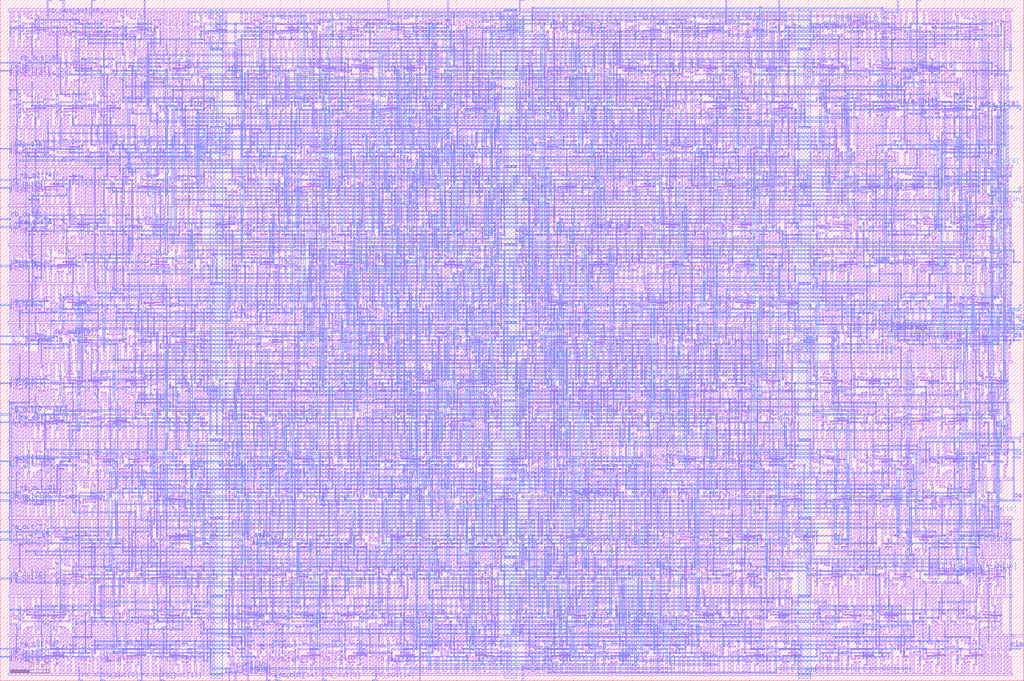
<source format=lef>
VERSION 5.3 ;
   NAMESCASESENSITIVE ON ;
   NOWIREEXTENSIONATPIN ON ;
   DIVIDERCHAR "/" ;
   BUSBITCHARS "[]" ;
UNITS
   DATABASE MICRONS 1000 ;
END UNITS

MACRO internal_register
   CLASS BLOCK ;
   FOREIGN internal_register ;
   ORIGIN 3.5000 2.3000 ;
   SIZE 523.8000 BY 348.6000 ;
   PIN gnd
      PORT
         LAYER metal1 ;
	    RECT 0.4000 340.4000 514.8000 341.6000 ;
	    RECT 2.8000 336.0000 3.6000 340.4000 ;
	    RECT 8.4000 337.8000 9.2000 340.4000 ;
	    RECT 11.6000 337.8000 12.6000 340.4000 ;
	    RECT 17.2000 335.8000 18.0000 340.4000 ;
	    RECT 22.0000 335.8000 22.8000 340.4000 ;
	    RECT 26.8000 335.8000 27.6000 340.4000 ;
	    RECT 33.2000 336.6000 34.0000 340.4000 ;
	    RECT 39.6000 336.6000 40.4000 340.4000 ;
	    RECT 44.4000 335.8000 45.2000 340.4000 ;
	    RECT 49.2000 336.6000 50.0000 340.4000 ;
	    RECT 55.6000 336.0000 56.4000 340.4000 ;
	    RECT 61.2000 337.8000 62.0000 340.4000 ;
	    RECT 64.4000 337.8000 65.4000 340.4000 ;
	    RECT 70.0000 335.8000 70.8000 340.4000 ;
	    RECT 76.4000 336.6000 77.2000 340.4000 ;
	    RECT 79.6000 335.8000 80.4000 340.4000 ;
	    RECT 82.8000 335.8000 83.6000 340.4000 ;
	    RECT 86.0000 335.8000 86.8000 340.4000 ;
	    RECT 89.2000 335.8000 90.0000 340.4000 ;
	    RECT 92.4000 335.8000 93.2000 340.4000 ;
	    RECT 95.6000 336.0000 96.4000 340.4000 ;
	    RECT 101.2000 337.8000 102.0000 340.4000 ;
	    RECT 104.4000 337.8000 105.4000 340.4000 ;
	    RECT 110.0000 335.8000 110.8000 340.4000 ;
	    RECT 119.6000 335.8000 120.4000 340.4000 ;
	    RECT 127.6000 336.6000 128.4000 340.4000 ;
	    RECT 132.4000 336.0000 133.2000 340.4000 ;
	    RECT 138.0000 337.8000 138.8000 340.4000 ;
	    RECT 141.2000 337.8000 142.2000 340.4000 ;
	    RECT 146.8000 335.8000 147.6000 340.4000 ;
	    RECT 150.0000 335.8000 150.8000 340.4000 ;
	    RECT 158.0000 336.6000 158.8000 340.4000 ;
	    RECT 162.8000 336.0000 163.6000 340.4000 ;
	    RECT 168.4000 337.8000 169.2000 340.4000 ;
	    RECT 171.6000 337.8000 172.6000 340.4000 ;
	    RECT 177.2000 335.8000 178.0000 340.4000 ;
	    RECT 183.6000 336.6000 184.4000 340.4000 ;
	    RECT 190.0000 336.6000 190.8000 340.4000 ;
	    RECT 194.8000 335.8000 195.6000 340.4000 ;
	    RECT 198.0000 335.8000 198.8000 340.4000 ;
	    RECT 203.4000 337.8000 204.4000 340.4000 ;
	    RECT 206.8000 337.8000 207.6000 340.4000 ;
	    RECT 212.4000 336.0000 213.2000 340.4000 ;
	    RECT 217.2000 336.6000 218.0000 340.4000 ;
	    RECT 225.2000 336.6000 226.0000 340.4000 ;
	    RECT 228.4000 335.8000 229.2000 340.4000 ;
	    RECT 231.6000 335.8000 232.4000 340.4000 ;
	    RECT 234.8000 335.8000 235.6000 340.4000 ;
	    RECT 238.0000 335.8000 238.8000 340.4000 ;
	    RECT 241.2000 335.8000 242.0000 340.4000 ;
	    RECT 244.4000 336.0000 245.2000 340.4000 ;
	    RECT 250.0000 337.8000 250.8000 340.4000 ;
	    RECT 253.2000 337.8000 254.2000 340.4000 ;
	    RECT 258.8000 335.8000 259.6000 340.4000 ;
	    RECT 268.4000 337.8000 269.2000 340.4000 ;
	    RECT 273.2000 336.6000 274.0000 340.4000 ;
	    RECT 279.2000 335.0000 280.0000 340.4000 ;
	    RECT 284.4000 335.4000 285.2000 340.4000 ;
	    RECT 288.8000 335.0000 289.6000 340.4000 ;
	    RECT 294.0000 335.4000 294.8000 340.4000 ;
	    RECT 298.8000 335.4000 299.6000 340.4000 ;
	    RECT 304.0000 335.0000 304.8000 340.4000 ;
	    RECT 308.4000 335.4000 309.2000 340.4000 ;
	    RECT 313.6000 335.0000 314.4000 340.4000 ;
	    RECT 318.0000 336.0000 318.8000 340.4000 ;
	    RECT 323.6000 337.8000 324.4000 340.4000 ;
	    RECT 326.8000 337.8000 327.8000 340.4000 ;
	    RECT 332.4000 335.8000 333.2000 340.4000 ;
	    RECT 335.6000 335.8000 336.4000 340.4000 ;
	    RECT 343.6000 336.6000 344.4000 340.4000 ;
	    RECT 348.4000 336.0000 349.2000 340.4000 ;
	    RECT 354.0000 337.8000 354.8000 340.4000 ;
	    RECT 357.2000 337.8000 358.2000 340.4000 ;
	    RECT 362.8000 335.8000 363.6000 340.4000 ;
	    RECT 367.6000 335.8000 368.4000 340.4000 ;
	    RECT 370.8000 336.0000 371.6000 340.4000 ;
	    RECT 376.4000 337.8000 377.2000 340.4000 ;
	    RECT 379.6000 337.8000 380.6000 340.4000 ;
	    RECT 385.2000 335.8000 386.0000 340.4000 ;
	    RECT 388.4000 337.8000 389.2000 340.4000 ;
	    RECT 393.2000 336.6000 394.0000 340.4000 ;
	    RECT 398.0000 333.8000 398.8000 340.4000 ;
	    RECT 410.8000 333.8000 411.6000 340.4000 ;
	    RECT 417.2000 333.8000 418.0000 340.4000 ;
	    RECT 423.6000 333.8000 424.4000 340.4000 ;
	    RECT 430.0000 337.8000 430.8000 340.4000 ;
	    RECT 434.8000 336.6000 435.6000 340.4000 ;
	    RECT 441.2000 336.0000 442.0000 340.4000 ;
	    RECT 446.8000 337.8000 447.6000 340.4000 ;
	    RECT 450.0000 337.8000 451.0000 340.4000 ;
	    RECT 455.6000 335.8000 456.4000 340.4000 ;
	    RECT 463.6000 333.8000 464.4000 340.4000 ;
	    RECT 465.2000 333.8000 466.0000 340.4000 ;
	    RECT 474.8000 336.6000 475.6000 340.4000 ;
	    RECT 479.6000 337.8000 480.4000 340.4000 ;
	    RECT 482.8000 336.0000 483.6000 340.4000 ;
	    RECT 488.4000 337.8000 489.2000 340.4000 ;
	    RECT 491.6000 337.8000 492.6000 340.4000 ;
	    RECT 497.2000 335.8000 498.0000 340.4000 ;
	    RECT 500.4000 337.8000 501.2000 340.4000 ;
	    RECT 505.2000 335.8000 506.0000 340.4000 ;
	    RECT 511.0000 336.0000 511.8000 340.4000 ;
	    RECT 2.8000 301.6000 3.6000 306.2000 ;
	    RECT 7.6000 301.6000 8.4000 306.2000 ;
	    RECT 10.8000 301.6000 11.6000 306.2000 ;
	    RECT 14.0000 301.6000 14.8000 306.2000 ;
	    RECT 17.2000 301.6000 18.0000 306.2000 ;
	    RECT 20.4000 301.6000 21.2000 306.2000 ;
	    RECT 23.6000 301.6000 24.4000 306.2000 ;
	    RECT 26.8000 301.6000 27.6000 306.0000 ;
	    RECT 32.4000 301.6000 33.2000 304.2000 ;
	    RECT 35.6000 301.6000 36.6000 304.2000 ;
	    RECT 41.2000 301.6000 42.0000 306.2000 ;
	    RECT 47.6000 301.6000 48.4000 305.4000 ;
	    RECT 54.0000 301.6000 54.8000 305.4000 ;
	    RECT 57.2000 301.6000 58.0000 304.2000 ;
	    RECT 60.4000 301.6000 61.2000 304.2000 ;
	    RECT 65.2000 301.6000 66.0000 305.4000 ;
	    RECT 70.0000 301.6000 70.8000 306.2000 ;
	    RECT 74.8000 301.6000 75.6000 305.4000 ;
	    RECT 79.6000 301.6000 80.4000 304.2000 ;
	    RECT 82.8000 301.6000 83.6000 304.2000 ;
	    RECT 86.0000 301.6000 86.8000 306.2000 ;
	    RECT 91.4000 301.6000 92.4000 304.2000 ;
	    RECT 94.8000 301.6000 95.6000 304.2000 ;
	    RECT 100.4000 301.6000 101.2000 306.0000 ;
	    RECT 110.0000 301.6000 110.8000 306.2000 ;
	    RECT 118.0000 301.6000 118.8000 305.4000 ;
	    RECT 126.0000 301.6000 126.8000 305.4000 ;
	    RECT 132.4000 301.6000 133.2000 305.4000 ;
	    RECT 137.2000 301.6000 138.0000 306.6000 ;
	    RECT 142.4000 301.6000 143.2000 307.0000 ;
	    RECT 145.2000 301.6000 146.0000 304.2000 ;
	    RECT 148.4000 301.6000 149.2000 304.2000 ;
	    RECT 151.6000 301.6000 152.4000 306.0000 ;
	    RECT 157.2000 301.6000 158.0000 304.2000 ;
	    RECT 160.4000 301.6000 161.4000 304.2000 ;
	    RECT 166.0000 301.6000 166.8000 306.2000 ;
	    RECT 170.8000 301.6000 171.6000 306.0000 ;
	    RECT 176.4000 301.6000 177.2000 304.2000 ;
	    RECT 179.6000 301.6000 180.6000 304.2000 ;
	    RECT 185.2000 301.6000 186.0000 306.2000 ;
	    RECT 188.4000 301.6000 189.2000 304.2000 ;
	    RECT 191.6000 301.6000 192.4000 306.2000 ;
	    RECT 199.6000 301.6000 200.4000 305.4000 ;
	    RECT 204.4000 301.6000 205.2000 306.2000 ;
	    RECT 209.8000 301.6000 210.8000 304.2000 ;
	    RECT 213.2000 301.6000 214.0000 304.2000 ;
	    RECT 218.8000 301.6000 219.6000 306.0000 ;
	    RECT 223.6000 301.6000 224.4000 305.4000 ;
	    RECT 230.0000 301.6000 230.8000 306.2000 ;
	    RECT 233.2000 301.6000 234.0000 304.2000 ;
	    RECT 236.4000 301.6000 237.2000 304.2000 ;
	    RECT 239.6000 301.6000 240.4000 305.4000 ;
	    RECT 250.8000 301.6000 251.6000 305.4000 ;
	    RECT 260.4000 301.6000 261.2000 304.2000 ;
	    RECT 263.6000 301.6000 264.4000 304.2000 ;
	    RECT 268.4000 301.6000 269.2000 305.4000 ;
	    RECT 272.8000 301.6000 273.6000 307.0000 ;
	    RECT 278.0000 301.6000 278.8000 306.6000 ;
	    RECT 282.8000 301.6000 283.6000 306.6000 ;
	    RECT 288.0000 301.6000 288.8000 307.0000 ;
	    RECT 292.4000 301.6000 293.2000 305.4000 ;
	    RECT 298.8000 301.6000 299.6000 304.2000 ;
	    RECT 302.0000 301.6000 302.8000 304.2000 ;
	    RECT 305.2000 301.6000 306.0000 306.0000 ;
	    RECT 310.8000 301.6000 311.6000 304.2000 ;
	    RECT 314.0000 301.6000 315.0000 304.2000 ;
	    RECT 319.6000 301.6000 320.4000 306.2000 ;
	    RECT 322.8000 301.6000 323.6000 306.2000 ;
	    RECT 330.8000 301.6000 331.6000 305.4000 ;
	    RECT 334.0000 301.6000 334.8000 306.2000 ;
	    RECT 342.0000 301.6000 342.8000 305.4000 ;
	    RECT 346.8000 301.6000 347.6000 306.0000 ;
	    RECT 352.4000 301.6000 353.2000 304.2000 ;
	    RECT 355.6000 301.6000 356.6000 304.2000 ;
	    RECT 361.2000 301.6000 362.0000 306.2000 ;
	    RECT 364.4000 301.6000 365.2000 306.2000 ;
	    RECT 372.4000 301.6000 373.2000 305.4000 ;
	    RECT 377.2000 301.6000 378.0000 306.0000 ;
	    RECT 382.8000 301.6000 383.6000 304.2000 ;
	    RECT 386.0000 301.6000 387.0000 304.2000 ;
	    RECT 391.6000 301.6000 392.4000 306.2000 ;
	    RECT 394.8000 301.6000 395.6000 308.2000 ;
	    RECT 409.2000 301.6000 410.0000 306.0000 ;
	    RECT 414.8000 301.6000 415.6000 304.2000 ;
	    RECT 418.0000 301.6000 419.0000 304.2000 ;
	    RECT 423.6000 301.6000 424.4000 306.2000 ;
	    RECT 430.0000 301.6000 430.8000 305.4000 ;
	    RECT 434.8000 301.6000 435.6000 304.2000 ;
	    RECT 438.0000 301.6000 438.8000 306.0000 ;
	    RECT 443.6000 301.6000 444.4000 304.2000 ;
	    RECT 446.8000 301.6000 447.8000 304.2000 ;
	    RECT 452.4000 301.6000 453.2000 306.2000 ;
	    RECT 457.2000 301.6000 458.0000 306.2000 ;
	    RECT 460.4000 301.6000 461.2000 306.0000 ;
	    RECT 466.0000 301.6000 466.8000 304.2000 ;
	    RECT 469.2000 301.6000 470.2000 304.2000 ;
	    RECT 474.8000 301.6000 475.6000 306.2000 ;
	    RECT 481.2000 301.6000 482.0000 305.4000 ;
	    RECT 486.0000 301.6000 486.8000 304.2000 ;
	    RECT 487.6000 301.6000 488.4000 304.2000 ;
	    RECT 490.8000 301.6000 491.6000 306.2000 ;
	    RECT 494.0000 301.6000 494.8000 306.2000 ;
	    RECT 497.2000 301.6000 498.0000 306.2000 ;
	    RECT 500.4000 301.6000 501.2000 306.2000 ;
	    RECT 503.6000 301.6000 504.4000 306.2000 ;
	    RECT 506.8000 301.6000 507.6000 306.2000 ;
	    RECT 0.4000 300.4000 514.8000 301.6000 ;
	    RECT 2.8000 296.0000 3.6000 300.4000 ;
	    RECT 8.4000 297.8000 9.2000 300.4000 ;
	    RECT 11.6000 297.8000 12.6000 300.4000 ;
	    RECT 17.2000 295.8000 18.0000 300.4000 ;
	    RECT 22.0000 296.0000 22.8000 300.4000 ;
	    RECT 27.6000 297.8000 28.4000 300.4000 ;
	    RECT 30.8000 297.8000 31.8000 300.4000 ;
	    RECT 36.4000 295.8000 37.2000 300.4000 ;
	    RECT 41.2000 296.0000 42.0000 300.4000 ;
	    RECT 46.8000 297.8000 47.6000 300.4000 ;
	    RECT 50.0000 297.8000 51.0000 300.4000 ;
	    RECT 55.6000 295.8000 56.4000 300.4000 ;
	    RECT 58.8000 295.8000 59.6000 300.4000 ;
	    RECT 62.0000 295.8000 62.8000 300.4000 ;
	    RECT 66.8000 296.6000 67.6000 300.4000 ;
	    RECT 70.0000 297.8000 70.8000 300.4000 ;
	    RECT 73.2000 297.8000 74.0000 300.4000 ;
	    RECT 74.8000 295.8000 75.6000 300.4000 ;
	    RECT 82.8000 296.6000 83.6000 300.4000 ;
	    RECT 87.6000 296.6000 88.4000 300.4000 ;
	    RECT 94.0000 296.6000 94.8000 300.4000 ;
	    RECT 102.0000 295.4000 102.8000 300.4000 ;
	    RECT 107.2000 295.0000 108.0000 300.4000 ;
	    RECT 117.6000 295.0000 118.4000 300.4000 ;
	    RECT 122.8000 295.4000 123.6000 300.4000 ;
	    RECT 126.0000 297.8000 126.8000 300.4000 ;
	    RECT 129.2000 297.8000 130.0000 300.4000 ;
	    RECT 130.8000 297.8000 131.6000 300.4000 ;
	    RECT 134.0000 297.8000 134.8000 300.4000 ;
	    RECT 137.2000 295.4000 138.0000 300.4000 ;
	    RECT 142.4000 295.0000 143.2000 300.4000 ;
	    RECT 150.0000 296.6000 150.8000 300.4000 ;
	    RECT 154.8000 296.6000 155.6000 300.4000 ;
	    RECT 159.6000 297.8000 160.4000 300.4000 ;
	    RECT 162.8000 297.8000 163.6000 300.4000 ;
	    RECT 166.0000 296.6000 166.8000 300.4000 ;
	    RECT 174.0000 296.6000 174.8000 300.4000 ;
	    RECT 178.8000 295.8000 179.6000 300.4000 ;
	    RECT 183.6000 296.0000 184.4000 300.4000 ;
	    RECT 189.2000 297.8000 190.0000 300.4000 ;
	    RECT 192.4000 297.8000 193.4000 300.4000 ;
	    RECT 198.0000 295.8000 198.8000 300.4000 ;
	    RECT 202.8000 296.6000 203.6000 300.4000 ;
	    RECT 210.8000 295.8000 211.6000 300.4000 ;
	    RECT 214.0000 296.6000 214.8000 300.4000 ;
	    RECT 222.0000 296.6000 222.8000 300.4000 ;
	    RECT 226.8000 296.0000 227.6000 300.4000 ;
	    RECT 232.4000 297.8000 233.2000 300.4000 ;
	    RECT 235.6000 297.8000 236.6000 300.4000 ;
	    RECT 241.2000 295.8000 242.0000 300.4000 ;
	    RECT 246.0000 295.4000 246.8000 300.4000 ;
	    RECT 251.2000 295.0000 252.0000 300.4000 ;
	    RECT 263.6000 296.6000 264.4000 300.4000 ;
	    RECT 266.8000 297.8000 267.6000 300.4000 ;
	    RECT 270.0000 297.8000 270.8000 300.4000 ;
	    RECT 273.2000 296.6000 274.0000 300.4000 ;
	    RECT 281.2000 296.6000 282.0000 300.4000 ;
	    RECT 290.8000 296.6000 291.6000 300.4000 ;
	    RECT 294.0000 297.8000 294.8000 300.4000 ;
	    RECT 297.2000 297.8000 298.0000 300.4000 ;
	    RECT 302.0000 296.6000 302.8000 300.4000 ;
	    RECT 305.2000 297.8000 306.0000 300.4000 ;
	    RECT 308.4000 297.8000 309.2000 300.4000 ;
	    RECT 314.8000 296.6000 315.6000 300.4000 ;
	    RECT 321.2000 296.6000 322.0000 300.4000 ;
	    RECT 327.6000 296.6000 328.4000 300.4000 ;
	    RECT 332.4000 295.4000 333.2000 300.4000 ;
	    RECT 337.6000 295.0000 338.4000 300.4000 ;
	    RECT 342.0000 295.4000 342.8000 300.4000 ;
	    RECT 347.2000 295.0000 348.0000 300.4000 ;
	    RECT 351.6000 296.0000 352.4000 300.4000 ;
	    RECT 357.2000 297.8000 358.0000 300.4000 ;
	    RECT 360.4000 297.8000 361.4000 300.4000 ;
	    RECT 366.0000 295.8000 366.8000 300.4000 ;
	    RECT 369.2000 295.8000 370.0000 300.4000 ;
	    RECT 377.2000 296.6000 378.0000 300.4000 ;
	    RECT 382.0000 295.8000 382.8000 300.4000 ;
	    RECT 385.2000 296.0000 386.0000 300.4000 ;
	    RECT 390.8000 297.8000 391.6000 300.4000 ;
	    RECT 394.0000 297.8000 395.0000 300.4000 ;
	    RECT 399.6000 295.8000 400.4000 300.4000 ;
	    RECT 406.0000 296.6000 406.8000 300.4000 ;
	    RECT 417.2000 296.6000 418.0000 300.4000 ;
	    RECT 423.6000 295.8000 424.4000 300.4000 ;
	    RECT 426.8000 296.6000 427.6000 300.4000 ;
	    RECT 434.8000 295.8000 435.6000 300.4000 ;
	    RECT 438.0000 296.0000 438.8000 300.4000 ;
	    RECT 443.6000 297.8000 444.4000 300.4000 ;
	    RECT 446.8000 297.8000 447.8000 300.4000 ;
	    RECT 452.4000 295.8000 453.2000 300.4000 ;
	    RECT 455.6000 293.8000 456.4000 300.4000 ;
	    RECT 462.0000 297.8000 462.8000 300.4000 ;
	    RECT 466.8000 296.6000 467.6000 300.4000 ;
	    RECT 473.2000 296.0000 474.0000 300.4000 ;
	    RECT 478.8000 297.8000 479.6000 300.4000 ;
	    RECT 482.0000 297.8000 483.0000 300.4000 ;
	    RECT 487.6000 295.8000 488.4000 300.4000 ;
	    RECT 490.8000 293.8000 491.6000 300.4000 ;
	    RECT 497.2000 293.8000 498.0000 300.4000 ;
	    RECT 503.6000 293.8000 504.4000 300.4000 ;
	    RECT 2.8000 261.6000 3.6000 266.2000 ;
	    RECT 9.2000 261.6000 10.0000 265.4000 ;
	    RECT 14.0000 261.6000 14.8000 265.4000 ;
	    RECT 20.4000 261.6000 21.2000 266.0000 ;
	    RECT 26.0000 261.6000 26.8000 264.2000 ;
	    RECT 29.2000 261.6000 30.2000 264.2000 ;
	    RECT 34.8000 261.6000 35.6000 266.2000 ;
	    RECT 41.2000 261.6000 42.0000 265.4000 ;
	    RECT 47.6000 261.6000 48.4000 265.4000 ;
	    RECT 52.4000 261.6000 53.2000 265.4000 ;
	    RECT 60.4000 261.6000 61.2000 265.4000 ;
	    RECT 66.8000 261.6000 67.6000 265.4000 ;
	    RECT 73.2000 261.6000 74.0000 265.4000 ;
	    RECT 79.6000 261.6000 80.4000 265.4000 ;
	    RECT 86.0000 261.6000 86.8000 265.4000 ;
	    RECT 92.4000 261.6000 93.2000 265.4000 ;
	    RECT 97.2000 261.6000 98.0000 266.2000 ;
	    RECT 102.6000 261.6000 103.6000 264.2000 ;
	    RECT 106.0000 261.6000 106.8000 264.2000 ;
	    RECT 111.6000 261.6000 112.4000 266.0000 ;
	    RECT 122.8000 261.6000 123.6000 265.4000 ;
	    RECT 132.4000 261.6000 133.2000 265.4000 ;
	    RECT 135.6000 261.6000 136.4000 264.2000 ;
	    RECT 138.8000 261.6000 139.6000 264.2000 ;
	    RECT 140.4000 261.6000 141.2000 264.2000 ;
	    RECT 143.6000 261.6000 144.4000 264.2000 ;
	    RECT 145.2000 261.6000 146.0000 264.2000 ;
	    RECT 148.4000 261.6000 149.2000 264.2000 ;
	    RECT 151.6000 261.6000 152.4000 266.2000 ;
	    RECT 156.4000 261.6000 157.2000 266.2000 ;
	    RECT 161.8000 261.6000 162.8000 264.2000 ;
	    RECT 165.2000 261.6000 166.0000 264.2000 ;
	    RECT 170.8000 261.6000 171.6000 266.0000 ;
	    RECT 174.0000 261.6000 174.8000 264.2000 ;
	    RECT 177.2000 261.6000 178.0000 264.2000 ;
	    RECT 180.4000 261.6000 181.2000 265.4000 ;
	    RECT 190.0000 261.6000 190.8000 265.4000 ;
	    RECT 196.4000 261.6000 197.2000 265.4000 ;
	    RECT 199.6000 261.6000 200.4000 264.2000 ;
	    RECT 202.8000 261.6000 203.6000 264.2000 ;
	    RECT 204.4000 261.6000 205.2000 264.2000 ;
	    RECT 207.6000 261.6000 208.4000 264.2000 ;
	    RECT 212.4000 261.6000 213.2000 265.4000 ;
	    RECT 217.2000 261.6000 218.0000 265.4000 ;
	    RECT 225.2000 261.6000 226.0000 266.6000 ;
	    RECT 230.4000 261.6000 231.2000 267.0000 ;
	    RECT 234.8000 261.6000 235.6000 266.6000 ;
	    RECT 240.0000 261.6000 240.8000 267.0000 ;
	    RECT 244.4000 261.6000 245.2000 266.6000 ;
	    RECT 249.6000 261.6000 250.4000 267.0000 ;
	    RECT 254.0000 261.6000 254.8000 266.2000 ;
	    RECT 265.2000 261.6000 266.0000 266.0000 ;
	    RECT 270.8000 261.6000 271.6000 264.2000 ;
	    RECT 274.0000 261.6000 275.0000 264.2000 ;
	    RECT 279.6000 261.6000 280.4000 266.2000 ;
	    RECT 282.8000 261.6000 283.6000 266.2000 ;
	    RECT 290.8000 261.6000 291.6000 265.4000 ;
	    RECT 298.8000 261.6000 299.6000 265.4000 ;
	    RECT 303.6000 261.6000 304.4000 265.4000 ;
	    RECT 308.4000 261.6000 309.2000 264.2000 ;
	    RECT 311.6000 261.6000 312.4000 264.2000 ;
	    RECT 313.2000 261.6000 314.0000 264.2000 ;
	    RECT 316.4000 261.6000 317.2000 264.2000 ;
	    RECT 319.6000 261.6000 320.4000 265.4000 ;
	    RECT 329.2000 261.6000 330.0000 265.4000 ;
	    RECT 334.0000 261.6000 334.8000 266.0000 ;
	    RECT 339.6000 261.6000 340.4000 264.2000 ;
	    RECT 342.8000 261.6000 343.8000 264.2000 ;
	    RECT 348.4000 261.6000 349.2000 266.2000 ;
	    RECT 354.8000 261.6000 355.6000 265.4000 ;
	    RECT 361.2000 261.6000 362.0000 265.4000 ;
	    RECT 364.4000 261.6000 365.2000 266.2000 ;
	    RECT 372.4000 261.6000 373.2000 265.4000 ;
	    RECT 377.2000 261.6000 378.0000 266.2000 ;
	    RECT 382.0000 261.6000 382.8000 265.8000 ;
	    RECT 385.2000 261.6000 386.0000 264.2000 ;
	    RECT 388.4000 261.6000 389.2000 265.4000 ;
	    RECT 396.4000 261.6000 397.2000 265.4000 ;
	    RECT 399.6000 261.6000 400.4000 266.2000 ;
	    RECT 414.0000 261.6000 414.8000 265.4000 ;
	    RECT 417.2000 261.6000 418.0000 266.2000 ;
	    RECT 425.2000 261.6000 426.0000 265.4000 ;
	    RECT 431.6000 261.6000 432.4000 265.4000 ;
	    RECT 434.8000 261.6000 435.6000 266.2000 ;
	    RECT 438.0000 261.6000 438.8000 266.2000 ;
	    RECT 441.2000 261.6000 442.0000 266.2000 ;
	    RECT 444.4000 261.6000 445.2000 266.2000 ;
	    RECT 447.6000 261.6000 448.4000 266.2000 ;
	    RECT 450.8000 261.6000 451.6000 265.4000 ;
	    RECT 455.6000 261.6000 456.4000 268.2000 ;
	    RECT 463.6000 261.6000 464.4000 266.2000 ;
	    RECT 468.4000 261.6000 469.2000 266.2000 ;
	    RECT 473.2000 261.6000 474.0000 266.0000 ;
	    RECT 478.8000 261.6000 479.6000 264.2000 ;
	    RECT 482.0000 261.6000 483.0000 264.2000 ;
	    RECT 487.6000 261.6000 488.4000 266.2000 ;
	    RECT 490.8000 261.6000 491.6000 264.2000 ;
	    RECT 495.6000 261.6000 496.4000 265.4000 ;
	    RECT 502.0000 261.6000 502.8000 266.2000 ;
	    RECT 506.8000 261.6000 507.6000 266.2000 ;
	    RECT 0.4000 260.4000 514.8000 261.6000 ;
	    RECT 2.8000 255.8000 3.6000 260.4000 ;
	    RECT 7.6000 255.8000 8.4000 260.4000 ;
	    RECT 12.4000 256.0000 13.2000 260.4000 ;
	    RECT 18.0000 257.8000 18.8000 260.4000 ;
	    RECT 21.2000 257.8000 22.2000 260.4000 ;
	    RECT 26.8000 255.8000 27.6000 260.4000 ;
	    RECT 33.2000 256.6000 34.0000 260.4000 ;
	    RECT 36.4000 255.8000 37.2000 260.4000 ;
	    RECT 39.6000 255.8000 40.4000 260.4000 ;
	    RECT 42.8000 255.8000 43.6000 260.4000 ;
	    RECT 46.0000 255.8000 46.8000 260.4000 ;
	    RECT 49.2000 255.8000 50.0000 260.4000 ;
	    RECT 54.0000 256.6000 54.8000 260.4000 ;
	    RECT 60.4000 256.6000 61.2000 260.4000 ;
	    RECT 63.6000 257.8000 64.4000 260.4000 ;
	    RECT 66.8000 257.8000 67.6000 260.4000 ;
	    RECT 70.0000 255.8000 70.8000 260.4000 ;
	    RECT 75.4000 257.8000 76.4000 260.4000 ;
	    RECT 78.8000 257.8000 79.6000 260.4000 ;
	    RECT 84.4000 256.0000 85.2000 260.4000 ;
	    RECT 87.6000 255.8000 88.4000 260.4000 ;
	    RECT 95.6000 256.6000 96.4000 260.4000 ;
	    RECT 100.4000 255.4000 101.2000 260.4000 ;
	    RECT 105.6000 255.0000 106.4000 260.4000 ;
	    RECT 119.6000 256.6000 120.4000 260.4000 ;
	    RECT 124.4000 255.4000 125.2000 260.4000 ;
	    RECT 129.6000 255.0000 130.4000 260.4000 ;
	    RECT 132.4000 257.8000 133.2000 260.4000 ;
	    RECT 135.6000 257.8000 136.4000 260.4000 ;
	    RECT 137.2000 257.8000 138.0000 260.4000 ;
	    RECT 140.4000 257.8000 141.2000 260.4000 ;
	    RECT 143.6000 256.0000 144.4000 260.4000 ;
	    RECT 149.2000 257.8000 150.0000 260.4000 ;
	    RECT 152.4000 257.8000 153.4000 260.4000 ;
	    RECT 158.0000 255.8000 158.8000 260.4000 ;
	    RECT 162.8000 256.6000 163.6000 260.4000 ;
	    RECT 170.8000 256.6000 171.6000 260.4000 ;
	    RECT 175.6000 255.8000 176.4000 260.4000 ;
	    RECT 180.4000 255.8000 181.2000 260.4000 ;
	    RECT 185.2000 255.8000 186.0000 260.4000 ;
	    RECT 190.0000 255.8000 190.8000 260.4000 ;
	    RECT 196.4000 256.6000 197.2000 260.4000 ;
	    RECT 201.2000 255.8000 202.0000 260.4000 ;
	    RECT 205.6000 255.0000 206.4000 260.4000 ;
	    RECT 210.8000 255.4000 211.6000 260.4000 ;
	    RECT 215.6000 255.4000 216.4000 260.4000 ;
	    RECT 220.8000 255.0000 221.6000 260.4000 ;
	    RECT 228.4000 256.6000 229.2000 260.4000 ;
	    RECT 234.8000 256.6000 235.6000 260.4000 ;
	    RECT 239.6000 256.6000 240.4000 260.4000 ;
	    RECT 249.2000 256.6000 250.0000 260.4000 ;
	    RECT 252.4000 257.8000 253.2000 260.4000 ;
	    RECT 255.6000 257.8000 256.4000 260.4000 ;
	    RECT 263.6000 257.8000 264.4000 260.4000 ;
	    RECT 266.8000 257.8000 267.6000 260.4000 ;
	    RECT 270.0000 255.8000 270.8000 260.4000 ;
	    RECT 274.8000 256.0000 275.6000 260.4000 ;
	    RECT 280.4000 257.8000 281.2000 260.4000 ;
	    RECT 283.6000 257.8000 284.6000 260.4000 ;
	    RECT 289.2000 255.8000 290.0000 260.4000 ;
	    RECT 292.4000 255.8000 293.2000 260.4000 ;
	    RECT 300.4000 256.6000 301.2000 260.4000 ;
	    RECT 305.2000 255.8000 306.0000 260.4000 ;
	    RECT 310.0000 255.8000 310.8000 260.4000 ;
	    RECT 314.8000 256.0000 315.6000 260.4000 ;
	    RECT 320.4000 257.8000 321.2000 260.4000 ;
	    RECT 323.6000 257.8000 324.6000 260.4000 ;
	    RECT 329.2000 255.8000 330.0000 260.4000 ;
	    RECT 332.4000 255.8000 333.2000 260.4000 ;
	    RECT 340.4000 256.6000 341.2000 260.4000 ;
	    RECT 345.2000 255.8000 346.0000 260.4000 ;
	    RECT 350.0000 256.2000 350.8000 260.4000 ;
	    RECT 353.2000 257.8000 354.0000 260.4000 ;
	    RECT 356.4000 256.0000 357.2000 260.4000 ;
	    RECT 362.0000 257.8000 362.8000 260.4000 ;
	    RECT 365.2000 257.8000 366.2000 260.4000 ;
	    RECT 370.8000 255.8000 371.6000 260.4000 ;
	    RECT 375.6000 256.0000 376.4000 260.4000 ;
	    RECT 381.2000 257.8000 382.0000 260.4000 ;
	    RECT 384.4000 257.8000 385.4000 260.4000 ;
	    RECT 390.0000 255.8000 390.8000 260.4000 ;
	    RECT 394.8000 256.0000 395.6000 260.4000 ;
	    RECT 400.4000 257.8000 401.2000 260.4000 ;
	    RECT 403.6000 257.8000 404.6000 260.4000 ;
	    RECT 409.2000 255.8000 410.0000 260.4000 ;
	    RECT 422.0000 256.6000 422.8000 260.4000 ;
	    RECT 426.8000 255.8000 427.6000 260.4000 ;
	    RECT 430.0000 256.0000 430.8000 260.4000 ;
	    RECT 435.6000 257.8000 436.4000 260.4000 ;
	    RECT 438.8000 257.8000 439.8000 260.4000 ;
	    RECT 444.4000 255.8000 445.2000 260.4000 ;
	    RECT 447.6000 257.8000 448.4000 260.4000 ;
	    RECT 452.4000 256.0000 453.2000 260.4000 ;
	    RECT 458.0000 257.8000 458.8000 260.4000 ;
	    RECT 461.2000 257.8000 462.2000 260.4000 ;
	    RECT 466.8000 255.8000 467.6000 260.4000 ;
	    RECT 470.0000 257.8000 470.8000 260.4000 ;
	    RECT 474.8000 256.6000 475.6000 260.4000 ;
	    RECT 481.2000 256.0000 482.0000 260.4000 ;
	    RECT 486.8000 257.8000 487.6000 260.4000 ;
	    RECT 490.0000 257.8000 491.0000 260.4000 ;
	    RECT 495.6000 255.8000 496.4000 260.4000 ;
	    RECT 503.6000 253.8000 504.4000 260.4000 ;
	    RECT 508.4000 256.6000 509.2000 260.4000 ;
	    RECT 513.2000 257.8000 514.0000 260.4000 ;
	    RECT 2.8000 221.6000 3.6000 226.2000 ;
	    RECT 7.6000 221.6000 8.4000 226.2000 ;
	    RECT 12.4000 221.6000 13.2000 225.4000 ;
	    RECT 18.8000 221.6000 19.6000 225.4000 ;
	    RECT 25.2000 221.6000 26.0000 226.0000 ;
	    RECT 30.8000 221.6000 31.6000 224.2000 ;
	    RECT 34.0000 221.6000 35.0000 224.2000 ;
	    RECT 39.6000 221.6000 40.4000 226.2000 ;
	    RECT 44.4000 221.6000 45.2000 225.4000 ;
	    RECT 52.4000 221.6000 53.2000 225.4000 ;
	    RECT 58.8000 221.6000 59.6000 225.4000 ;
	    RECT 63.6000 221.6000 64.4000 226.0000 ;
	    RECT 69.2000 221.6000 70.0000 224.2000 ;
	    RECT 72.4000 221.6000 73.4000 224.2000 ;
	    RECT 78.0000 221.6000 78.8000 226.2000 ;
	    RECT 84.4000 221.6000 85.2000 225.4000 ;
	    RECT 90.8000 221.6000 91.6000 225.4000 ;
	    RECT 97.2000 221.6000 98.0000 225.4000 ;
	    RECT 108.4000 221.6000 109.2000 226.2000 ;
	    RECT 113.8000 221.6000 114.8000 224.2000 ;
	    RECT 117.2000 221.6000 118.0000 224.2000 ;
	    RECT 122.8000 221.6000 123.6000 226.0000 ;
	    RECT 130.8000 221.6000 131.6000 225.4000 ;
	    RECT 137.2000 221.6000 138.0000 225.4000 ;
	    RECT 142.0000 221.6000 142.8000 225.4000 ;
	    RECT 146.8000 221.6000 147.6000 224.2000 ;
	    RECT 150.0000 221.6000 150.8000 224.2000 ;
	    RECT 151.6000 221.6000 152.4000 224.2000 ;
	    RECT 154.8000 221.6000 155.6000 224.2000 ;
	    RECT 157.6000 221.6000 158.4000 227.0000 ;
	    RECT 162.8000 221.6000 163.6000 226.6000 ;
	    RECT 170.8000 221.6000 171.6000 225.4000 ;
	    RECT 174.0000 221.6000 174.8000 224.2000 ;
	    RECT 177.2000 221.6000 178.0000 224.2000 ;
	    RECT 182.0000 221.6000 182.8000 225.4000 ;
	    RECT 185.2000 221.6000 186.0000 226.2000 ;
	    RECT 193.2000 221.6000 194.0000 225.4000 ;
	    RECT 198.0000 221.6000 198.8000 226.2000 ;
	    RECT 201.2000 221.6000 202.0000 224.2000 ;
	    RECT 204.4000 221.6000 205.2000 224.2000 ;
	    RECT 210.8000 221.6000 211.6000 225.4000 ;
	    RECT 217.2000 221.6000 218.0000 225.4000 ;
	    RECT 225.2000 221.6000 226.0000 225.4000 ;
	    RECT 231.6000 221.6000 232.4000 225.4000 ;
	    RECT 234.8000 221.6000 235.6000 224.2000 ;
	    RECT 238.0000 221.6000 238.8000 224.2000 ;
	    RECT 241.2000 221.6000 242.0000 226.2000 ;
	    RECT 246.0000 221.6000 246.8000 226.2000 ;
	    RECT 250.8000 221.6000 251.6000 226.2000 ;
	    RECT 265.2000 221.6000 266.0000 225.4000 ;
	    RECT 271.6000 221.6000 272.4000 225.4000 ;
	    RECT 274.8000 221.6000 275.6000 224.2000 ;
	    RECT 278.0000 221.6000 278.8000 224.2000 ;
	    RECT 281.2000 221.6000 282.0000 225.4000 ;
	    RECT 290.8000 221.6000 291.6000 225.4000 ;
	    RECT 294.0000 221.6000 294.8000 224.2000 ;
	    RECT 297.2000 221.6000 298.0000 224.2000 ;
	    RECT 300.4000 221.6000 301.2000 226.2000 ;
	    RECT 303.6000 221.6000 304.4000 226.6000 ;
	    RECT 308.8000 221.6000 309.6000 227.0000 ;
	    RECT 313.2000 221.6000 314.0000 226.6000 ;
	    RECT 318.4000 221.6000 319.2000 227.0000 ;
	    RECT 322.8000 221.6000 323.6000 226.2000 ;
	    RECT 327.6000 221.6000 328.4000 226.0000 ;
	    RECT 333.2000 221.6000 334.0000 224.2000 ;
	    RECT 336.4000 221.6000 337.4000 224.2000 ;
	    RECT 342.0000 221.6000 342.8000 226.2000 ;
	    RECT 346.8000 221.6000 347.6000 225.4000 ;
	    RECT 354.8000 221.6000 355.6000 225.4000 ;
	    RECT 359.6000 221.6000 360.4000 226.2000 ;
	    RECT 364.4000 221.6000 365.2000 226.0000 ;
	    RECT 370.0000 221.6000 370.8000 224.2000 ;
	    RECT 373.2000 221.6000 374.2000 224.2000 ;
	    RECT 378.8000 221.6000 379.6000 226.2000 ;
	    RECT 382.0000 221.6000 382.8000 224.2000 ;
	    RECT 386.8000 221.6000 387.6000 225.4000 ;
	    RECT 393.2000 221.6000 394.0000 226.2000 ;
	    RECT 396.4000 221.6000 397.2000 226.2000 ;
	    RECT 404.4000 221.6000 405.2000 225.4000 ;
	    RECT 415.6000 221.6000 416.4000 226.0000 ;
	    RECT 421.2000 221.6000 422.0000 224.2000 ;
	    RECT 424.4000 221.6000 425.4000 224.2000 ;
	    RECT 430.0000 221.6000 430.8000 226.2000 ;
	    RECT 438.0000 221.6000 438.8000 228.2000 ;
	    RECT 444.4000 221.6000 445.2000 228.2000 ;
	    RECT 447.6000 221.6000 448.4000 226.2000 ;
	    RECT 454.0000 221.6000 454.8000 225.4000 ;
	    RECT 458.8000 221.6000 459.6000 224.2000 ;
	    RECT 462.0000 221.6000 462.8000 226.0000 ;
	    RECT 467.6000 221.6000 468.4000 224.2000 ;
	    RECT 470.8000 221.6000 471.8000 224.2000 ;
	    RECT 476.4000 221.6000 477.2000 226.2000 ;
	    RECT 484.4000 221.6000 485.2000 228.2000 ;
	    RECT 489.2000 221.6000 490.0000 225.4000 ;
	    RECT 494.0000 221.6000 494.8000 224.2000 ;
	    RECT 497.2000 221.6000 498.0000 226.2000 ;
	    RECT 502.6000 221.6000 503.6000 224.2000 ;
	    RECT 506.0000 221.6000 506.8000 224.2000 ;
	    RECT 511.6000 221.6000 512.4000 226.0000 ;
	    RECT 0.4000 220.4000 514.8000 221.6000 ;
	    RECT 2.8000 215.8000 3.6000 220.4000 ;
	    RECT 7.6000 215.8000 8.4000 220.4000 ;
	    RECT 12.4000 216.6000 13.2000 220.4000 ;
	    RECT 18.8000 216.0000 19.6000 220.4000 ;
	    RECT 24.4000 217.8000 25.2000 220.4000 ;
	    RECT 27.6000 217.8000 28.6000 220.4000 ;
	    RECT 33.2000 215.8000 34.0000 220.4000 ;
	    RECT 39.6000 216.6000 40.4000 220.4000 ;
	    RECT 44.4000 215.8000 45.2000 220.4000 ;
	    RECT 50.8000 216.6000 51.6000 220.4000 ;
	    RECT 54.0000 217.8000 54.8000 220.4000 ;
	    RECT 57.2000 217.8000 58.0000 220.4000 ;
	    RECT 58.8000 217.8000 59.6000 220.4000 ;
	    RECT 62.0000 217.8000 62.8000 220.4000 ;
	    RECT 65.2000 215.8000 66.0000 220.4000 ;
	    RECT 70.0000 215.8000 70.8000 220.4000 ;
	    RECT 74.8000 215.8000 75.6000 220.4000 ;
	    RECT 80.2000 217.8000 81.2000 220.4000 ;
	    RECT 83.6000 217.8000 84.4000 220.4000 ;
	    RECT 89.2000 216.0000 90.0000 220.4000 ;
	    RECT 92.4000 215.8000 93.2000 220.4000 ;
	    RECT 97.2000 215.8000 98.0000 220.4000 ;
	    RECT 105.2000 216.6000 106.0000 220.4000 ;
	    RECT 119.6000 216.6000 120.4000 220.4000 ;
	    RECT 126.0000 216.6000 126.8000 220.4000 ;
	    RECT 130.8000 215.8000 131.6000 220.4000 ;
	    RECT 136.2000 217.8000 137.2000 220.4000 ;
	    RECT 139.6000 217.8000 140.4000 220.4000 ;
	    RECT 145.2000 216.0000 146.0000 220.4000 ;
	    RECT 148.4000 217.8000 149.2000 220.4000 ;
	    RECT 151.6000 217.8000 152.4000 220.4000 ;
	    RECT 154.4000 215.0000 155.2000 220.4000 ;
	    RECT 159.6000 215.4000 160.4000 220.4000 ;
	    RECT 164.4000 215.8000 165.2000 220.4000 ;
	    RECT 169.2000 215.8000 170.0000 220.4000 ;
	    RECT 174.6000 217.8000 175.6000 220.4000 ;
	    RECT 178.0000 217.8000 178.8000 220.4000 ;
	    RECT 183.6000 216.0000 184.4000 220.4000 ;
	    RECT 188.4000 215.8000 189.2000 220.4000 ;
	    RECT 193.2000 215.8000 194.0000 220.4000 ;
	    RECT 196.4000 215.8000 197.2000 220.4000 ;
	    RECT 204.4000 216.6000 205.2000 220.4000 ;
	    RECT 207.6000 217.8000 208.4000 220.4000 ;
	    RECT 210.8000 217.8000 211.6000 220.4000 ;
	    RECT 212.4000 215.8000 213.2000 220.4000 ;
	    RECT 220.4000 216.6000 221.2000 220.4000 ;
	    RECT 225.2000 215.8000 226.0000 220.4000 ;
	    RECT 230.6000 217.8000 231.6000 220.4000 ;
	    RECT 234.0000 217.8000 234.8000 220.4000 ;
	    RECT 239.6000 216.0000 240.4000 220.4000 ;
	    RECT 244.0000 215.0000 244.8000 220.4000 ;
	    RECT 249.2000 215.4000 250.0000 220.4000 ;
	    RECT 260.0000 215.0000 260.8000 220.4000 ;
	    RECT 265.2000 215.4000 266.0000 220.4000 ;
	    RECT 270.0000 215.8000 270.8000 220.4000 ;
	    RECT 274.8000 215.8000 275.6000 220.4000 ;
	    RECT 278.0000 215.8000 278.8000 220.4000 ;
	    RECT 286.0000 216.6000 286.8000 220.4000 ;
	    RECT 290.8000 216.0000 291.6000 220.4000 ;
	    RECT 296.4000 217.8000 297.2000 220.4000 ;
	    RECT 299.6000 217.8000 300.6000 220.4000 ;
	    RECT 305.2000 215.8000 306.0000 220.4000 ;
	    RECT 310.0000 215.4000 310.8000 220.4000 ;
	    RECT 315.2000 215.0000 316.0000 220.4000 ;
	    RECT 319.6000 215.4000 320.4000 220.4000 ;
	    RECT 324.8000 215.0000 325.6000 220.4000 ;
	    RECT 329.2000 216.0000 330.0000 220.4000 ;
	    RECT 334.8000 217.8000 335.6000 220.4000 ;
	    RECT 338.0000 217.8000 339.0000 220.4000 ;
	    RECT 343.6000 215.8000 344.4000 220.4000 ;
	    RECT 348.4000 216.6000 349.2000 220.4000 ;
	    RECT 356.4000 216.6000 357.2000 220.4000 ;
	    RECT 361.2000 215.8000 362.0000 220.4000 ;
	    RECT 366.0000 216.0000 366.8000 220.4000 ;
	    RECT 371.6000 217.8000 372.4000 220.4000 ;
	    RECT 374.8000 217.8000 375.8000 220.4000 ;
	    RECT 380.4000 215.8000 381.2000 220.4000 ;
	    RECT 383.6000 215.8000 384.4000 220.4000 ;
	    RECT 391.6000 216.6000 392.4000 220.4000 ;
	    RECT 396.4000 215.8000 397.2000 220.4000 ;
	    RECT 399.6000 215.8000 400.4000 220.4000 ;
	    RECT 414.0000 216.6000 414.8000 220.4000 ;
	    RECT 418.8000 216.0000 419.6000 220.4000 ;
	    RECT 424.4000 217.8000 425.2000 220.4000 ;
	    RECT 427.6000 217.8000 428.6000 220.4000 ;
	    RECT 433.2000 215.8000 434.0000 220.4000 ;
	    RECT 438.0000 215.8000 438.8000 220.4000 ;
	    RECT 442.8000 215.8000 443.6000 220.4000 ;
	    RECT 444.4000 213.8000 445.2000 220.4000 ;
	    RECT 450.8000 215.8000 451.6000 220.4000 ;
	    RECT 454.0000 215.8000 454.8000 220.4000 ;
	    RECT 457.2000 215.8000 458.0000 220.4000 ;
	    RECT 460.4000 216.0000 461.2000 220.4000 ;
	    RECT 466.0000 217.8000 466.8000 220.4000 ;
	    RECT 469.2000 217.8000 470.2000 220.4000 ;
	    RECT 474.8000 215.8000 475.6000 220.4000 ;
	    RECT 481.2000 216.6000 482.0000 220.4000 ;
	    RECT 484.4000 217.8000 485.2000 220.4000 ;
	    RECT 489.2000 216.6000 490.0000 220.4000 ;
	    RECT 495.6000 216.0000 496.4000 220.4000 ;
	    RECT 501.2000 217.8000 502.0000 220.4000 ;
	    RECT 504.4000 217.8000 505.4000 220.4000 ;
	    RECT 510.0000 215.8000 510.8000 220.4000 ;
	    RECT 2.8000 181.6000 3.6000 186.2000 ;
	    RECT 7.6000 181.6000 8.4000 186.2000 ;
	    RECT 12.4000 181.6000 13.2000 186.2000 ;
	    RECT 17.2000 181.6000 18.0000 185.4000 ;
	    RECT 23.6000 181.6000 24.4000 186.0000 ;
	    RECT 29.2000 181.6000 30.0000 184.2000 ;
	    RECT 32.4000 181.6000 33.4000 184.2000 ;
	    RECT 38.0000 181.6000 38.8000 186.2000 ;
	    RECT 42.8000 181.6000 43.6000 186.2000 ;
	    RECT 49.2000 181.6000 50.0000 185.4000 ;
	    RECT 55.6000 181.6000 56.4000 185.4000 ;
	    RECT 62.0000 181.6000 62.8000 185.4000 ;
	    RECT 65.2000 181.6000 66.0000 184.2000 ;
	    RECT 68.4000 181.6000 69.2000 184.2000 ;
	    RECT 71.6000 181.6000 72.4000 186.2000 ;
	    RECT 77.0000 181.6000 78.0000 184.2000 ;
	    RECT 80.4000 181.6000 81.2000 184.2000 ;
	    RECT 86.0000 181.6000 86.8000 186.0000 ;
	    RECT 90.8000 181.6000 91.6000 186.2000 ;
	    RECT 95.6000 181.6000 96.4000 185.4000 ;
	    RECT 103.6000 181.6000 104.4000 185.4000 ;
	    RECT 114.4000 181.6000 115.2000 187.0000 ;
	    RECT 119.6000 181.6000 120.4000 186.6000 ;
	    RECT 124.4000 181.6000 125.2000 186.6000 ;
	    RECT 129.6000 181.6000 130.4000 187.0000 ;
	    RECT 137.2000 181.6000 138.0000 185.4000 ;
	    RECT 142.0000 181.6000 142.8000 185.4000 ;
	    RECT 151.6000 181.6000 152.4000 185.4000 ;
	    RECT 158.0000 181.6000 158.8000 185.4000 ;
	    RECT 161.2000 181.6000 162.0000 184.2000 ;
	    RECT 164.4000 181.6000 165.2000 184.2000 ;
	    RECT 166.0000 181.6000 166.8000 184.2000 ;
	    RECT 169.2000 181.6000 170.0000 184.2000 ;
	    RECT 174.0000 181.6000 174.8000 185.4000 ;
	    RECT 180.4000 181.6000 181.2000 185.4000 ;
	    RECT 185.2000 181.6000 186.0000 185.4000 ;
	    RECT 191.6000 181.6000 192.4000 185.4000 ;
	    RECT 198.0000 181.6000 198.8000 184.2000 ;
	    RECT 201.2000 181.6000 202.0000 184.2000 ;
	    RECT 204.4000 181.6000 205.2000 185.4000 ;
	    RECT 210.8000 181.6000 211.6000 185.4000 ;
	    RECT 217.2000 181.6000 218.0000 184.2000 ;
	    RECT 220.4000 181.6000 221.2000 184.2000 ;
	    RECT 223.6000 181.6000 224.4000 186.2000 ;
	    RECT 228.4000 181.6000 229.2000 186.2000 ;
	    RECT 236.4000 181.6000 237.2000 185.4000 ;
	    RECT 242.8000 181.6000 243.6000 185.4000 ;
	    RECT 249.2000 181.6000 250.0000 185.4000 ;
	    RECT 254.0000 181.6000 254.8000 186.2000 ;
	    RECT 266.8000 181.6000 267.6000 186.2000 ;
	    RECT 270.0000 181.6000 270.8000 186.0000 ;
	    RECT 275.6000 181.6000 276.4000 184.2000 ;
	    RECT 278.8000 181.6000 279.8000 184.2000 ;
	    RECT 284.4000 181.6000 285.2000 186.2000 ;
	    RECT 289.2000 181.6000 290.0000 186.2000 ;
	    RECT 295.6000 181.6000 296.4000 185.4000 ;
	    RECT 300.4000 181.6000 301.2000 186.2000 ;
	    RECT 305.2000 181.6000 306.0000 186.2000 ;
	    RECT 308.4000 181.6000 309.2000 186.2000 ;
	    RECT 316.4000 181.6000 317.2000 185.4000 ;
	    RECT 321.2000 181.6000 322.0000 186.0000 ;
	    RECT 326.8000 181.6000 327.6000 184.2000 ;
	    RECT 330.0000 181.6000 331.0000 184.2000 ;
	    RECT 335.6000 181.6000 336.4000 186.2000 ;
	    RECT 340.4000 181.6000 341.2000 186.2000 ;
	    RECT 345.2000 181.6000 346.0000 186.2000 ;
	    RECT 350.0000 181.6000 350.8000 186.2000 ;
	    RECT 353.2000 181.6000 354.0000 186.2000 ;
	    RECT 361.2000 181.6000 362.0000 185.4000 ;
	    RECT 366.0000 181.6000 366.8000 186.0000 ;
	    RECT 371.6000 181.6000 372.4000 184.2000 ;
	    RECT 374.8000 181.6000 375.8000 184.2000 ;
	    RECT 380.4000 181.6000 381.2000 186.2000 ;
	    RECT 383.6000 181.6000 384.4000 184.2000 ;
	    RECT 388.4000 181.6000 389.2000 186.0000 ;
	    RECT 394.0000 181.6000 394.8000 184.2000 ;
	    RECT 397.2000 181.6000 398.2000 184.2000 ;
	    RECT 402.8000 181.6000 403.6000 186.2000 ;
	    RECT 414.0000 181.6000 414.8000 185.4000 ;
	    RECT 420.4000 181.6000 421.2000 186.2000 ;
	    RECT 425.2000 181.6000 426.0000 186.2000 ;
	    RECT 428.4000 181.6000 429.2000 188.2000 ;
	    RECT 438.0000 181.6000 438.8000 186.2000 ;
	    RECT 442.8000 181.6000 443.6000 186.2000 ;
	    RECT 446.0000 181.6000 446.8000 186.2000 ;
	    RECT 449.2000 181.6000 450.0000 186.2000 ;
	    RECT 454.0000 181.6000 454.8000 186.2000 ;
	    RECT 460.4000 181.6000 461.2000 188.2000 ;
	    RECT 466.8000 181.6000 467.6000 188.2000 ;
	    RECT 473.2000 181.6000 474.0000 188.2000 ;
	    RECT 474.8000 181.6000 475.6000 184.2000 ;
	    RECT 479.6000 181.6000 480.4000 185.4000 ;
	    RECT 486.0000 181.6000 486.8000 186.0000 ;
	    RECT 491.6000 181.6000 492.4000 184.2000 ;
	    RECT 494.8000 181.6000 495.8000 184.2000 ;
	    RECT 500.4000 181.6000 501.2000 186.2000 ;
	    RECT 508.4000 181.6000 509.2000 188.2000 ;
	    RECT 511.6000 181.6000 512.4000 186.2000 ;
	    RECT 0.4000 180.4000 514.8000 181.6000 ;
	    RECT 1.2000 175.8000 2.0000 180.4000 ;
	    RECT 4.4000 175.8000 5.2000 180.4000 ;
	    RECT 7.6000 175.8000 8.4000 180.4000 ;
	    RECT 12.4000 175.8000 13.2000 180.4000 ;
	    RECT 16.6000 176.0000 17.4000 180.4000 ;
	    RECT 20.4000 177.8000 21.2000 180.4000 ;
	    RECT 23.6000 177.8000 24.4000 180.4000 ;
	    RECT 25.2000 175.8000 26.0000 180.4000 ;
	    RECT 33.2000 176.6000 34.0000 180.4000 ;
	    RECT 38.0000 175.8000 38.8000 180.4000 ;
	    RECT 43.4000 177.8000 44.4000 180.4000 ;
	    RECT 46.8000 177.8000 47.6000 180.4000 ;
	    RECT 52.4000 176.0000 53.2000 180.4000 ;
	    RECT 57.2000 176.0000 58.0000 180.4000 ;
	    RECT 62.8000 177.8000 63.6000 180.4000 ;
	    RECT 66.0000 177.8000 67.0000 180.4000 ;
	    RECT 71.6000 175.8000 72.4000 180.4000 ;
	    RECT 74.8000 175.8000 75.6000 180.4000 ;
	    RECT 82.8000 176.6000 83.6000 180.4000 ;
	    RECT 87.6000 175.8000 88.4000 180.4000 ;
	    RECT 93.0000 177.8000 94.0000 180.4000 ;
	    RECT 96.4000 177.8000 97.2000 180.4000 ;
	    RECT 102.0000 176.0000 102.8000 180.4000 ;
	    RECT 113.2000 176.6000 114.0000 180.4000 ;
	    RECT 121.2000 175.8000 122.0000 180.4000 ;
	    RECT 124.4000 176.0000 125.2000 180.4000 ;
	    RECT 130.0000 177.8000 130.8000 180.4000 ;
	    RECT 133.2000 177.8000 134.2000 180.4000 ;
	    RECT 138.8000 175.8000 139.6000 180.4000 ;
	    RECT 142.0000 175.8000 142.8000 180.4000 ;
	    RECT 150.0000 176.6000 150.8000 180.4000 ;
	    RECT 154.8000 175.8000 155.6000 180.4000 ;
	    RECT 159.6000 176.0000 160.4000 180.4000 ;
	    RECT 165.2000 177.8000 166.0000 180.4000 ;
	    RECT 168.4000 177.8000 169.4000 180.4000 ;
	    RECT 174.0000 175.8000 174.8000 180.4000 ;
	    RECT 178.8000 175.8000 179.6000 180.4000 ;
	    RECT 183.2000 175.0000 184.0000 180.4000 ;
	    RECT 188.4000 175.4000 189.2000 180.4000 ;
	    RECT 192.8000 175.0000 193.6000 180.4000 ;
	    RECT 198.0000 175.4000 198.8000 180.4000 ;
	    RECT 202.8000 175.8000 203.6000 180.4000 ;
	    RECT 206.0000 175.8000 206.8000 180.4000 ;
	    RECT 209.2000 175.8000 210.0000 180.4000 ;
	    RECT 212.4000 175.8000 213.2000 180.4000 ;
	    RECT 214.0000 175.8000 214.8000 180.4000 ;
	    RECT 222.0000 176.6000 222.8000 180.4000 ;
	    RECT 226.8000 176.0000 227.6000 180.4000 ;
	    RECT 232.4000 177.8000 233.2000 180.4000 ;
	    RECT 235.6000 177.8000 236.6000 180.4000 ;
	    RECT 241.2000 175.8000 242.0000 180.4000 ;
	    RECT 249.2000 176.6000 250.0000 180.4000 ;
	    RECT 252.4000 177.8000 253.2000 180.4000 ;
	    RECT 255.6000 177.8000 256.4000 180.4000 ;
	    RECT 263.6000 177.8000 264.4000 180.4000 ;
	    RECT 266.8000 177.8000 267.6000 180.4000 ;
	    RECT 270.0000 176.0000 270.8000 180.4000 ;
	    RECT 275.6000 177.8000 276.4000 180.4000 ;
	    RECT 278.8000 177.8000 279.8000 180.4000 ;
	    RECT 284.4000 175.8000 285.2000 180.4000 ;
	    RECT 289.2000 176.6000 290.0000 180.4000 ;
	    RECT 297.2000 176.6000 298.0000 180.4000 ;
	    RECT 302.0000 175.8000 302.8000 180.4000 ;
	    RECT 307.4000 177.8000 308.4000 180.4000 ;
	    RECT 310.8000 177.8000 311.6000 180.4000 ;
	    RECT 316.4000 176.0000 317.2000 180.4000 ;
	    RECT 319.6000 177.8000 320.4000 180.4000 ;
	    RECT 322.8000 177.8000 323.6000 180.4000 ;
	    RECT 326.0000 175.8000 326.8000 180.4000 ;
	    RECT 330.8000 175.8000 331.6000 180.4000 ;
	    RECT 333.6000 175.0000 334.4000 180.4000 ;
	    RECT 338.8000 175.4000 339.6000 180.4000 ;
	    RECT 343.2000 175.0000 344.0000 180.4000 ;
	    RECT 348.4000 175.4000 349.2000 180.4000 ;
	    RECT 352.8000 175.0000 353.6000 180.4000 ;
	    RECT 358.0000 175.4000 358.8000 180.4000 ;
	    RECT 362.4000 175.0000 363.2000 180.4000 ;
	    RECT 367.6000 175.4000 368.4000 180.4000 ;
	    RECT 372.4000 175.8000 373.2000 180.4000 ;
	    RECT 375.6000 175.8000 376.4000 180.4000 ;
	    RECT 378.8000 175.8000 379.6000 180.4000 ;
	    RECT 382.0000 175.8000 382.8000 180.4000 ;
	    RECT 385.2000 175.8000 386.0000 180.4000 ;
	    RECT 388.4000 175.8000 389.2000 180.4000 ;
	    RECT 393.2000 175.8000 394.0000 180.4000 ;
	    RECT 396.4000 176.0000 397.2000 180.4000 ;
	    RECT 402.0000 177.8000 402.8000 180.4000 ;
	    RECT 405.2000 177.8000 406.2000 180.4000 ;
	    RECT 410.8000 175.8000 411.6000 180.4000 ;
	    RECT 423.6000 176.6000 424.4000 180.4000 ;
	    RECT 430.0000 175.8000 430.8000 180.4000 ;
	    RECT 433.2000 177.8000 434.0000 180.4000 ;
	    RECT 439.6000 173.8000 440.4000 180.4000 ;
	    RECT 442.8000 177.8000 443.6000 180.4000 ;
	    RECT 444.4000 177.8000 445.2000 180.4000 ;
	    RECT 447.6000 177.8000 448.4000 180.4000 ;
	    RECT 449.2000 177.8000 450.0000 180.4000 ;
	    RECT 452.4000 177.8000 453.2000 180.4000 ;
	    RECT 455.6000 175.8000 456.4000 180.4000 ;
	    RECT 458.8000 173.8000 459.6000 180.4000 ;
	    RECT 466.8000 175.8000 467.6000 180.4000 ;
	    RECT 471.6000 175.8000 472.4000 180.4000 ;
	    RECT 479.6000 173.8000 480.4000 180.4000 ;
	    RECT 482.8000 175.8000 483.6000 180.4000 ;
	    RECT 487.6000 176.0000 488.4000 180.4000 ;
	    RECT 493.2000 177.8000 494.0000 180.4000 ;
	    RECT 496.4000 177.8000 497.4000 180.4000 ;
	    RECT 502.0000 175.8000 502.8000 180.4000 ;
	    RECT 505.2000 177.8000 506.0000 180.4000 ;
	    RECT 510.0000 176.6000 510.8000 180.4000 ;
	    RECT 2.8000 141.6000 3.6000 146.2000 ;
	    RECT 7.6000 141.6000 8.4000 146.2000 ;
	    RECT 12.4000 141.6000 13.2000 146.2000 ;
	    RECT 17.2000 141.6000 18.0000 145.4000 ;
	    RECT 23.6000 141.6000 24.4000 146.0000 ;
	    RECT 29.2000 141.6000 30.0000 144.2000 ;
	    RECT 32.4000 141.6000 33.4000 144.2000 ;
	    RECT 38.0000 141.6000 38.8000 146.2000 ;
	    RECT 42.8000 141.6000 43.6000 146.2000 ;
	    RECT 48.2000 141.6000 49.2000 144.2000 ;
	    RECT 51.6000 141.6000 52.4000 144.2000 ;
	    RECT 57.2000 141.6000 58.0000 146.0000 ;
	    RECT 62.0000 141.6000 62.8000 146.2000 ;
	    RECT 67.4000 141.6000 68.4000 144.2000 ;
	    RECT 70.8000 141.6000 71.6000 144.2000 ;
	    RECT 76.4000 141.6000 77.2000 146.0000 ;
	    RECT 81.2000 141.6000 82.0000 146.2000 ;
	    RECT 84.4000 141.6000 85.2000 146.2000 ;
	    RECT 92.4000 141.6000 93.2000 145.4000 ;
	    RECT 97.2000 141.6000 98.0000 145.4000 ;
	    RECT 105.2000 141.6000 106.0000 145.4000 ;
	    RECT 116.0000 141.6000 116.8000 147.0000 ;
	    RECT 121.2000 141.6000 122.0000 146.6000 ;
	    RECT 124.4000 141.6000 125.2000 144.2000 ;
	    RECT 127.6000 141.6000 128.4000 144.2000 ;
	    RECT 129.2000 141.6000 130.0000 144.2000 ;
	    RECT 132.4000 141.6000 133.2000 144.2000 ;
	    RECT 135.6000 141.6000 136.4000 145.4000 ;
	    RECT 143.6000 141.6000 144.4000 146.2000 ;
	    RECT 146.8000 141.6000 147.6000 145.4000 ;
	    RECT 153.2000 141.6000 154.0000 145.4000 ;
	    RECT 159.6000 141.6000 160.4000 144.2000 ;
	    RECT 162.8000 141.6000 163.6000 144.2000 ;
	    RECT 164.4000 141.6000 165.2000 144.2000 ;
	    RECT 167.6000 141.6000 168.4000 144.2000 ;
	    RECT 170.8000 141.6000 171.6000 145.4000 ;
	    RECT 177.2000 141.6000 178.0000 145.4000 ;
	    RECT 183.6000 141.6000 184.4000 144.2000 ;
	    RECT 186.8000 141.6000 187.6000 144.2000 ;
	    RECT 191.6000 141.6000 192.4000 145.4000 ;
	    RECT 198.0000 141.6000 198.8000 145.4000 ;
	    RECT 202.8000 141.6000 203.6000 146.0000 ;
	    RECT 208.4000 141.6000 209.2000 144.2000 ;
	    RECT 211.6000 141.6000 212.6000 144.2000 ;
	    RECT 217.2000 141.6000 218.0000 146.2000 ;
	    RECT 222.0000 141.6000 222.8000 146.2000 ;
	    RECT 225.2000 141.6000 226.0000 144.2000 ;
	    RECT 228.4000 141.6000 229.2000 144.2000 ;
	    RECT 231.6000 141.6000 232.4000 146.2000 ;
	    RECT 236.4000 141.6000 237.2000 146.2000 ;
	    RECT 241.8000 141.6000 242.8000 144.2000 ;
	    RECT 245.2000 141.6000 246.0000 144.2000 ;
	    RECT 250.8000 141.6000 251.6000 146.0000 ;
	    RECT 262.0000 141.6000 262.8000 146.2000 ;
	    RECT 266.8000 141.6000 267.6000 145.4000 ;
	    RECT 273.2000 141.6000 274.0000 146.2000 ;
	    RECT 279.6000 141.6000 280.4000 145.4000 ;
	    RECT 284.4000 141.6000 285.2000 146.2000 ;
	    RECT 287.6000 141.6000 288.4000 144.2000 ;
	    RECT 290.8000 141.6000 291.6000 144.2000 ;
	    RECT 294.0000 141.6000 294.8000 145.4000 ;
	    RECT 303.6000 141.6000 304.4000 145.4000 ;
	    RECT 310.0000 141.6000 310.8000 145.4000 ;
	    RECT 314.8000 141.6000 315.6000 145.4000 ;
	    RECT 321.2000 141.6000 322.0000 144.2000 ;
	    RECT 324.4000 141.6000 325.2000 144.2000 ;
	    RECT 327.6000 141.6000 328.4000 145.4000 ;
	    RECT 337.2000 141.6000 338.0000 145.4000 ;
	    RECT 340.4000 141.6000 341.2000 144.2000 ;
	    RECT 343.6000 141.6000 344.4000 144.2000 ;
	    RECT 346.8000 141.6000 347.6000 145.4000 ;
	    RECT 356.4000 141.6000 357.2000 145.4000 ;
	    RECT 361.2000 141.6000 362.0000 145.4000 ;
	    RECT 366.0000 141.6000 366.8000 146.2000 ;
	    RECT 374.0000 141.6000 374.8000 145.4000 ;
	    RECT 378.8000 141.6000 379.6000 146.0000 ;
	    RECT 384.4000 141.6000 385.2000 144.2000 ;
	    RECT 387.6000 141.6000 388.6000 144.2000 ;
	    RECT 393.2000 141.6000 394.0000 146.2000 ;
	    RECT 399.6000 141.6000 400.4000 145.4000 ;
	    RECT 410.8000 141.6000 411.6000 146.0000 ;
	    RECT 416.4000 141.6000 417.2000 144.2000 ;
	    RECT 419.6000 141.6000 420.6000 144.2000 ;
	    RECT 425.2000 141.6000 426.0000 146.2000 ;
	    RECT 430.0000 141.6000 430.8000 146.0000 ;
	    RECT 435.6000 141.6000 436.4000 144.2000 ;
	    RECT 438.8000 141.6000 439.8000 144.2000 ;
	    RECT 444.4000 141.6000 445.2000 146.2000 ;
	    RECT 447.6000 141.6000 448.4000 146.2000 ;
	    RECT 455.6000 141.6000 456.4000 145.4000 ;
	    RECT 460.4000 141.6000 461.2000 146.0000 ;
	    RECT 466.0000 141.6000 466.8000 144.2000 ;
	    RECT 469.2000 141.6000 470.2000 144.2000 ;
	    RECT 474.8000 141.6000 475.6000 146.2000 ;
	    RECT 481.2000 141.6000 482.0000 145.4000 ;
	    RECT 486.0000 141.6000 486.8000 144.2000 ;
	    RECT 490.2000 141.6000 491.0000 146.0000 ;
	    RECT 495.6000 141.6000 496.4000 146.0000 ;
	    RECT 501.2000 141.6000 502.0000 144.2000 ;
	    RECT 504.4000 141.6000 505.4000 144.2000 ;
	    RECT 510.0000 141.6000 510.8000 146.2000 ;
	    RECT 0.4000 140.4000 514.8000 141.6000 ;
	    RECT 2.8000 135.8000 3.6000 140.4000 ;
	    RECT 7.6000 135.8000 8.4000 140.4000 ;
	    RECT 12.4000 136.0000 13.2000 140.4000 ;
	    RECT 18.0000 137.8000 18.8000 140.4000 ;
	    RECT 21.2000 137.8000 22.2000 140.4000 ;
	    RECT 26.8000 135.8000 27.6000 140.4000 ;
	    RECT 33.2000 136.6000 34.0000 140.4000 ;
	    RECT 38.0000 136.6000 38.8000 140.4000 ;
	    RECT 44.4000 136.0000 45.2000 140.4000 ;
	    RECT 50.0000 137.8000 50.8000 140.4000 ;
	    RECT 53.2000 137.8000 54.2000 140.4000 ;
	    RECT 58.8000 135.8000 59.6000 140.4000 ;
	    RECT 65.2000 136.6000 66.0000 140.4000 ;
	    RECT 68.4000 135.8000 69.2000 140.4000 ;
	    RECT 71.6000 135.8000 72.4000 140.4000 ;
	    RECT 76.4000 136.6000 77.2000 140.4000 ;
	    RECT 79.6000 137.8000 80.4000 140.4000 ;
	    RECT 82.8000 137.8000 83.6000 140.4000 ;
	    RECT 87.6000 136.6000 88.4000 140.4000 ;
	    RECT 94.0000 136.6000 94.8000 140.4000 ;
	    RECT 98.8000 136.6000 99.6000 140.4000 ;
	    RECT 111.6000 135.4000 112.4000 140.4000 ;
	    RECT 116.8000 135.0000 117.6000 140.4000 ;
	    RECT 124.4000 136.6000 125.2000 140.4000 ;
	    RECT 130.8000 136.6000 131.6000 140.4000 ;
	    RECT 138.8000 136.6000 139.6000 140.4000 ;
	    RECT 146.8000 136.6000 147.6000 140.4000 ;
	    RECT 151.6000 136.6000 152.4000 140.4000 ;
	    RECT 158.0000 135.8000 158.8000 140.4000 ;
	    RECT 161.2000 137.8000 162.0000 140.4000 ;
	    RECT 164.4000 137.8000 165.2000 140.4000 ;
	    RECT 166.0000 137.8000 166.8000 140.4000 ;
	    RECT 169.2000 137.8000 170.0000 140.4000 ;
	    RECT 170.8000 137.8000 171.6000 140.4000 ;
	    RECT 174.0000 137.8000 174.8000 140.4000 ;
	    RECT 175.6000 137.8000 176.4000 140.4000 ;
	    RECT 178.8000 137.8000 179.6000 140.4000 ;
	    RECT 182.0000 135.8000 182.8000 140.4000 ;
	    RECT 186.8000 135.8000 187.6000 140.4000 ;
	    RECT 191.6000 135.8000 192.4000 140.4000 ;
	    RECT 196.4000 135.8000 197.2000 140.4000 ;
	    RECT 201.2000 136.6000 202.0000 140.4000 ;
	    RECT 207.6000 136.6000 208.4000 140.4000 ;
	    RECT 215.6000 136.6000 216.4000 140.4000 ;
	    RECT 220.4000 136.0000 221.2000 140.4000 ;
	    RECT 226.0000 137.8000 226.8000 140.4000 ;
	    RECT 229.2000 137.8000 230.2000 140.4000 ;
	    RECT 234.8000 135.8000 235.6000 140.4000 ;
	    RECT 239.6000 135.8000 240.4000 140.4000 ;
	    RECT 244.4000 135.8000 245.2000 140.4000 ;
	    RECT 249.2000 136.6000 250.0000 140.4000 ;
	    RECT 263.6000 136.6000 264.4000 140.4000 ;
	    RECT 268.4000 135.8000 269.2000 140.4000 ;
	    RECT 271.6000 135.8000 272.4000 140.4000 ;
	    RECT 274.8000 135.8000 275.6000 140.4000 ;
	    RECT 278.0000 135.8000 278.8000 140.4000 ;
	    RECT 281.2000 135.8000 282.0000 140.4000 ;
	    RECT 284.4000 137.8000 285.2000 140.4000 ;
	    RECT 287.6000 137.8000 288.4000 140.4000 ;
	    RECT 289.2000 137.8000 290.0000 140.4000 ;
	    RECT 292.4000 137.8000 293.2000 140.4000 ;
	    RECT 298.8000 136.6000 299.6000 140.4000 ;
	    RECT 302.0000 137.8000 302.8000 140.4000 ;
	    RECT 305.2000 137.8000 306.0000 140.4000 ;
	    RECT 310.0000 136.6000 310.8000 140.4000 ;
	    RECT 313.2000 137.8000 314.0000 140.4000 ;
	    RECT 316.4000 137.8000 317.2000 140.4000 ;
	    RECT 319.6000 136.6000 320.4000 140.4000 ;
	    RECT 329.2000 136.6000 330.0000 140.4000 ;
	    RECT 334.0000 135.8000 334.8000 140.4000 ;
	    RECT 342.0000 136.6000 342.8000 140.4000 ;
	    RECT 345.2000 137.8000 346.0000 140.4000 ;
	    RECT 348.4000 137.8000 349.2000 140.4000 ;
	    RECT 353.2000 136.6000 354.0000 140.4000 ;
	    RECT 359.6000 136.6000 360.4000 140.4000 ;
	    RECT 364.4000 135.4000 365.2000 140.4000 ;
	    RECT 369.6000 135.0000 370.4000 140.4000 ;
	    RECT 374.0000 135.4000 374.8000 140.4000 ;
	    RECT 379.2000 135.0000 380.0000 140.4000 ;
	    RECT 383.6000 135.8000 384.4000 140.4000 ;
	    RECT 390.0000 136.6000 390.8000 140.4000 ;
	    RECT 394.8000 136.6000 395.6000 140.4000 ;
	    RECT 402.8000 136.6000 403.6000 140.4000 ;
	    RECT 414.0000 136.0000 414.8000 140.4000 ;
	    RECT 419.6000 137.8000 420.4000 140.4000 ;
	    RECT 422.8000 137.8000 423.8000 140.4000 ;
	    RECT 428.4000 135.8000 429.2000 140.4000 ;
	    RECT 434.8000 135.8000 435.6000 140.4000 ;
	    RECT 439.6000 136.6000 440.4000 140.4000 ;
	    RECT 444.4000 136.6000 445.2000 140.4000 ;
	    RECT 452.4000 135.8000 453.2000 140.4000 ;
	    RECT 455.6000 136.0000 456.4000 140.4000 ;
	    RECT 461.2000 137.8000 462.0000 140.4000 ;
	    RECT 464.4000 137.8000 465.4000 140.4000 ;
	    RECT 470.0000 135.8000 470.8000 140.4000 ;
	    RECT 474.8000 136.0000 475.6000 140.4000 ;
	    RECT 480.4000 137.8000 481.2000 140.4000 ;
	    RECT 483.6000 137.8000 484.6000 140.4000 ;
	    RECT 489.2000 135.8000 490.0000 140.4000 ;
	    RECT 492.4000 137.8000 493.2000 140.4000 ;
	    RECT 497.2000 136.6000 498.0000 140.4000 ;
	    RECT 503.6000 136.6000 504.4000 140.4000 ;
	    RECT 508.4000 133.8000 509.2000 140.4000 ;
	    RECT 2.8000 101.6000 3.6000 106.2000 ;
	    RECT 7.6000 101.6000 8.4000 106.0000 ;
	    RECT 13.2000 101.6000 14.0000 104.2000 ;
	    RECT 16.4000 101.6000 17.4000 104.2000 ;
	    RECT 22.0000 101.6000 22.8000 106.2000 ;
	    RECT 26.8000 101.6000 27.6000 105.4000 ;
	    RECT 31.6000 101.6000 32.4000 104.2000 ;
	    RECT 34.8000 101.6000 35.6000 104.2000 ;
	    RECT 38.0000 101.6000 38.8000 106.0000 ;
	    RECT 43.6000 101.6000 44.4000 104.2000 ;
	    RECT 46.8000 101.6000 47.8000 104.2000 ;
	    RECT 52.4000 101.6000 53.2000 106.2000 ;
	    RECT 58.8000 101.6000 59.6000 105.4000 ;
	    RECT 63.6000 101.6000 64.4000 106.2000 ;
	    RECT 69.0000 101.6000 70.0000 104.2000 ;
	    RECT 72.4000 101.6000 73.2000 104.2000 ;
	    RECT 78.0000 101.6000 78.8000 106.0000 ;
	    RECT 81.2000 101.6000 82.0000 106.2000 ;
	    RECT 89.2000 101.6000 90.0000 105.4000 ;
	    RECT 93.6000 101.6000 94.4000 107.0000 ;
	    RECT 98.8000 101.6000 99.6000 106.6000 ;
	    RECT 113.2000 101.6000 114.0000 105.4000 ;
	    RECT 119.6000 101.6000 120.4000 105.4000 ;
	    RECT 124.4000 101.6000 125.2000 106.6000 ;
	    RECT 129.6000 101.6000 130.4000 107.0000 ;
	    RECT 134.0000 101.6000 134.8000 105.4000 ;
	    RECT 140.4000 101.6000 141.2000 106.0000 ;
	    RECT 146.0000 101.6000 146.8000 104.2000 ;
	    RECT 149.2000 101.6000 150.2000 104.2000 ;
	    RECT 154.8000 101.6000 155.6000 106.2000 ;
	    RECT 158.0000 101.6000 158.8000 106.2000 ;
	    RECT 166.0000 101.6000 166.8000 105.4000 ;
	    RECT 169.2000 101.6000 170.0000 104.2000 ;
	    RECT 172.4000 101.6000 173.2000 104.2000 ;
	    RECT 174.0000 101.6000 174.8000 104.2000 ;
	    RECT 177.2000 101.6000 178.0000 104.2000 ;
	    RECT 178.8000 101.6000 179.6000 104.2000 ;
	    RECT 182.0000 101.6000 182.8000 104.2000 ;
	    RECT 183.6000 101.6000 184.4000 104.2000 ;
	    RECT 186.8000 101.6000 187.6000 104.2000 ;
	    RECT 188.4000 101.6000 189.2000 104.2000 ;
	    RECT 191.6000 101.6000 192.4000 104.2000 ;
	    RECT 194.8000 101.6000 195.6000 106.0000 ;
	    RECT 200.4000 101.6000 201.2000 104.2000 ;
	    RECT 203.6000 101.6000 204.6000 104.2000 ;
	    RECT 209.2000 101.6000 210.0000 106.2000 ;
	    RECT 215.6000 101.6000 216.4000 105.4000 ;
	    RECT 218.8000 101.6000 219.6000 104.2000 ;
	    RECT 222.0000 101.6000 222.8000 104.2000 ;
	    RECT 223.6000 101.6000 224.4000 104.2000 ;
	    RECT 226.8000 101.6000 227.6000 104.2000 ;
	    RECT 228.4000 101.6000 229.2000 104.2000 ;
	    RECT 231.6000 101.6000 232.4000 104.2000 ;
	    RECT 233.2000 101.6000 234.0000 104.2000 ;
	    RECT 236.4000 101.6000 237.2000 104.2000 ;
	    RECT 238.0000 101.6000 238.8000 104.2000 ;
	    RECT 241.2000 101.6000 242.0000 104.2000 ;
	    RECT 244.4000 101.6000 245.2000 105.4000 ;
	    RECT 257.2000 101.6000 258.0000 106.2000 ;
	    RECT 262.6000 101.6000 263.6000 104.2000 ;
	    RECT 266.0000 101.6000 266.8000 104.2000 ;
	    RECT 271.6000 101.6000 272.4000 106.0000 ;
	    RECT 276.4000 101.6000 277.2000 106.2000 ;
	    RECT 280.8000 101.6000 281.6000 107.0000 ;
	    RECT 286.0000 101.6000 286.8000 106.6000 ;
	    RECT 290.8000 101.6000 291.6000 106.6000 ;
	    RECT 296.0000 101.6000 296.8000 107.0000 ;
	    RECT 303.6000 101.6000 304.4000 105.4000 ;
	    RECT 308.4000 101.6000 309.2000 105.4000 ;
	    RECT 313.2000 101.6000 314.0000 104.2000 ;
	    RECT 316.4000 101.6000 317.2000 104.2000 ;
	    RECT 319.6000 101.6000 320.4000 105.4000 ;
	    RECT 326.0000 101.6000 326.8000 106.2000 ;
	    RECT 330.8000 101.6000 331.6000 106.2000 ;
	    RECT 335.6000 101.6000 336.4000 106.0000 ;
	    RECT 341.2000 101.6000 342.0000 104.2000 ;
	    RECT 344.4000 101.6000 345.4000 104.2000 ;
	    RECT 350.0000 101.6000 350.8000 106.2000 ;
	    RECT 354.8000 101.6000 355.6000 105.4000 ;
	    RECT 361.2000 101.6000 362.0000 106.6000 ;
	    RECT 366.4000 101.6000 367.2000 107.0000 ;
	    RECT 370.8000 101.6000 371.6000 106.6000 ;
	    RECT 376.0000 101.6000 376.8000 107.0000 ;
	    RECT 380.4000 101.6000 381.2000 106.0000 ;
	    RECT 386.0000 101.6000 386.8000 104.2000 ;
	    RECT 389.2000 101.6000 390.2000 104.2000 ;
	    RECT 394.8000 101.6000 395.6000 106.2000 ;
	    RECT 401.2000 101.6000 402.0000 105.4000 ;
	    RECT 412.4000 101.6000 413.2000 106.0000 ;
	    RECT 418.0000 101.6000 418.8000 104.2000 ;
	    RECT 421.2000 101.6000 422.2000 104.2000 ;
	    RECT 426.8000 101.6000 427.6000 106.2000 ;
	    RECT 430.0000 101.6000 430.8000 106.2000 ;
	    RECT 436.4000 101.6000 437.2000 106.0000 ;
	    RECT 442.0000 101.6000 442.8000 104.2000 ;
	    RECT 445.2000 101.6000 446.2000 104.2000 ;
	    RECT 450.8000 101.6000 451.6000 106.2000 ;
	    RECT 454.0000 101.6000 454.8000 106.2000 ;
	    RECT 462.0000 101.6000 462.8000 105.4000 ;
	    RECT 466.8000 101.6000 467.6000 106.2000 ;
	    RECT 470.0000 101.6000 470.8000 106.2000 ;
	    RECT 473.2000 101.6000 474.0000 106.0000 ;
	    RECT 478.8000 101.6000 479.6000 104.2000 ;
	    RECT 482.0000 101.6000 483.0000 104.2000 ;
	    RECT 487.6000 101.6000 488.4000 106.2000 ;
	    RECT 490.8000 101.6000 491.6000 104.2000 ;
	    RECT 495.6000 101.6000 496.4000 105.4000 ;
	    RECT 500.4000 101.6000 501.2000 108.2000 ;
	    RECT 506.8000 101.6000 507.6000 108.2000 ;
	    RECT 0.4000 100.4000 514.8000 101.6000 ;
	    RECT 2.8000 95.8000 3.6000 100.4000 ;
	    RECT 7.6000 95.8000 8.4000 100.4000 ;
	    RECT 14.0000 96.6000 14.8000 100.4000 ;
	    RECT 20.4000 96.6000 21.2000 100.4000 ;
	    RECT 25.2000 96.6000 26.0000 100.4000 ;
	    RECT 31.6000 96.0000 32.4000 100.4000 ;
	    RECT 37.2000 97.8000 38.0000 100.4000 ;
	    RECT 40.4000 97.8000 41.4000 100.4000 ;
	    RECT 46.0000 95.8000 46.8000 100.4000 ;
	    RECT 52.4000 96.6000 53.2000 100.4000 ;
	    RECT 55.6000 97.8000 56.4000 100.4000 ;
	    RECT 58.8000 97.8000 59.6000 100.4000 ;
	    RECT 60.4000 97.8000 61.2000 100.4000 ;
	    RECT 63.6000 97.8000 64.4000 100.4000 ;
	    RECT 65.2000 97.8000 66.0000 100.4000 ;
	    RECT 68.4000 97.8000 69.2000 100.4000 ;
	    RECT 70.0000 97.8000 70.8000 100.4000 ;
	    RECT 73.2000 97.8000 74.0000 100.4000 ;
	    RECT 78.0000 96.6000 78.8000 100.4000 ;
	    RECT 82.8000 95.8000 83.6000 100.4000 ;
	    RECT 88.2000 97.8000 89.2000 100.4000 ;
	    RECT 91.6000 97.8000 92.4000 100.4000 ;
	    RECT 97.2000 96.0000 98.0000 100.4000 ;
	    RECT 102.0000 96.6000 102.8000 100.4000 ;
	    RECT 116.4000 96.6000 117.2000 100.4000 ;
	    RECT 122.8000 96.6000 123.6000 100.4000 ;
	    RECT 129.2000 96.6000 130.0000 100.4000 ;
	    RECT 132.4000 97.8000 133.2000 100.4000 ;
	    RECT 135.6000 97.8000 136.4000 100.4000 ;
	    RECT 142.0000 96.6000 142.8000 100.4000 ;
	    RECT 148.4000 96.6000 149.2000 100.4000 ;
	    RECT 156.4000 96.6000 157.2000 100.4000 ;
	    RECT 162.8000 96.6000 163.6000 100.4000 ;
	    RECT 166.0000 97.8000 166.8000 100.4000 ;
	    RECT 169.2000 97.8000 170.0000 100.4000 ;
	    RECT 174.0000 96.6000 174.8000 100.4000 ;
	    RECT 178.8000 96.6000 179.6000 100.4000 ;
	    RECT 190.0000 96.6000 190.8000 100.4000 ;
	    RECT 196.4000 96.6000 197.2000 100.4000 ;
	    RECT 202.8000 96.6000 203.6000 100.4000 ;
	    RECT 207.6000 95.4000 208.4000 100.4000 ;
	    RECT 212.8000 95.0000 213.6000 100.4000 ;
	    RECT 216.8000 95.0000 217.6000 100.4000 ;
	    RECT 222.0000 95.4000 222.8000 100.4000 ;
	    RECT 225.2000 97.8000 226.0000 100.4000 ;
	    RECT 228.4000 97.8000 229.2000 100.4000 ;
	    RECT 230.0000 95.8000 230.8000 100.4000 ;
	    RECT 238.0000 96.6000 238.8000 100.4000 ;
	    RECT 242.8000 96.0000 243.6000 100.4000 ;
	    RECT 248.4000 97.8000 249.2000 100.4000 ;
	    RECT 251.6000 97.8000 252.6000 100.4000 ;
	    RECT 257.2000 95.8000 258.0000 100.4000 ;
	    RECT 270.0000 95.8000 270.8000 100.4000 ;
	    RECT 273.2000 95.8000 274.0000 100.4000 ;
	    RECT 278.0000 95.8000 278.8000 100.4000 ;
	    RECT 286.0000 96.6000 286.8000 100.4000 ;
	    RECT 290.8000 95.8000 291.6000 100.4000 ;
	    RECT 295.6000 96.6000 296.4000 100.4000 ;
	    RECT 305.2000 96.6000 306.0000 100.4000 ;
	    RECT 311.6000 96.6000 312.4000 100.4000 ;
	    RECT 314.8000 97.8000 315.6000 100.4000 ;
	    RECT 318.0000 97.8000 318.8000 100.4000 ;
	    RECT 321.2000 96.6000 322.0000 100.4000 ;
	    RECT 329.2000 95.8000 330.0000 100.4000 ;
	    RECT 334.0000 95.4000 334.8000 100.4000 ;
	    RECT 339.2000 95.0000 340.0000 100.4000 ;
	    RECT 343.2000 95.0000 344.0000 100.4000 ;
	    RECT 348.4000 95.4000 349.2000 100.4000 ;
	    RECT 351.6000 97.8000 352.4000 100.4000 ;
	    RECT 354.8000 97.8000 355.6000 100.4000 ;
	    RECT 358.0000 96.6000 358.8000 100.4000 ;
	    RECT 367.6000 96.6000 368.4000 100.4000 ;
	    RECT 372.4000 95.8000 373.2000 100.4000 ;
	    RECT 377.2000 96.6000 378.0000 100.4000 ;
	    RECT 385.2000 96.6000 386.0000 100.4000 ;
	    RECT 390.0000 96.0000 390.8000 100.4000 ;
	    RECT 395.6000 97.8000 396.4000 100.4000 ;
	    RECT 398.8000 97.8000 399.8000 100.4000 ;
	    RECT 404.4000 95.8000 405.2000 100.4000 ;
	    RECT 415.6000 96.0000 416.4000 100.4000 ;
	    RECT 421.2000 97.8000 422.0000 100.4000 ;
	    RECT 424.4000 97.8000 425.4000 100.4000 ;
	    RECT 430.0000 95.8000 430.8000 100.4000 ;
	    RECT 436.4000 96.6000 437.2000 100.4000 ;
	    RECT 441.2000 96.0000 442.0000 100.4000 ;
	    RECT 446.8000 97.8000 447.6000 100.4000 ;
	    RECT 450.0000 97.8000 451.0000 100.4000 ;
	    RECT 455.6000 95.8000 456.4000 100.4000 ;
	    RECT 458.8000 97.8000 459.6000 100.4000 ;
	    RECT 463.6000 96.6000 464.4000 100.4000 ;
	    RECT 470.0000 96.0000 470.8000 100.4000 ;
	    RECT 475.6000 97.8000 476.4000 100.4000 ;
	    RECT 478.8000 97.8000 479.8000 100.4000 ;
	    RECT 484.4000 95.8000 485.2000 100.4000 ;
	    RECT 490.8000 96.6000 491.6000 100.4000 ;
	    RECT 494.0000 97.8000 494.8000 100.4000 ;
	    RECT 497.2000 93.8000 498.0000 100.4000 ;
	    RECT 508.4000 93.8000 509.2000 100.4000 ;
	    RECT 2.8000 61.6000 3.6000 66.2000 ;
	    RECT 7.6000 61.6000 8.4000 66.2000 ;
	    RECT 12.4000 61.6000 13.2000 66.2000 ;
	    RECT 17.2000 61.6000 18.0000 66.0000 ;
	    RECT 22.8000 61.6000 23.6000 64.2000 ;
	    RECT 26.0000 61.6000 27.0000 64.2000 ;
	    RECT 31.6000 61.6000 32.4000 66.2000 ;
	    RECT 36.4000 61.6000 37.2000 66.2000 ;
	    RECT 42.8000 61.6000 43.6000 65.4000 ;
	    RECT 47.6000 61.6000 48.4000 66.2000 ;
	    RECT 54.0000 61.6000 54.8000 65.4000 ;
	    RECT 57.2000 61.6000 58.0000 66.2000 ;
	    RECT 60.4000 61.6000 61.2000 66.2000 ;
	    RECT 63.6000 61.6000 64.4000 66.2000 ;
	    RECT 66.8000 61.6000 67.6000 66.2000 ;
	    RECT 70.0000 61.6000 70.8000 66.2000 ;
	    RECT 74.8000 61.6000 75.6000 65.4000 ;
	    RECT 79.6000 61.6000 80.4000 66.2000 ;
	    RECT 84.4000 61.6000 85.2000 66.2000 ;
	    RECT 89.8000 61.6000 90.8000 64.2000 ;
	    RECT 93.2000 61.6000 94.0000 64.2000 ;
	    RECT 98.8000 61.6000 99.6000 66.0000 ;
	    RECT 103.6000 61.6000 104.4000 65.4000 ;
	    RECT 118.0000 61.6000 118.8000 66.2000 ;
	    RECT 121.2000 61.6000 122.0000 66.2000 ;
	    RECT 126.0000 61.6000 126.8000 66.6000 ;
	    RECT 131.2000 61.6000 132.0000 67.0000 ;
	    RECT 135.6000 61.6000 136.4000 66.6000 ;
	    RECT 140.8000 61.6000 141.6000 67.0000 ;
	    RECT 143.6000 61.6000 144.4000 66.2000 ;
	    RECT 151.6000 61.6000 152.4000 65.4000 ;
	    RECT 156.4000 61.6000 157.2000 66.2000 ;
	    RECT 162.8000 61.6000 163.6000 65.4000 ;
	    RECT 169.2000 61.6000 170.0000 65.4000 ;
	    RECT 174.0000 61.6000 174.8000 65.4000 ;
	    RECT 182.0000 61.6000 182.8000 65.4000 ;
	    RECT 186.8000 61.6000 187.6000 66.0000 ;
	    RECT 192.4000 61.6000 193.2000 64.2000 ;
	    RECT 195.6000 61.6000 196.6000 64.2000 ;
	    RECT 201.2000 61.6000 202.0000 66.2000 ;
	    RECT 207.6000 61.6000 208.4000 65.4000 ;
	    RECT 212.4000 61.6000 213.2000 66.2000 ;
	    RECT 220.4000 61.6000 221.2000 65.4000 ;
	    RECT 226.8000 61.6000 227.6000 65.4000 ;
	    RECT 230.0000 61.6000 230.8000 64.2000 ;
	    RECT 233.2000 61.6000 234.0000 64.2000 ;
	    RECT 239.6000 61.6000 240.4000 65.4000 ;
	    RECT 244.4000 61.6000 245.2000 65.4000 ;
	    RECT 252.4000 61.6000 253.2000 65.4000 ;
	    RECT 262.0000 61.6000 262.8000 64.2000 ;
	    RECT 265.2000 61.6000 266.0000 64.2000 ;
	    RECT 270.0000 61.6000 270.8000 65.4000 ;
	    RECT 278.0000 61.6000 278.8000 65.4000 ;
	    RECT 281.2000 61.6000 282.0000 64.2000 ;
	    RECT 284.4000 61.6000 285.2000 64.2000 ;
	    RECT 287.6000 61.6000 288.4000 66.2000 ;
	    RECT 293.0000 61.6000 294.0000 64.2000 ;
	    RECT 296.4000 61.6000 297.2000 64.2000 ;
	    RECT 302.0000 61.6000 302.8000 66.0000 ;
	    RECT 306.4000 61.6000 307.2000 67.0000 ;
	    RECT 311.6000 61.6000 312.4000 66.6000 ;
	    RECT 316.0000 61.6000 316.8000 67.0000 ;
	    RECT 321.2000 61.6000 322.0000 66.6000 ;
	    RECT 326.0000 61.6000 326.8000 65.4000 ;
	    RECT 334.0000 61.6000 334.8000 66.2000 ;
	    RECT 337.2000 61.6000 338.0000 66.0000 ;
	    RECT 342.8000 61.6000 343.6000 64.2000 ;
	    RECT 346.0000 61.6000 347.0000 64.2000 ;
	    RECT 351.6000 61.6000 352.4000 66.2000 ;
	    RECT 356.4000 61.6000 357.2000 66.2000 ;
	    RECT 359.6000 61.6000 360.4000 66.2000 ;
	    RECT 366.0000 61.6000 366.8000 66.0000 ;
	    RECT 371.6000 61.6000 372.4000 64.2000 ;
	    RECT 374.8000 61.6000 375.8000 64.2000 ;
	    RECT 380.4000 61.6000 381.2000 66.2000 ;
	    RECT 386.8000 61.6000 387.6000 65.4000 ;
	    RECT 391.6000 61.6000 392.4000 66.2000 ;
	    RECT 396.4000 61.6000 397.2000 66.0000 ;
	    RECT 402.0000 61.6000 402.8000 64.2000 ;
	    RECT 405.2000 61.6000 406.2000 64.2000 ;
	    RECT 410.8000 61.6000 411.6000 66.2000 ;
	    RECT 420.4000 61.6000 421.2000 66.2000 ;
	    RECT 428.4000 61.6000 429.2000 65.4000 ;
	    RECT 431.6000 61.6000 432.4000 66.2000 ;
	    RECT 434.8000 61.6000 435.6000 66.2000 ;
	    RECT 438.0000 61.6000 438.8000 66.2000 ;
	    RECT 441.2000 61.6000 442.0000 66.2000 ;
	    RECT 444.4000 61.6000 445.2000 66.2000 ;
	    RECT 446.0000 61.6000 446.8000 64.2000 ;
	    RECT 450.8000 61.6000 451.6000 65.4000 ;
	    RECT 457.2000 61.6000 458.0000 66.0000 ;
	    RECT 462.8000 61.6000 463.6000 64.2000 ;
	    RECT 466.0000 61.6000 467.0000 64.2000 ;
	    RECT 471.6000 61.6000 472.4000 66.2000 ;
	    RECT 474.8000 61.6000 475.6000 64.2000 ;
	    RECT 479.6000 61.6000 480.4000 65.4000 ;
	    RECT 489.2000 61.6000 490.0000 68.2000 ;
	    RECT 490.8000 61.6000 491.6000 64.2000 ;
	    RECT 495.6000 61.6000 496.4000 65.4000 ;
	    RECT 500.4000 61.6000 501.2000 66.2000 ;
	    RECT 503.6000 61.6000 504.4000 66.2000 ;
	    RECT 506.8000 61.6000 507.6000 66.2000 ;
	    RECT 510.0000 61.6000 510.8000 66.2000 ;
	    RECT 513.2000 61.6000 514.0000 66.2000 ;
	    RECT 0.4000 60.4000 514.8000 61.6000 ;
	    RECT 2.8000 55.8000 3.6000 60.4000 ;
	    RECT 6.0000 55.8000 6.8000 60.4000 ;
	    RECT 9.2000 55.8000 10.0000 60.4000 ;
	    RECT 12.4000 55.8000 13.2000 60.4000 ;
	    RECT 15.6000 55.8000 16.4000 60.4000 ;
	    RECT 18.8000 55.8000 19.6000 60.4000 ;
	    RECT 22.0000 56.0000 22.8000 60.4000 ;
	    RECT 27.6000 57.8000 28.4000 60.4000 ;
	    RECT 30.8000 57.8000 31.8000 60.4000 ;
	    RECT 36.4000 55.8000 37.2000 60.4000 ;
	    RECT 42.8000 56.6000 43.6000 60.4000 ;
	    RECT 49.2000 56.6000 50.0000 60.4000 ;
	    RECT 55.6000 56.6000 56.4000 60.4000 ;
	    RECT 62.0000 56.6000 62.8000 60.4000 ;
	    RECT 66.8000 56.0000 67.6000 60.4000 ;
	    RECT 72.4000 57.8000 73.2000 60.4000 ;
	    RECT 75.6000 57.8000 76.6000 60.4000 ;
	    RECT 81.2000 55.8000 82.0000 60.4000 ;
	    RECT 86.0000 55.8000 86.8000 60.4000 ;
	    RECT 92.4000 56.6000 93.2000 60.4000 ;
	    RECT 98.8000 56.6000 99.6000 60.4000 ;
	    RECT 103.6000 55.8000 104.4000 60.4000 ;
	    RECT 116.4000 56.6000 117.2000 60.4000 ;
	    RECT 121.2000 55.8000 122.0000 60.4000 ;
	    RECT 126.0000 55.8000 126.8000 60.4000 ;
	    RECT 132.4000 56.6000 133.2000 60.4000 ;
	    RECT 137.2000 56.0000 138.0000 60.4000 ;
	    RECT 142.8000 57.8000 143.6000 60.4000 ;
	    RECT 146.0000 57.8000 147.0000 60.4000 ;
	    RECT 151.6000 55.8000 152.4000 60.4000 ;
	    RECT 158.0000 56.6000 158.8000 60.4000 ;
	    RECT 164.4000 56.6000 165.2000 60.4000 ;
	    RECT 170.8000 56.6000 171.6000 60.4000 ;
	    RECT 177.2000 56.6000 178.0000 60.4000 ;
	    RECT 183.6000 56.6000 184.4000 60.4000 ;
	    RECT 188.4000 56.6000 189.2000 60.4000 ;
	    RECT 196.4000 56.6000 197.2000 60.4000 ;
	    RECT 202.8000 56.6000 203.6000 60.4000 ;
	    RECT 209.2000 56.6000 210.0000 60.4000 ;
	    RECT 215.6000 56.6000 216.4000 60.4000 ;
	    RECT 222.0000 56.6000 222.8000 60.4000 ;
	    RECT 230.0000 56.6000 230.8000 60.4000 ;
	    RECT 236.4000 56.6000 237.2000 60.4000 ;
	    RECT 239.6000 57.8000 240.4000 60.4000 ;
	    RECT 242.8000 57.8000 243.6000 60.4000 ;
	    RECT 246.0000 55.8000 246.8000 60.4000 ;
	    RECT 252.4000 55.8000 253.2000 60.4000 ;
	    RECT 260.4000 55.8000 261.2000 60.4000 ;
	    RECT 270.0000 56.6000 270.8000 60.4000 ;
	    RECT 276.4000 56.6000 277.2000 60.4000 ;
	    RECT 282.8000 56.6000 283.6000 60.4000 ;
	    RECT 286.0000 57.8000 286.8000 60.4000 ;
	    RECT 289.2000 57.8000 290.0000 60.4000 ;
	    RECT 295.6000 56.6000 296.4000 60.4000 ;
	    RECT 302.0000 56.6000 302.8000 60.4000 ;
	    RECT 305.2000 57.8000 306.0000 60.4000 ;
	    RECT 308.4000 57.8000 309.2000 60.4000 ;
	    RECT 311.6000 56.6000 312.4000 60.4000 ;
	    RECT 318.0000 56.6000 318.8000 60.4000 ;
	    RECT 324.4000 57.8000 325.2000 60.4000 ;
	    RECT 327.6000 57.8000 328.4000 60.4000 ;
	    RECT 329.2000 57.8000 330.0000 60.4000 ;
	    RECT 332.4000 57.8000 333.2000 60.4000 ;
	    RECT 335.6000 55.4000 336.4000 60.4000 ;
	    RECT 340.8000 55.0000 341.6000 60.4000 ;
	    RECT 344.8000 55.0000 345.6000 60.4000 ;
	    RECT 350.0000 55.4000 350.8000 60.4000 ;
	    RECT 356.4000 56.6000 357.2000 60.4000 ;
	    RECT 361.2000 56.6000 362.0000 60.4000 ;
	    RECT 367.6000 56.0000 368.4000 60.4000 ;
	    RECT 373.2000 57.8000 374.0000 60.4000 ;
	    RECT 376.4000 57.8000 377.4000 60.4000 ;
	    RECT 382.0000 55.8000 382.8000 60.4000 ;
	    RECT 388.4000 56.6000 389.2000 60.4000 ;
	    RECT 391.6000 55.8000 392.4000 60.4000 ;
	    RECT 398.0000 56.6000 398.8000 60.4000 ;
	    RECT 410.8000 56.0000 411.6000 60.4000 ;
	    RECT 416.4000 57.8000 417.2000 60.4000 ;
	    RECT 419.6000 57.8000 420.6000 60.4000 ;
	    RECT 425.2000 55.8000 426.0000 60.4000 ;
	    RECT 428.4000 55.8000 429.2000 60.4000 ;
	    RECT 436.4000 56.6000 437.2000 60.4000 ;
	    RECT 441.2000 55.8000 442.0000 60.4000 ;
	    RECT 446.0000 56.0000 446.8000 60.4000 ;
	    RECT 451.6000 57.8000 452.4000 60.4000 ;
	    RECT 454.8000 57.8000 455.8000 60.4000 ;
	    RECT 460.4000 55.8000 461.2000 60.4000 ;
	    RECT 465.2000 55.8000 466.0000 60.4000 ;
	    RECT 471.6000 53.8000 472.4000 60.4000 ;
	    RECT 474.8000 55.8000 475.6000 60.4000 ;
	    RECT 476.4000 53.8000 477.2000 60.4000 ;
	    RECT 484.4000 55.8000 485.2000 60.4000 ;
	    RECT 490.8000 53.8000 491.6000 60.4000 ;
	    RECT 494.0000 56.0000 494.8000 60.4000 ;
	    RECT 499.6000 57.8000 500.4000 60.4000 ;
	    RECT 502.8000 57.8000 503.8000 60.4000 ;
	    RECT 508.4000 55.8000 509.2000 60.4000 ;
	    RECT 2.8000 21.6000 3.6000 26.0000 ;
	    RECT 8.4000 21.6000 9.2000 24.2000 ;
	    RECT 11.6000 21.6000 12.6000 24.2000 ;
	    RECT 17.2000 21.6000 18.0000 26.2000 ;
	    RECT 22.0000 21.6000 22.8000 26.2000 ;
	    RECT 27.4000 21.6000 28.4000 24.2000 ;
	    RECT 30.8000 21.6000 31.6000 24.2000 ;
	    RECT 36.4000 21.6000 37.2000 26.0000 ;
	    RECT 42.8000 21.6000 43.6000 25.4000 ;
	    RECT 49.2000 21.6000 50.0000 25.4000 ;
	    RECT 54.0000 21.6000 54.8000 25.4000 ;
	    RECT 62.0000 21.6000 62.8000 25.4000 ;
	    RECT 66.8000 21.6000 67.6000 26.2000 ;
	    RECT 71.6000 21.6000 72.4000 26.0000 ;
	    RECT 77.2000 21.6000 78.0000 24.2000 ;
	    RECT 80.4000 21.6000 81.4000 24.2000 ;
	    RECT 86.0000 21.6000 86.8000 26.2000 ;
	    RECT 92.4000 21.6000 93.2000 25.4000 ;
	    RECT 98.8000 21.6000 99.6000 25.4000 ;
	    RECT 103.6000 21.6000 104.4000 26.2000 ;
	    RECT 114.8000 21.6000 115.6000 26.0000 ;
	    RECT 120.4000 21.6000 121.2000 24.2000 ;
	    RECT 123.6000 21.6000 124.6000 24.2000 ;
	    RECT 129.2000 21.6000 130.0000 26.2000 ;
	    RECT 134.0000 21.6000 134.8000 25.4000 ;
	    RECT 140.4000 21.6000 141.2000 26.0000 ;
	    RECT 146.0000 21.6000 146.8000 24.2000 ;
	    RECT 149.2000 21.6000 150.2000 24.2000 ;
	    RECT 154.8000 21.6000 155.6000 26.2000 ;
	    RECT 161.2000 21.6000 162.0000 25.4000 ;
	    RECT 166.0000 21.6000 166.8000 25.4000 ;
	    RECT 172.4000 21.6000 173.2000 26.2000 ;
	    RECT 177.8000 21.6000 178.8000 24.2000 ;
	    RECT 181.2000 21.6000 182.0000 24.2000 ;
	    RECT 186.8000 21.6000 187.6000 26.0000 ;
	    RECT 191.2000 21.6000 192.0000 27.0000 ;
	    RECT 196.4000 21.6000 197.2000 26.6000 ;
	    RECT 200.8000 21.6000 201.6000 27.0000 ;
	    RECT 206.0000 21.6000 206.8000 26.6000 ;
	    RECT 210.8000 21.6000 211.6000 26.2000 ;
	    RECT 218.8000 21.6000 219.6000 25.4000 ;
	    RECT 225.2000 21.6000 226.0000 25.4000 ;
	    RECT 229.6000 21.6000 230.4000 27.0000 ;
	    RECT 234.8000 21.6000 235.6000 26.6000 ;
	    RECT 238.0000 21.6000 238.8000 24.2000 ;
	    RECT 241.2000 21.6000 242.0000 24.2000 ;
	    RECT 244.0000 21.6000 244.8000 27.0000 ;
	    RECT 249.2000 21.6000 250.0000 26.6000 ;
	    RECT 263.6000 21.6000 264.4000 25.4000 ;
	    RECT 266.8000 21.6000 267.6000 24.2000 ;
	    RECT 270.0000 21.6000 270.8000 24.2000 ;
	    RECT 274.8000 21.6000 275.6000 25.4000 ;
	    RECT 279.6000 21.6000 280.4000 26.0000 ;
	    RECT 285.2000 21.6000 286.0000 24.2000 ;
	    RECT 288.4000 21.6000 289.4000 24.2000 ;
	    RECT 294.0000 21.6000 294.8000 26.2000 ;
	    RECT 298.8000 21.6000 299.6000 25.4000 ;
	    RECT 306.8000 21.6000 307.6000 25.4000 ;
	    RECT 311.2000 21.6000 312.0000 27.0000 ;
	    RECT 316.4000 21.6000 317.2000 26.6000 ;
	    RECT 321.2000 21.6000 322.0000 25.4000 ;
	    RECT 327.6000 21.6000 328.4000 25.4000 ;
	    RECT 335.6000 21.6000 336.4000 26.6000 ;
	    RECT 340.8000 21.6000 341.6000 27.0000 ;
	    RECT 345.2000 21.6000 346.0000 26.0000 ;
	    RECT 350.8000 21.6000 351.6000 24.2000 ;
	    RECT 354.0000 21.6000 355.0000 24.2000 ;
	    RECT 359.6000 21.6000 360.4000 26.2000 ;
	    RECT 366.0000 21.6000 366.8000 25.4000 ;
	    RECT 370.8000 21.6000 371.6000 25.4000 ;
	    RECT 378.8000 21.6000 379.6000 25.4000 ;
	    RECT 383.6000 21.6000 384.4000 26.0000 ;
	    RECT 389.2000 21.6000 390.0000 24.2000 ;
	    RECT 392.4000 21.6000 393.4000 24.2000 ;
	    RECT 398.0000 21.6000 398.8000 26.2000 ;
	    RECT 401.2000 21.6000 402.0000 26.2000 ;
	    RECT 415.6000 21.6000 416.4000 25.4000 ;
	    RECT 420.4000 21.6000 421.2000 26.0000 ;
	    RECT 426.0000 21.6000 426.8000 24.2000 ;
	    RECT 429.2000 21.6000 430.2000 24.2000 ;
	    RECT 434.8000 21.6000 435.6000 26.2000 ;
	    RECT 439.6000 21.6000 440.4000 26.0000 ;
	    RECT 445.2000 21.6000 446.0000 24.2000 ;
	    RECT 448.4000 21.6000 449.4000 24.2000 ;
	    RECT 454.0000 21.6000 454.8000 26.2000 ;
	    RECT 460.4000 21.6000 461.2000 26.2000 ;
	    RECT 462.0000 21.6000 462.8000 24.2000 ;
	    RECT 466.8000 21.6000 467.6000 25.4000 ;
	    RECT 471.6000 21.6000 472.4000 24.2000 ;
	    RECT 476.4000 21.6000 477.2000 25.4000 ;
	    RECT 481.2000 21.6000 482.0000 24.2000 ;
	    RECT 486.0000 21.6000 486.8000 25.4000 ;
	    RECT 492.4000 21.6000 493.2000 26.0000 ;
	    RECT 498.0000 21.6000 498.8000 24.2000 ;
	    RECT 501.2000 21.6000 502.2000 24.2000 ;
	    RECT 506.8000 21.6000 507.6000 26.2000 ;
	    RECT 0.4000 20.4000 514.8000 21.6000 ;
	    RECT 2.8000 15.8000 3.6000 20.4000 ;
	    RECT 7.6000 15.8000 8.4000 20.4000 ;
	    RECT 12.4000 16.0000 13.2000 20.4000 ;
	    RECT 18.0000 17.8000 18.8000 20.4000 ;
	    RECT 21.2000 17.8000 22.2000 20.4000 ;
	    RECT 26.8000 15.8000 27.6000 20.4000 ;
	    RECT 33.2000 16.6000 34.0000 20.4000 ;
	    RECT 38.0000 15.8000 38.8000 20.4000 ;
	    RECT 44.4000 16.6000 45.2000 20.4000 ;
	    RECT 49.2000 15.8000 50.0000 20.4000 ;
	    RECT 54.0000 16.0000 54.8000 20.4000 ;
	    RECT 59.6000 17.8000 60.4000 20.4000 ;
	    RECT 62.8000 17.8000 63.8000 20.4000 ;
	    RECT 68.4000 15.8000 69.2000 20.4000 ;
	    RECT 73.2000 16.6000 74.0000 20.4000 ;
	    RECT 79.6000 15.8000 80.4000 20.4000 ;
	    RECT 84.4000 15.8000 85.2000 20.4000 ;
	    RECT 89.8000 17.8000 90.8000 20.4000 ;
	    RECT 93.2000 17.8000 94.0000 20.4000 ;
	    RECT 98.8000 16.0000 99.6000 20.4000 ;
	    RECT 103.6000 15.8000 104.4000 20.4000 ;
	    RECT 116.4000 16.6000 117.2000 20.4000 ;
	    RECT 122.8000 16.6000 123.6000 20.4000 ;
	    RECT 129.2000 16.6000 130.0000 20.4000 ;
	    RECT 134.0000 15.8000 134.8000 20.4000 ;
	    RECT 138.8000 15.8000 139.6000 20.4000 ;
	    RECT 143.6000 16.0000 144.4000 20.4000 ;
	    RECT 149.2000 17.8000 150.0000 20.4000 ;
	    RECT 152.4000 17.8000 153.4000 20.4000 ;
	    RECT 158.0000 15.8000 158.8000 20.4000 ;
	    RECT 162.8000 15.8000 163.6000 20.4000 ;
	    RECT 167.6000 16.0000 168.4000 20.4000 ;
	    RECT 173.2000 17.8000 174.0000 20.4000 ;
	    RECT 176.4000 17.8000 177.4000 20.4000 ;
	    RECT 182.0000 15.8000 182.8000 20.4000 ;
	    RECT 186.8000 15.8000 187.6000 20.4000 ;
	    RECT 191.6000 16.0000 192.4000 20.4000 ;
	    RECT 197.2000 17.8000 198.0000 20.4000 ;
	    RECT 200.4000 17.8000 201.4000 20.4000 ;
	    RECT 206.0000 15.8000 206.8000 20.4000 ;
	    RECT 209.2000 15.8000 210.0000 20.4000 ;
	    RECT 217.2000 16.6000 218.0000 20.4000 ;
	    RECT 225.2000 16.6000 226.0000 20.4000 ;
	    RECT 231.6000 16.6000 232.4000 20.4000 ;
	    RECT 234.8000 17.8000 235.6000 20.4000 ;
	    RECT 238.0000 17.8000 238.8000 20.4000 ;
	    RECT 241.2000 15.8000 242.0000 20.4000 ;
	    RECT 246.6000 17.8000 247.6000 20.4000 ;
	    RECT 250.0000 17.8000 250.8000 20.4000 ;
	    RECT 255.6000 16.0000 256.4000 20.4000 ;
	    RECT 266.8000 15.8000 267.6000 20.4000 ;
	    RECT 271.6000 16.0000 272.4000 20.4000 ;
	    RECT 277.2000 17.8000 278.0000 20.4000 ;
	    RECT 280.4000 17.8000 281.4000 20.4000 ;
	    RECT 286.0000 15.8000 286.8000 20.4000 ;
	    RECT 289.2000 15.8000 290.0000 20.4000 ;
	    RECT 297.2000 16.6000 298.0000 20.4000 ;
	    RECT 302.0000 16.0000 302.8000 20.4000 ;
	    RECT 307.6000 17.8000 308.4000 20.4000 ;
	    RECT 310.8000 17.8000 311.8000 20.4000 ;
	    RECT 316.4000 15.8000 317.2000 20.4000 ;
	    RECT 319.6000 15.8000 320.4000 20.4000 ;
	    RECT 327.6000 16.6000 328.4000 20.4000 ;
	    RECT 332.4000 16.6000 333.2000 20.4000 ;
	    RECT 342.0000 16.6000 342.8000 20.4000 ;
	    RECT 345.2000 17.8000 346.0000 20.4000 ;
	    RECT 348.4000 17.8000 349.2000 20.4000 ;
	    RECT 351.2000 15.0000 352.0000 20.4000 ;
	    RECT 356.4000 15.4000 357.2000 20.4000 ;
	    RECT 361.2000 15.4000 362.0000 20.4000 ;
	    RECT 366.4000 15.0000 367.2000 20.4000 ;
	    RECT 370.8000 16.0000 371.6000 20.4000 ;
	    RECT 376.4000 17.8000 377.2000 20.4000 ;
	    RECT 379.6000 17.8000 380.6000 20.4000 ;
	    RECT 385.2000 15.8000 386.0000 20.4000 ;
	    RECT 390.0000 16.0000 390.8000 20.4000 ;
	    RECT 395.6000 17.8000 396.4000 20.4000 ;
	    RECT 398.8000 17.8000 399.8000 20.4000 ;
	    RECT 404.4000 15.8000 405.2000 20.4000 ;
	    RECT 414.0000 15.8000 414.8000 20.4000 ;
	    RECT 422.0000 16.6000 422.8000 20.4000 ;
	    RECT 426.8000 16.0000 427.6000 20.4000 ;
	    RECT 432.4000 17.8000 433.2000 20.4000 ;
	    RECT 435.6000 17.8000 436.6000 20.4000 ;
	    RECT 441.2000 15.8000 442.0000 20.4000 ;
	    RECT 446.0000 16.6000 446.8000 20.4000 ;
	    RECT 454.0000 15.8000 454.8000 20.4000 ;
	    RECT 457.2000 16.6000 458.0000 20.4000 ;
	    RECT 463.6000 16.0000 464.4000 20.4000 ;
	    RECT 469.2000 17.8000 470.0000 20.4000 ;
	    RECT 472.4000 17.8000 473.4000 20.4000 ;
	    RECT 478.0000 15.8000 478.8000 20.4000 ;
	    RECT 482.8000 16.0000 483.6000 20.4000 ;
	    RECT 488.4000 17.8000 489.2000 20.4000 ;
	    RECT 491.6000 17.8000 492.6000 20.4000 ;
	    RECT 497.2000 15.8000 498.0000 20.4000 ;
	    RECT 500.4000 15.8000 501.2000 20.4000 ;
	    RECT 503.6000 15.8000 504.4000 20.4000 ;
	    RECT 506.8000 15.8000 507.6000 20.4000 ;
	    RECT 510.0000 15.8000 510.8000 20.4000 ;
	    RECT 513.2000 15.8000 514.0000 20.4000 ;
         LAYER metal2 ;
	    RECT 257.0000 341.4000 258.2000 341.6000 ;
	    RECT 254.7000 340.6000 260.5000 341.4000 ;
	    RECT 257.0000 340.4000 258.2000 340.6000 ;
	    RECT 257.0000 301.4000 258.2000 301.6000 ;
	    RECT 254.7000 300.6000 260.5000 301.4000 ;
	    RECT 257.0000 300.4000 258.2000 300.6000 ;
	    RECT 257.0000 261.4000 258.2000 261.6000 ;
	    RECT 254.7000 260.6000 260.5000 261.4000 ;
	    RECT 257.0000 260.4000 258.2000 260.6000 ;
	    RECT 257.0000 221.4000 258.2000 221.6000 ;
	    RECT 254.7000 220.6000 260.5000 221.4000 ;
	    RECT 257.0000 220.4000 258.2000 220.6000 ;
	    RECT 257.0000 181.4000 258.2000 181.6000 ;
	    RECT 254.7000 180.6000 260.5000 181.4000 ;
	    RECT 257.0000 180.4000 258.2000 180.6000 ;
	    RECT 257.0000 141.4000 258.2000 141.6000 ;
	    RECT 254.7000 140.6000 260.5000 141.4000 ;
	    RECT 257.0000 140.4000 258.2000 140.6000 ;
	    RECT 257.0000 101.4000 258.2000 101.6000 ;
	    RECT 254.7000 100.6000 260.5000 101.4000 ;
	    RECT 257.0000 100.4000 258.2000 100.6000 ;
	    RECT 257.0000 61.4000 258.2000 61.6000 ;
	    RECT 254.7000 60.6000 260.5000 61.4000 ;
	    RECT 257.0000 60.4000 258.2000 60.6000 ;
	    RECT 257.0000 21.4000 258.2000 21.6000 ;
	    RECT 254.7000 20.6000 260.5000 21.4000 ;
	    RECT 257.0000 20.4000 258.2000 20.6000 ;
         LAYER metal3 ;
	    RECT 254.6000 340.4000 260.6000 341.6000 ;
	    RECT 254.6000 300.4000 260.6000 301.6000 ;
	    RECT 254.6000 260.4000 260.6000 261.6000 ;
	    RECT 254.6000 220.4000 260.6000 221.6000 ;
	    RECT 254.6000 180.4000 260.6000 181.6000 ;
	    RECT 254.6000 140.4000 260.6000 141.6000 ;
	    RECT 254.6000 100.4000 260.6000 101.6000 ;
	    RECT 254.6000 60.4000 260.6000 61.6000 ;
	    RECT 254.6000 20.4000 260.6000 21.6000 ;
         LAYER metal4 ;
	    RECT 254.4000 -1.0000 260.8000 341.6000 ;
      END
   END gnd
   PIN vdd
      PORT
         LAYER metal1 ;
	    RECT 2.8000 321.6000 3.6000 330.2000 ;
	    RECT 8.4000 321.6000 9.2000 326.2000 ;
	    RECT 11.6000 321.6000 12.4000 326.2000 ;
	    RECT 17.2000 321.6000 18.0000 330.0000 ;
	    RECT 22.0000 321.6000 22.8000 329.0000 ;
	    RECT 26.8000 321.6000 27.6000 329.0000 ;
	    RECT 30.6000 321.6000 31.4000 326.2000 ;
	    RECT 34.8000 321.6000 35.6000 330.2000 ;
	    RECT 37.0000 321.6000 37.8000 326.2000 ;
	    RECT 41.2000 321.6000 42.0000 330.2000 ;
	    RECT 44.4000 321.6000 45.2000 329.0000 ;
	    RECT 47.6000 321.6000 48.4000 330.2000 ;
	    RECT 51.8000 321.6000 52.6000 326.2000 ;
	    RECT 55.6000 321.6000 56.4000 330.2000 ;
	    RECT 61.2000 321.6000 62.0000 326.2000 ;
	    RECT 64.4000 321.6000 65.2000 326.2000 ;
	    RECT 70.0000 321.6000 70.8000 330.0000 ;
	    RECT 73.8000 321.6000 74.6000 326.2000 ;
	    RECT 78.0000 321.6000 78.8000 330.2000 ;
	    RECT 79.6000 321.6000 80.4000 330.2000 ;
	    RECT 82.8000 321.6000 83.6000 330.2000 ;
	    RECT 86.0000 321.6000 86.8000 330.2000 ;
	    RECT 89.2000 321.6000 90.0000 330.2000 ;
	    RECT 92.4000 321.6000 93.2000 330.2000 ;
	    RECT 95.6000 321.6000 96.4000 330.2000 ;
	    RECT 101.2000 321.6000 102.0000 326.2000 ;
	    RECT 104.4000 321.6000 105.2000 326.2000 ;
	    RECT 110.0000 321.6000 110.8000 330.0000 ;
	    RECT 119.6000 321.6000 120.4000 326.2000 ;
	    RECT 122.8000 321.6000 123.6000 326.2000 ;
	    RECT 125.0000 321.6000 125.8000 326.2000 ;
	    RECT 129.2000 321.6000 130.0000 330.2000 ;
	    RECT 132.4000 321.6000 133.2000 330.2000 ;
	    RECT 138.0000 321.6000 138.8000 326.2000 ;
	    RECT 141.2000 321.6000 142.0000 326.2000 ;
	    RECT 146.8000 321.6000 147.6000 330.0000 ;
	    RECT 150.0000 321.6000 150.8000 326.2000 ;
	    RECT 153.2000 321.6000 154.0000 326.2000 ;
	    RECT 155.4000 321.6000 156.2000 326.2000 ;
	    RECT 159.6000 321.6000 160.4000 330.2000 ;
	    RECT 162.8000 321.6000 163.6000 330.2000 ;
	    RECT 168.4000 321.6000 169.2000 326.2000 ;
	    RECT 171.6000 321.6000 172.4000 326.2000 ;
	    RECT 177.2000 321.6000 178.0000 330.0000 ;
	    RECT 181.0000 321.6000 181.8000 326.2000 ;
	    RECT 185.2000 321.6000 186.0000 330.2000 ;
	    RECT 187.4000 321.6000 188.2000 326.2000 ;
	    RECT 191.6000 321.6000 192.4000 330.2000 ;
	    RECT 194.8000 321.6000 195.6000 330.2000 ;
	    RECT 198.0000 321.6000 198.8000 330.0000 ;
	    RECT 203.6000 321.6000 204.4000 326.2000 ;
	    RECT 206.8000 321.6000 207.6000 326.2000 ;
	    RECT 212.4000 321.6000 213.2000 330.2000 ;
	    RECT 215.6000 321.6000 216.4000 330.2000 ;
	    RECT 219.8000 321.6000 220.6000 326.2000 ;
	    RECT 222.6000 321.6000 223.4000 326.2000 ;
	    RECT 226.8000 321.6000 227.6000 330.2000 ;
	    RECT 228.4000 321.6000 229.2000 330.2000 ;
	    RECT 231.6000 321.6000 232.4000 330.2000 ;
	    RECT 234.8000 321.6000 235.6000 330.2000 ;
	    RECT 238.0000 321.6000 238.8000 330.2000 ;
	    RECT 241.2000 321.6000 242.0000 330.2000 ;
	    RECT 244.4000 321.6000 245.2000 330.2000 ;
	    RECT 250.0000 321.6000 250.8000 326.2000 ;
	    RECT 253.2000 321.6000 254.0000 326.2000 ;
	    RECT 258.8000 321.6000 259.6000 330.0000 ;
	    RECT 268.4000 321.6000 269.2000 326.2000 ;
	    RECT 271.6000 321.6000 272.4000 330.2000 ;
	    RECT 275.8000 321.6000 276.6000 326.2000 ;
	    RECT 279.2000 321.6000 280.0000 330.2000 ;
	    RECT 284.4000 321.6000 285.2000 329.8000 ;
	    RECT 288.8000 321.6000 289.6000 330.2000 ;
	    RECT 294.0000 321.6000 294.8000 329.8000 ;
	    RECT 298.8000 321.6000 299.6000 329.8000 ;
	    RECT 304.0000 321.6000 304.8000 330.2000 ;
	    RECT 308.4000 321.6000 309.2000 329.8000 ;
	    RECT 313.6000 321.6000 314.4000 330.2000 ;
	    RECT 318.0000 321.6000 318.8000 330.2000 ;
	    RECT 323.6000 321.6000 324.4000 326.2000 ;
	    RECT 326.8000 321.6000 327.6000 326.2000 ;
	    RECT 332.4000 321.6000 333.2000 330.0000 ;
	    RECT 335.6000 321.6000 336.4000 326.2000 ;
	    RECT 338.8000 321.6000 339.6000 326.2000 ;
	    RECT 341.0000 321.6000 341.8000 326.2000 ;
	    RECT 345.2000 321.6000 346.0000 330.2000 ;
	    RECT 348.4000 321.6000 349.2000 330.2000 ;
	    RECT 354.0000 321.6000 354.8000 326.2000 ;
	    RECT 357.2000 321.6000 358.0000 326.2000 ;
	    RECT 362.8000 321.6000 363.6000 330.0000 ;
	    RECT 367.6000 321.6000 368.4000 330.2000 ;
	    RECT 370.8000 321.6000 371.6000 330.2000 ;
	    RECT 376.4000 321.6000 377.2000 326.2000 ;
	    RECT 379.6000 321.6000 380.4000 326.2000 ;
	    RECT 385.2000 321.6000 386.0000 330.0000 ;
	    RECT 388.4000 321.6000 389.2000 326.2000 ;
	    RECT 391.6000 321.6000 392.4000 330.2000 ;
	    RECT 395.8000 321.6000 396.6000 326.2000 ;
	    RECT 398.0000 321.6000 398.8000 326.2000 ;
	    RECT 401.2000 321.6000 402.0000 325.8000 ;
	    RECT 410.8000 321.6000 411.6000 326.2000 ;
	    RECT 414.0000 321.6000 414.8000 325.8000 ;
	    RECT 417.2000 321.6000 418.0000 326.2000 ;
	    RECT 420.4000 321.6000 421.2000 325.8000 ;
	    RECT 423.6000 321.6000 424.4000 326.2000 ;
	    RECT 426.8000 321.6000 427.6000 325.8000 ;
	    RECT 430.0000 321.6000 430.8000 326.2000 ;
	    RECT 433.2000 321.6000 434.0000 330.2000 ;
	    RECT 437.4000 321.6000 438.2000 326.2000 ;
	    RECT 441.2000 321.6000 442.0000 330.2000 ;
	    RECT 446.8000 321.6000 447.6000 326.2000 ;
	    RECT 450.0000 321.6000 450.8000 326.2000 ;
	    RECT 455.6000 321.6000 456.4000 330.0000 ;
	    RECT 460.4000 321.6000 461.2000 325.8000 ;
	    RECT 463.6000 321.6000 464.4000 326.2000 ;
	    RECT 465.2000 321.6000 466.0000 326.2000 ;
	    RECT 468.4000 321.6000 469.2000 325.8000 ;
	    RECT 472.2000 321.6000 473.0000 326.2000 ;
	    RECT 476.4000 321.6000 477.2000 330.2000 ;
	    RECT 479.6000 321.6000 480.4000 326.2000 ;
	    RECT 482.8000 321.6000 483.6000 330.2000 ;
	    RECT 488.4000 321.6000 489.2000 326.2000 ;
	    RECT 491.6000 321.6000 492.4000 326.2000 ;
	    RECT 497.2000 321.6000 498.0000 330.0000 ;
	    RECT 500.4000 321.6000 501.2000 326.2000 ;
	    RECT 505.2000 321.6000 506.0000 329.0000 ;
	    RECT 508.4000 321.6000 509.2000 326.2000 ;
	    RECT 511.6000 321.6000 512.4000 329.8000 ;
	    RECT 0.4000 320.4000 514.8000 321.6000 ;
	    RECT 2.8000 313.0000 3.6000 320.4000 ;
	    RECT 7.6000 313.0000 8.4000 320.4000 ;
	    RECT 10.8000 311.8000 11.6000 320.4000 ;
	    RECT 14.0000 311.8000 14.8000 320.4000 ;
	    RECT 17.2000 311.8000 18.0000 320.4000 ;
	    RECT 20.4000 311.8000 21.2000 320.4000 ;
	    RECT 23.6000 311.8000 24.4000 320.4000 ;
	    RECT 26.8000 311.8000 27.6000 320.4000 ;
	    RECT 32.4000 315.8000 33.2000 320.4000 ;
	    RECT 35.6000 315.8000 36.4000 320.4000 ;
	    RECT 41.2000 312.0000 42.0000 320.4000 ;
	    RECT 45.0000 315.8000 45.8000 320.4000 ;
	    RECT 49.2000 311.8000 50.0000 320.4000 ;
	    RECT 51.4000 315.8000 52.2000 320.4000 ;
	    RECT 55.6000 311.8000 56.4000 320.4000 ;
	    RECT 57.2000 311.8000 58.0000 320.4000 ;
	    RECT 62.6000 315.8000 63.4000 320.4000 ;
	    RECT 66.8000 311.8000 67.6000 320.4000 ;
	    RECT 70.0000 313.0000 70.8000 320.4000 ;
	    RECT 73.2000 311.8000 74.0000 320.4000 ;
	    RECT 77.4000 315.8000 78.2000 320.4000 ;
	    RECT 79.6000 311.8000 80.4000 320.4000 ;
	    RECT 86.0000 312.0000 86.8000 320.4000 ;
	    RECT 91.6000 315.8000 92.4000 320.4000 ;
	    RECT 94.8000 315.8000 95.6000 320.4000 ;
	    RECT 100.4000 311.8000 101.2000 320.4000 ;
	    RECT 110.0000 315.8000 110.8000 320.4000 ;
	    RECT 113.2000 315.8000 114.0000 320.4000 ;
	    RECT 115.4000 315.8000 116.2000 320.4000 ;
	    RECT 119.6000 311.8000 120.4000 320.4000 ;
	    RECT 121.2000 311.8000 122.0000 320.4000 ;
	    RECT 127.6000 311.8000 128.4000 320.4000 ;
	    RECT 129.8000 315.8000 130.6000 320.4000 ;
	    RECT 134.0000 311.8000 134.8000 320.4000 ;
	    RECT 137.2000 312.2000 138.0000 320.4000 ;
	    RECT 142.4000 311.8000 143.2000 320.4000 ;
	    RECT 148.4000 311.8000 149.2000 320.4000 ;
	    RECT 151.6000 311.8000 152.4000 320.4000 ;
	    RECT 157.2000 315.8000 158.0000 320.4000 ;
	    RECT 160.4000 315.8000 161.2000 320.4000 ;
	    RECT 166.0000 312.0000 166.8000 320.4000 ;
	    RECT 170.8000 311.8000 171.6000 320.4000 ;
	    RECT 176.4000 315.8000 177.2000 320.4000 ;
	    RECT 179.6000 315.8000 180.4000 320.4000 ;
	    RECT 185.2000 312.0000 186.0000 320.4000 ;
	    RECT 188.4000 315.8000 189.2000 320.4000 ;
	    RECT 191.6000 315.8000 192.4000 320.4000 ;
	    RECT 194.8000 315.8000 195.6000 320.4000 ;
	    RECT 197.0000 315.8000 197.8000 320.4000 ;
	    RECT 201.2000 311.8000 202.0000 320.4000 ;
	    RECT 204.4000 312.0000 205.2000 320.4000 ;
	    RECT 210.0000 315.8000 210.8000 320.4000 ;
	    RECT 213.2000 315.8000 214.0000 320.4000 ;
	    RECT 218.8000 311.8000 219.6000 320.4000 ;
	    RECT 222.0000 311.8000 222.8000 320.4000 ;
	    RECT 226.2000 315.8000 227.0000 320.4000 ;
	    RECT 230.0000 313.0000 230.8000 320.4000 ;
	    RECT 233.2000 311.8000 234.0000 320.4000 ;
	    RECT 238.0000 311.8000 238.8000 320.4000 ;
	    RECT 244.4000 311.8000 245.2000 320.4000 ;
	    RECT 246.0000 311.8000 246.8000 320.4000 ;
	    RECT 252.4000 311.8000 253.2000 320.4000 ;
	    RECT 263.6000 311.8000 264.4000 320.4000 ;
	    RECT 265.8000 315.8000 266.6000 320.4000 ;
	    RECT 270.0000 311.8000 270.8000 320.4000 ;
	    RECT 272.8000 311.8000 273.6000 320.4000 ;
	    RECT 278.0000 312.2000 278.8000 320.4000 ;
	    RECT 282.8000 312.2000 283.6000 320.4000 ;
	    RECT 288.0000 311.8000 288.8000 320.4000 ;
	    RECT 290.8000 311.8000 291.6000 320.4000 ;
	    RECT 297.2000 311.8000 298.0000 320.4000 ;
	    RECT 302.0000 311.8000 302.8000 320.4000 ;
	    RECT 305.2000 311.8000 306.0000 320.4000 ;
	    RECT 310.8000 315.8000 311.6000 320.4000 ;
	    RECT 314.0000 315.8000 314.8000 320.4000 ;
	    RECT 319.6000 312.0000 320.4000 320.4000 ;
	    RECT 322.8000 315.8000 323.6000 320.4000 ;
	    RECT 326.0000 315.8000 326.8000 320.4000 ;
	    RECT 328.2000 315.8000 329.0000 320.4000 ;
	    RECT 332.4000 311.8000 333.2000 320.4000 ;
	    RECT 334.0000 315.8000 334.8000 320.4000 ;
	    RECT 337.2000 315.8000 338.0000 320.4000 ;
	    RECT 339.4000 315.8000 340.2000 320.4000 ;
	    RECT 343.6000 311.8000 344.4000 320.4000 ;
	    RECT 346.8000 311.8000 347.6000 320.4000 ;
	    RECT 352.4000 315.8000 353.2000 320.4000 ;
	    RECT 355.6000 315.8000 356.4000 320.4000 ;
	    RECT 361.2000 312.0000 362.0000 320.4000 ;
	    RECT 364.4000 315.8000 365.2000 320.4000 ;
	    RECT 367.6000 315.8000 368.4000 320.4000 ;
	    RECT 369.8000 315.8000 370.6000 320.4000 ;
	    RECT 374.0000 311.8000 374.8000 320.4000 ;
	    RECT 377.2000 311.8000 378.0000 320.4000 ;
	    RECT 382.8000 315.8000 383.6000 320.4000 ;
	    RECT 386.0000 315.8000 386.8000 320.4000 ;
	    RECT 391.6000 312.0000 392.4000 320.4000 ;
	    RECT 394.8000 315.8000 395.6000 320.4000 ;
	    RECT 398.0000 316.2000 398.8000 320.4000 ;
	    RECT 409.2000 311.8000 410.0000 320.4000 ;
	    RECT 414.8000 315.8000 415.6000 320.4000 ;
	    RECT 418.0000 315.8000 418.8000 320.4000 ;
	    RECT 423.6000 312.0000 424.4000 320.4000 ;
	    RECT 427.4000 315.8000 428.2000 320.4000 ;
	    RECT 431.6000 311.8000 432.4000 320.4000 ;
	    RECT 434.8000 315.8000 435.6000 320.4000 ;
	    RECT 438.0000 311.8000 438.8000 320.4000 ;
	    RECT 443.6000 315.8000 444.4000 320.4000 ;
	    RECT 446.8000 315.8000 447.6000 320.4000 ;
	    RECT 452.4000 312.0000 453.2000 320.4000 ;
	    RECT 457.2000 311.8000 458.0000 320.4000 ;
	    RECT 460.4000 311.8000 461.2000 320.4000 ;
	    RECT 466.0000 315.8000 466.8000 320.4000 ;
	    RECT 469.2000 315.8000 470.0000 320.4000 ;
	    RECT 474.8000 312.0000 475.6000 320.4000 ;
	    RECT 478.6000 315.8000 479.4000 320.4000 ;
	    RECT 482.8000 311.8000 483.6000 320.4000 ;
	    RECT 486.0000 315.8000 486.8000 320.4000 ;
	    RECT 487.6000 315.8000 488.4000 320.4000 ;
	    RECT 490.8000 311.8000 491.6000 320.4000 ;
	    RECT 494.0000 311.8000 494.8000 320.4000 ;
	    RECT 497.2000 311.8000 498.0000 320.4000 ;
	    RECT 500.4000 311.8000 501.2000 320.4000 ;
	    RECT 503.6000 311.8000 504.4000 320.4000 ;
	    RECT 506.8000 313.0000 507.6000 320.4000 ;
	    RECT 2.8000 281.6000 3.6000 290.2000 ;
	    RECT 8.4000 281.6000 9.2000 286.2000 ;
	    RECT 11.6000 281.6000 12.4000 286.2000 ;
	    RECT 17.2000 281.6000 18.0000 290.0000 ;
	    RECT 22.0000 281.6000 22.8000 290.2000 ;
	    RECT 27.6000 281.6000 28.4000 286.2000 ;
	    RECT 30.8000 281.6000 31.6000 286.2000 ;
	    RECT 36.4000 281.6000 37.2000 290.0000 ;
	    RECT 41.2000 281.6000 42.0000 290.2000 ;
	    RECT 46.8000 281.6000 47.6000 286.2000 ;
	    RECT 50.0000 281.6000 50.8000 286.2000 ;
	    RECT 55.6000 281.6000 56.4000 290.0000 ;
	    RECT 58.8000 281.6000 59.6000 290.2000 ;
	    RECT 62.0000 281.6000 62.8000 290.2000 ;
	    RECT 64.2000 281.6000 65.0000 286.2000 ;
	    RECT 68.4000 281.6000 69.2000 290.2000 ;
	    RECT 70.0000 281.6000 70.8000 290.2000 ;
	    RECT 74.8000 281.6000 75.6000 286.2000 ;
	    RECT 78.0000 281.6000 78.8000 286.2000 ;
	    RECT 80.2000 281.6000 81.0000 286.2000 ;
	    RECT 84.4000 281.6000 85.2000 290.2000 ;
	    RECT 86.0000 281.6000 86.8000 290.2000 ;
	    RECT 90.2000 281.6000 91.0000 286.2000 ;
	    RECT 92.4000 281.6000 93.2000 290.2000 ;
	    RECT 98.8000 281.6000 99.6000 290.2000 ;
	    RECT 102.0000 281.6000 102.8000 289.8000 ;
	    RECT 107.2000 281.6000 108.0000 290.2000 ;
	    RECT 117.6000 281.6000 118.4000 290.2000 ;
	    RECT 122.8000 281.6000 123.6000 289.8000 ;
	    RECT 129.2000 281.6000 130.0000 290.2000 ;
	    RECT 130.8000 281.6000 131.6000 290.2000 ;
	    RECT 137.2000 281.6000 138.0000 289.8000 ;
	    RECT 142.4000 281.6000 143.2000 290.2000 ;
	    RECT 145.2000 281.6000 146.0000 290.2000 ;
	    RECT 151.6000 281.6000 152.4000 290.2000 ;
	    RECT 153.2000 281.6000 154.0000 290.2000 ;
	    RECT 157.4000 281.6000 158.2000 286.2000 ;
	    RECT 159.6000 281.6000 160.4000 290.2000 ;
	    RECT 164.4000 281.6000 165.2000 290.2000 ;
	    RECT 168.6000 281.6000 169.4000 286.2000 ;
	    RECT 171.4000 281.6000 172.2000 286.2000 ;
	    RECT 175.6000 281.6000 176.4000 290.2000 ;
	    RECT 178.8000 281.6000 179.6000 289.0000 ;
	    RECT 183.6000 281.6000 184.4000 290.2000 ;
	    RECT 189.2000 281.6000 190.0000 286.2000 ;
	    RECT 192.4000 281.6000 193.2000 286.2000 ;
	    RECT 198.0000 281.6000 198.8000 290.0000 ;
	    RECT 201.2000 281.6000 202.0000 290.2000 ;
	    RECT 205.4000 281.6000 206.2000 286.2000 ;
	    RECT 207.6000 281.6000 208.4000 286.2000 ;
	    RECT 210.8000 281.6000 211.6000 286.2000 ;
	    RECT 212.4000 281.6000 213.2000 290.2000 ;
	    RECT 216.6000 281.6000 217.4000 286.2000 ;
	    RECT 219.4000 281.6000 220.2000 286.2000 ;
	    RECT 223.6000 281.6000 224.4000 290.2000 ;
	    RECT 226.8000 281.6000 227.6000 290.2000 ;
	    RECT 232.4000 281.6000 233.2000 286.2000 ;
	    RECT 235.6000 281.6000 236.4000 286.2000 ;
	    RECT 241.2000 281.6000 242.0000 290.0000 ;
	    RECT 246.0000 281.6000 246.8000 289.8000 ;
	    RECT 251.2000 281.6000 252.0000 290.2000 ;
	    RECT 261.0000 281.6000 261.8000 286.2000 ;
	    RECT 265.2000 281.6000 266.0000 290.2000 ;
	    RECT 266.8000 281.6000 267.6000 290.2000 ;
	    RECT 271.6000 281.6000 272.4000 290.2000 ;
	    RECT 278.0000 281.6000 278.8000 290.2000 ;
	    RECT 279.6000 281.6000 280.4000 290.2000 ;
	    RECT 283.8000 281.6000 284.6000 286.2000 ;
	    RECT 286.0000 281.6000 286.8000 290.2000 ;
	    RECT 292.4000 281.6000 293.2000 290.2000 ;
	    RECT 294.0000 281.6000 294.8000 290.2000 ;
	    RECT 299.4000 281.6000 300.2000 286.2000 ;
	    RECT 303.6000 281.6000 304.4000 290.2000 ;
	    RECT 308.4000 281.6000 309.2000 290.2000 ;
	    RECT 310.0000 281.6000 310.8000 290.2000 ;
	    RECT 316.4000 281.6000 317.2000 290.2000 ;
	    RECT 318.6000 281.6000 319.4000 286.2000 ;
	    RECT 322.8000 281.6000 323.6000 290.2000 ;
	    RECT 325.0000 281.6000 325.8000 286.2000 ;
	    RECT 329.2000 281.6000 330.0000 290.2000 ;
	    RECT 332.4000 281.6000 333.2000 289.8000 ;
	    RECT 337.6000 281.6000 338.4000 290.2000 ;
	    RECT 342.0000 281.6000 342.8000 289.8000 ;
	    RECT 347.2000 281.6000 348.0000 290.2000 ;
	    RECT 351.6000 281.6000 352.4000 290.2000 ;
	    RECT 357.2000 281.6000 358.0000 286.2000 ;
	    RECT 360.4000 281.6000 361.2000 286.2000 ;
	    RECT 366.0000 281.6000 366.8000 290.0000 ;
	    RECT 369.2000 281.6000 370.0000 286.2000 ;
	    RECT 372.4000 281.6000 373.2000 286.2000 ;
	    RECT 374.6000 281.6000 375.4000 286.2000 ;
	    RECT 378.8000 281.6000 379.6000 290.2000 ;
	    RECT 382.0000 281.6000 382.8000 290.2000 ;
	    RECT 385.2000 281.6000 386.0000 290.2000 ;
	    RECT 390.8000 281.6000 391.6000 286.2000 ;
	    RECT 394.0000 281.6000 394.8000 286.2000 ;
	    RECT 399.6000 281.6000 400.4000 290.0000 ;
	    RECT 403.4000 281.6000 404.2000 286.2000 ;
	    RECT 407.6000 281.6000 408.4000 290.2000 ;
	    RECT 415.6000 281.6000 416.4000 290.2000 ;
	    RECT 419.8000 281.6000 420.6000 286.2000 ;
	    RECT 423.6000 281.6000 424.4000 290.2000 ;
	    RECT 425.2000 281.6000 426.0000 290.2000 ;
	    RECT 429.4000 281.6000 430.2000 286.2000 ;
	    RECT 431.6000 281.6000 432.4000 286.2000 ;
	    RECT 434.8000 281.6000 435.6000 286.2000 ;
	    RECT 438.0000 281.6000 438.8000 290.2000 ;
	    RECT 443.6000 281.6000 444.4000 286.2000 ;
	    RECT 446.8000 281.6000 447.6000 286.2000 ;
	    RECT 452.4000 281.6000 453.2000 290.0000 ;
	    RECT 455.6000 281.6000 456.4000 286.2000 ;
	    RECT 458.8000 281.6000 459.6000 285.8000 ;
	    RECT 462.0000 281.6000 462.8000 286.2000 ;
	    RECT 465.2000 281.6000 466.0000 290.2000 ;
	    RECT 469.4000 281.6000 470.2000 286.2000 ;
	    RECT 473.2000 281.6000 474.0000 290.2000 ;
	    RECT 478.8000 281.6000 479.6000 286.2000 ;
	    RECT 482.0000 281.6000 482.8000 286.2000 ;
	    RECT 487.6000 281.6000 488.4000 290.0000 ;
	    RECT 490.8000 281.6000 491.6000 286.2000 ;
	    RECT 494.0000 281.6000 494.8000 285.8000 ;
	    RECT 497.2000 281.6000 498.0000 286.2000 ;
	    RECT 500.4000 281.6000 501.2000 285.8000 ;
	    RECT 503.6000 281.6000 504.4000 286.2000 ;
	    RECT 506.8000 281.6000 507.6000 285.8000 ;
	    RECT 0.4000 280.4000 514.8000 281.6000 ;
	    RECT 2.8000 273.0000 3.6000 280.4000 ;
	    RECT 6.6000 275.8000 7.4000 280.4000 ;
	    RECT 10.8000 271.8000 11.6000 280.4000 ;
	    RECT 12.4000 271.8000 13.2000 280.4000 ;
	    RECT 16.6000 275.8000 17.4000 280.4000 ;
	    RECT 20.4000 271.8000 21.2000 280.4000 ;
	    RECT 26.0000 275.8000 26.8000 280.4000 ;
	    RECT 29.2000 275.8000 30.0000 280.4000 ;
	    RECT 34.8000 272.0000 35.6000 280.4000 ;
	    RECT 38.6000 275.8000 39.4000 280.4000 ;
	    RECT 42.8000 271.8000 43.6000 280.4000 ;
	    RECT 45.0000 275.8000 45.8000 280.4000 ;
	    RECT 49.2000 271.8000 50.0000 280.4000 ;
	    RECT 50.8000 271.8000 51.6000 280.4000 ;
	    RECT 55.0000 275.8000 55.8000 280.4000 ;
	    RECT 57.8000 275.8000 58.6000 280.4000 ;
	    RECT 62.0000 271.8000 62.8000 280.4000 ;
	    RECT 64.2000 275.8000 65.0000 280.4000 ;
	    RECT 68.4000 271.8000 69.2000 280.4000 ;
	    RECT 70.6000 275.8000 71.4000 280.4000 ;
	    RECT 74.8000 271.8000 75.6000 280.4000 ;
	    RECT 77.0000 275.8000 77.8000 280.4000 ;
	    RECT 81.2000 271.8000 82.0000 280.4000 ;
	    RECT 83.4000 275.8000 84.2000 280.4000 ;
	    RECT 87.6000 271.8000 88.4000 280.4000 ;
	    RECT 89.8000 275.8000 90.6000 280.4000 ;
	    RECT 94.0000 271.8000 94.8000 280.4000 ;
	    RECT 97.2000 272.0000 98.0000 280.4000 ;
	    RECT 102.8000 275.8000 103.6000 280.4000 ;
	    RECT 106.0000 275.8000 106.8000 280.4000 ;
	    RECT 111.6000 271.8000 112.4000 280.4000 ;
	    RECT 121.2000 271.8000 122.0000 280.4000 ;
	    RECT 125.4000 275.8000 126.2000 280.4000 ;
	    RECT 127.6000 271.8000 128.4000 280.4000 ;
	    RECT 134.0000 271.8000 134.8000 280.4000 ;
	    RECT 135.6000 271.8000 136.4000 280.4000 ;
	    RECT 140.4000 271.8000 141.2000 280.4000 ;
	    RECT 145.2000 271.8000 146.0000 280.4000 ;
	    RECT 151.6000 273.0000 152.4000 280.4000 ;
	    RECT 156.4000 272.0000 157.2000 280.4000 ;
	    RECT 162.0000 275.8000 162.8000 280.4000 ;
	    RECT 165.2000 275.8000 166.0000 280.4000 ;
	    RECT 170.8000 271.8000 171.6000 280.4000 ;
	    RECT 177.2000 271.8000 178.0000 280.4000 ;
	    RECT 178.8000 271.8000 179.6000 280.4000 ;
	    RECT 185.2000 271.8000 186.0000 280.4000 ;
	    RECT 187.4000 275.8000 188.2000 280.4000 ;
	    RECT 191.6000 271.8000 192.4000 280.4000 ;
	    RECT 193.8000 275.8000 194.6000 280.4000 ;
	    RECT 198.0000 271.8000 198.8000 280.4000 ;
	    RECT 199.6000 271.8000 200.4000 280.4000 ;
	    RECT 204.4000 271.8000 205.2000 280.4000 ;
	    RECT 209.8000 275.8000 210.6000 280.4000 ;
	    RECT 214.0000 271.8000 214.8000 280.4000 ;
	    RECT 215.6000 271.8000 216.4000 280.4000 ;
	    RECT 222.0000 271.8000 222.8000 280.4000 ;
	    RECT 225.2000 272.2000 226.0000 280.4000 ;
	    RECT 230.4000 271.8000 231.2000 280.4000 ;
	    RECT 234.8000 272.2000 235.6000 280.4000 ;
	    RECT 240.0000 271.8000 240.8000 280.4000 ;
	    RECT 244.4000 272.2000 245.2000 280.4000 ;
	    RECT 249.6000 271.8000 250.4000 280.4000 ;
	    RECT 254.0000 273.0000 254.8000 280.4000 ;
	    RECT 265.2000 271.8000 266.0000 280.4000 ;
	    RECT 270.8000 275.8000 271.6000 280.4000 ;
	    RECT 274.0000 275.8000 274.8000 280.4000 ;
	    RECT 279.6000 272.0000 280.4000 280.4000 ;
	    RECT 282.8000 275.8000 283.6000 280.4000 ;
	    RECT 286.0000 275.8000 286.8000 280.4000 ;
	    RECT 288.2000 275.8000 289.0000 280.4000 ;
	    RECT 292.4000 271.8000 293.2000 280.4000 ;
	    RECT 294.0000 271.8000 294.8000 280.4000 ;
	    RECT 300.4000 271.8000 301.2000 280.4000 ;
	    RECT 302.0000 271.8000 302.8000 280.4000 ;
	    RECT 306.2000 275.8000 307.0000 280.4000 ;
	    RECT 311.6000 271.8000 312.4000 280.4000 ;
	    RECT 316.4000 271.8000 317.2000 280.4000 ;
	    RECT 318.0000 271.8000 318.8000 280.4000 ;
	    RECT 324.4000 271.8000 325.2000 280.4000 ;
	    RECT 326.6000 275.8000 327.4000 280.4000 ;
	    RECT 330.8000 271.8000 331.6000 280.4000 ;
	    RECT 334.0000 271.8000 334.8000 280.4000 ;
	    RECT 339.6000 275.8000 340.4000 280.4000 ;
	    RECT 342.8000 275.8000 343.6000 280.4000 ;
	    RECT 348.4000 272.0000 349.2000 280.4000 ;
	    RECT 352.2000 275.8000 353.0000 280.4000 ;
	    RECT 356.4000 271.8000 357.2000 280.4000 ;
	    RECT 358.6000 275.8000 359.4000 280.4000 ;
	    RECT 362.8000 271.8000 363.6000 280.4000 ;
	    RECT 364.4000 275.8000 365.2000 280.4000 ;
	    RECT 367.6000 275.8000 368.4000 280.4000 ;
	    RECT 369.8000 275.8000 370.6000 280.4000 ;
	    RECT 374.0000 271.8000 374.8000 280.4000 ;
	    RECT 377.2000 273.0000 378.0000 280.4000 ;
	    RECT 382.6000 271.8000 383.4000 280.4000 ;
	    RECT 386.8000 271.8000 387.6000 280.4000 ;
	    RECT 391.0000 275.8000 391.8000 280.4000 ;
	    RECT 393.8000 275.8000 394.6000 280.4000 ;
	    RECT 398.0000 271.8000 398.8000 280.4000 ;
	    RECT 399.6000 275.8000 400.4000 280.4000 ;
	    RECT 402.8000 275.8000 403.6000 280.4000 ;
	    RECT 411.4000 275.8000 412.2000 280.4000 ;
	    RECT 415.6000 271.8000 416.4000 280.4000 ;
	    RECT 417.2000 275.8000 418.0000 280.4000 ;
	    RECT 420.4000 275.8000 421.2000 280.4000 ;
	    RECT 422.6000 275.8000 423.4000 280.4000 ;
	    RECT 426.8000 271.8000 427.6000 280.4000 ;
	    RECT 429.0000 275.8000 429.8000 280.4000 ;
	    RECT 433.2000 271.8000 434.0000 280.4000 ;
	    RECT 434.8000 271.8000 435.6000 280.4000 ;
	    RECT 438.0000 271.8000 438.8000 280.4000 ;
	    RECT 441.2000 271.8000 442.0000 280.4000 ;
	    RECT 444.4000 271.8000 445.2000 280.4000 ;
	    RECT 447.6000 271.8000 448.4000 280.4000 ;
	    RECT 449.2000 271.8000 450.0000 280.4000 ;
	    RECT 453.4000 275.8000 454.2000 280.4000 ;
	    RECT 455.6000 275.8000 456.4000 280.4000 ;
	    RECT 458.8000 276.2000 459.6000 280.4000 ;
	    RECT 463.6000 273.0000 464.4000 280.4000 ;
	    RECT 468.4000 273.0000 469.2000 280.4000 ;
	    RECT 473.2000 271.8000 474.0000 280.4000 ;
	    RECT 478.8000 275.8000 479.6000 280.4000 ;
	    RECT 482.0000 275.8000 482.8000 280.4000 ;
	    RECT 487.6000 272.0000 488.4000 280.4000 ;
	    RECT 490.8000 275.8000 491.6000 280.4000 ;
	    RECT 494.0000 271.8000 494.8000 280.4000 ;
	    RECT 498.2000 275.8000 499.0000 280.4000 ;
	    RECT 502.0000 273.0000 502.8000 280.4000 ;
	    RECT 506.8000 273.0000 507.6000 280.4000 ;
	    RECT 2.8000 241.6000 3.6000 249.0000 ;
	    RECT 7.6000 241.6000 8.4000 249.0000 ;
	    RECT 12.4000 241.6000 13.2000 250.2000 ;
	    RECT 18.0000 241.6000 18.8000 246.2000 ;
	    RECT 21.2000 241.6000 22.0000 246.2000 ;
	    RECT 26.8000 241.6000 27.6000 250.0000 ;
	    RECT 30.6000 241.6000 31.4000 246.2000 ;
	    RECT 34.8000 241.6000 35.6000 250.2000 ;
	    RECT 36.4000 241.6000 37.2000 250.2000 ;
	    RECT 39.6000 241.6000 40.4000 250.2000 ;
	    RECT 42.8000 241.6000 43.6000 250.2000 ;
	    RECT 46.0000 241.6000 46.8000 250.2000 ;
	    RECT 49.2000 241.6000 50.0000 250.2000 ;
	    RECT 51.4000 241.6000 52.2000 246.2000 ;
	    RECT 55.6000 241.6000 56.4000 250.2000 ;
	    RECT 57.8000 241.6000 58.6000 246.2000 ;
	    RECT 62.0000 241.6000 62.8000 250.2000 ;
	    RECT 63.6000 241.6000 64.4000 250.2000 ;
	    RECT 70.0000 241.6000 70.8000 250.0000 ;
	    RECT 75.6000 241.6000 76.4000 246.2000 ;
	    RECT 78.8000 241.6000 79.6000 246.2000 ;
	    RECT 84.4000 241.6000 85.2000 250.2000 ;
	    RECT 87.6000 241.6000 88.4000 246.2000 ;
	    RECT 90.8000 241.6000 91.6000 246.2000 ;
	    RECT 93.0000 241.6000 93.8000 246.2000 ;
	    RECT 97.2000 241.6000 98.0000 250.2000 ;
	    RECT 100.4000 241.6000 101.2000 249.8000 ;
	    RECT 105.6000 241.6000 106.4000 250.2000 ;
	    RECT 114.8000 241.6000 115.6000 250.2000 ;
	    RECT 121.2000 241.6000 122.0000 250.2000 ;
	    RECT 124.4000 241.6000 125.2000 249.8000 ;
	    RECT 129.6000 241.6000 130.4000 250.2000 ;
	    RECT 132.4000 241.6000 133.2000 250.2000 ;
	    RECT 140.4000 241.6000 141.2000 250.2000 ;
	    RECT 143.6000 241.6000 144.4000 250.2000 ;
	    RECT 149.2000 241.6000 150.0000 246.2000 ;
	    RECT 152.4000 241.6000 153.2000 246.2000 ;
	    RECT 158.0000 241.6000 158.8000 250.0000 ;
	    RECT 161.2000 241.6000 162.0000 250.2000 ;
	    RECT 165.4000 241.6000 166.2000 246.2000 ;
	    RECT 168.2000 241.6000 169.0000 246.2000 ;
	    RECT 172.4000 241.6000 173.2000 250.2000 ;
	    RECT 175.6000 241.6000 176.4000 249.0000 ;
	    RECT 180.4000 241.6000 181.2000 249.0000 ;
	    RECT 185.2000 241.6000 186.0000 249.0000 ;
	    RECT 190.0000 241.6000 190.8000 249.0000 ;
	    RECT 193.8000 241.6000 194.6000 246.2000 ;
	    RECT 198.0000 241.6000 198.8000 250.2000 ;
	    RECT 201.2000 241.6000 202.0000 249.0000 ;
	    RECT 205.6000 241.6000 206.4000 250.2000 ;
	    RECT 210.8000 241.6000 211.6000 249.8000 ;
	    RECT 215.6000 241.6000 216.4000 249.8000 ;
	    RECT 220.8000 241.6000 221.6000 250.2000 ;
	    RECT 223.6000 241.6000 224.4000 250.2000 ;
	    RECT 230.0000 241.6000 230.8000 250.2000 ;
	    RECT 232.2000 241.6000 233.0000 246.2000 ;
	    RECT 236.4000 241.6000 237.2000 250.2000 ;
	    RECT 238.0000 241.6000 238.8000 250.2000 ;
	    RECT 242.2000 241.6000 243.0000 246.2000 ;
	    RECT 244.4000 241.6000 245.2000 250.2000 ;
	    RECT 250.8000 241.6000 251.6000 250.2000 ;
	    RECT 255.6000 241.6000 256.4000 250.2000 ;
	    RECT 266.8000 241.6000 267.6000 250.2000 ;
	    RECT 270.0000 241.6000 270.8000 249.0000 ;
	    RECT 274.8000 241.6000 275.6000 250.2000 ;
	    RECT 280.4000 241.6000 281.2000 246.2000 ;
	    RECT 283.6000 241.6000 284.4000 246.2000 ;
	    RECT 289.2000 241.6000 290.0000 250.0000 ;
	    RECT 292.4000 241.6000 293.2000 246.2000 ;
	    RECT 295.6000 241.6000 296.4000 246.2000 ;
	    RECT 297.8000 241.6000 298.6000 246.2000 ;
	    RECT 302.0000 241.6000 302.8000 250.2000 ;
	    RECT 305.2000 241.6000 306.0000 249.0000 ;
	    RECT 310.0000 241.6000 310.8000 249.0000 ;
	    RECT 314.8000 241.6000 315.6000 250.2000 ;
	    RECT 320.4000 241.6000 321.2000 246.2000 ;
	    RECT 323.6000 241.6000 324.4000 246.2000 ;
	    RECT 329.2000 241.6000 330.0000 250.0000 ;
	    RECT 332.4000 241.6000 333.2000 246.2000 ;
	    RECT 335.6000 241.6000 336.4000 246.2000 ;
	    RECT 337.8000 241.6000 338.6000 246.2000 ;
	    RECT 342.0000 241.6000 342.8000 250.2000 ;
	    RECT 345.2000 241.6000 346.0000 249.0000 ;
	    RECT 350.6000 241.6000 351.4000 250.2000 ;
	    RECT 356.4000 241.6000 357.2000 250.2000 ;
	    RECT 362.0000 241.6000 362.8000 246.2000 ;
	    RECT 365.2000 241.6000 366.0000 246.2000 ;
	    RECT 370.8000 241.6000 371.6000 250.0000 ;
	    RECT 375.6000 241.6000 376.4000 250.2000 ;
	    RECT 381.2000 241.6000 382.0000 246.2000 ;
	    RECT 384.4000 241.6000 385.2000 246.2000 ;
	    RECT 390.0000 241.6000 390.8000 250.0000 ;
	    RECT 394.8000 241.6000 395.6000 250.2000 ;
	    RECT 400.4000 241.6000 401.2000 246.2000 ;
	    RECT 403.6000 241.6000 404.4000 246.2000 ;
	    RECT 409.2000 241.6000 410.0000 250.0000 ;
	    RECT 419.4000 241.6000 420.2000 246.2000 ;
	    RECT 423.6000 241.6000 424.4000 250.2000 ;
	    RECT 426.8000 241.6000 427.6000 250.2000 ;
	    RECT 430.0000 241.6000 430.8000 250.2000 ;
	    RECT 435.6000 241.6000 436.4000 246.2000 ;
	    RECT 438.8000 241.6000 439.6000 246.2000 ;
	    RECT 444.4000 241.6000 445.2000 250.0000 ;
	    RECT 447.6000 241.6000 448.4000 246.2000 ;
	    RECT 452.4000 241.6000 453.2000 250.2000 ;
	    RECT 458.0000 241.6000 458.8000 246.2000 ;
	    RECT 461.2000 241.6000 462.0000 246.2000 ;
	    RECT 466.8000 241.6000 467.6000 250.0000 ;
	    RECT 470.0000 241.6000 470.8000 246.2000 ;
	    RECT 473.2000 241.6000 474.0000 250.2000 ;
	    RECT 477.4000 241.6000 478.2000 246.2000 ;
	    RECT 481.2000 241.6000 482.0000 250.2000 ;
	    RECT 486.8000 241.6000 487.6000 246.2000 ;
	    RECT 490.0000 241.6000 490.8000 246.2000 ;
	    RECT 495.6000 241.6000 496.4000 250.0000 ;
	    RECT 500.4000 241.6000 501.2000 245.8000 ;
	    RECT 503.6000 241.6000 504.4000 246.2000 ;
	    RECT 505.8000 241.6000 506.6000 246.2000 ;
	    RECT 510.0000 241.6000 510.8000 250.2000 ;
	    RECT 513.2000 241.6000 514.0000 246.2000 ;
	    RECT 0.4000 240.4000 514.8000 241.6000 ;
	    RECT 2.8000 233.0000 3.6000 240.4000 ;
	    RECT 7.6000 233.0000 8.4000 240.4000 ;
	    RECT 10.8000 231.8000 11.6000 240.4000 ;
	    RECT 15.0000 235.8000 15.8000 240.4000 ;
	    RECT 17.2000 231.8000 18.0000 240.4000 ;
	    RECT 21.4000 235.8000 22.2000 240.4000 ;
	    RECT 25.2000 231.8000 26.0000 240.4000 ;
	    RECT 30.8000 235.8000 31.6000 240.4000 ;
	    RECT 34.0000 235.8000 34.8000 240.4000 ;
	    RECT 39.6000 232.0000 40.4000 240.4000 ;
	    RECT 42.8000 231.8000 43.6000 240.4000 ;
	    RECT 47.0000 235.8000 47.8000 240.4000 ;
	    RECT 49.8000 235.8000 50.6000 240.4000 ;
	    RECT 54.0000 231.8000 54.8000 240.4000 ;
	    RECT 56.2000 235.8000 57.0000 240.4000 ;
	    RECT 60.4000 231.8000 61.2000 240.4000 ;
	    RECT 63.6000 231.8000 64.4000 240.4000 ;
	    RECT 69.2000 235.8000 70.0000 240.4000 ;
	    RECT 72.4000 235.8000 73.2000 240.4000 ;
	    RECT 78.0000 232.0000 78.8000 240.4000 ;
	    RECT 81.8000 235.8000 82.6000 240.4000 ;
	    RECT 86.0000 231.8000 86.8000 240.4000 ;
	    RECT 88.2000 235.8000 89.0000 240.4000 ;
	    RECT 92.4000 231.8000 93.2000 240.4000 ;
	    RECT 94.6000 235.8000 95.4000 240.4000 ;
	    RECT 98.8000 231.8000 99.6000 240.4000 ;
	    RECT 108.4000 232.0000 109.2000 240.4000 ;
	    RECT 114.0000 235.8000 114.8000 240.4000 ;
	    RECT 117.2000 235.8000 118.0000 240.4000 ;
	    RECT 122.8000 231.8000 123.6000 240.4000 ;
	    RECT 126.0000 231.8000 126.8000 240.4000 ;
	    RECT 132.4000 231.8000 133.2000 240.4000 ;
	    RECT 134.6000 235.8000 135.4000 240.4000 ;
	    RECT 138.8000 231.8000 139.6000 240.4000 ;
	    RECT 140.4000 231.8000 141.2000 240.4000 ;
	    RECT 144.6000 235.8000 145.4000 240.4000 ;
	    RECT 150.0000 231.8000 150.8000 240.4000 ;
	    RECT 151.6000 231.8000 152.4000 240.4000 ;
	    RECT 157.6000 231.8000 158.4000 240.4000 ;
	    RECT 162.8000 232.2000 163.6000 240.4000 ;
	    RECT 166.0000 231.8000 166.8000 240.4000 ;
	    RECT 172.4000 231.8000 173.2000 240.4000 ;
	    RECT 174.0000 231.8000 174.8000 240.4000 ;
	    RECT 179.4000 235.8000 180.2000 240.4000 ;
	    RECT 183.6000 231.8000 184.4000 240.4000 ;
	    RECT 185.2000 235.8000 186.0000 240.4000 ;
	    RECT 188.4000 235.8000 189.2000 240.4000 ;
	    RECT 190.6000 235.8000 191.4000 240.4000 ;
	    RECT 194.8000 231.8000 195.6000 240.4000 ;
	    RECT 198.0000 233.0000 198.8000 240.4000 ;
	    RECT 204.4000 231.8000 205.2000 240.4000 ;
	    RECT 206.0000 231.8000 206.8000 240.4000 ;
	    RECT 212.4000 231.8000 213.2000 240.4000 ;
	    RECT 214.6000 235.8000 215.4000 240.4000 ;
	    RECT 218.8000 231.8000 219.6000 240.4000 ;
	    RECT 220.4000 231.8000 221.2000 240.4000 ;
	    RECT 226.8000 231.8000 227.6000 240.4000 ;
	    RECT 229.0000 235.8000 229.8000 240.4000 ;
	    RECT 233.2000 231.8000 234.0000 240.4000 ;
	    RECT 234.8000 231.8000 235.6000 240.4000 ;
	    RECT 241.2000 233.0000 242.0000 240.4000 ;
	    RECT 246.0000 233.0000 246.8000 240.4000 ;
	    RECT 250.8000 233.0000 251.6000 240.4000 ;
	    RECT 260.4000 231.8000 261.2000 240.4000 ;
	    RECT 266.8000 231.8000 267.6000 240.4000 ;
	    RECT 269.0000 235.8000 269.8000 240.4000 ;
	    RECT 273.2000 231.8000 274.0000 240.4000 ;
	    RECT 278.0000 231.8000 278.8000 240.4000 ;
	    RECT 279.6000 231.8000 280.4000 240.4000 ;
	    RECT 283.8000 235.8000 284.6000 240.4000 ;
	    RECT 286.0000 231.8000 286.8000 240.4000 ;
	    RECT 292.4000 231.8000 293.2000 240.4000 ;
	    RECT 294.0000 231.8000 294.8000 240.4000 ;
	    RECT 300.4000 231.8000 301.2000 240.4000 ;
	    RECT 303.6000 232.2000 304.4000 240.4000 ;
	    RECT 308.8000 231.8000 309.6000 240.4000 ;
	    RECT 313.2000 232.2000 314.0000 240.4000 ;
	    RECT 318.4000 231.8000 319.2000 240.4000 ;
	    RECT 322.8000 233.0000 323.6000 240.4000 ;
	    RECT 327.6000 231.8000 328.4000 240.4000 ;
	    RECT 333.2000 235.8000 334.0000 240.4000 ;
	    RECT 336.4000 235.8000 337.2000 240.4000 ;
	    RECT 342.0000 232.0000 342.8000 240.4000 ;
	    RECT 345.2000 231.8000 346.0000 240.4000 ;
	    RECT 349.4000 235.8000 350.2000 240.4000 ;
	    RECT 352.2000 235.8000 353.0000 240.4000 ;
	    RECT 356.4000 231.8000 357.2000 240.4000 ;
	    RECT 359.6000 233.0000 360.4000 240.4000 ;
	    RECT 364.4000 231.8000 365.2000 240.4000 ;
	    RECT 370.0000 235.8000 370.8000 240.4000 ;
	    RECT 373.2000 235.8000 374.0000 240.4000 ;
	    RECT 378.8000 232.0000 379.6000 240.4000 ;
	    RECT 382.0000 235.8000 382.8000 240.4000 ;
	    RECT 385.2000 231.8000 386.0000 240.4000 ;
	    RECT 389.4000 235.8000 390.2000 240.4000 ;
	    RECT 393.2000 233.0000 394.0000 240.4000 ;
	    RECT 396.4000 235.8000 397.2000 240.4000 ;
	    RECT 399.6000 235.8000 400.4000 240.4000 ;
	    RECT 401.8000 235.8000 402.6000 240.4000 ;
	    RECT 406.0000 231.8000 406.8000 240.4000 ;
	    RECT 415.6000 231.8000 416.4000 240.4000 ;
	    RECT 421.2000 235.8000 422.0000 240.4000 ;
	    RECT 424.4000 235.8000 425.2000 240.4000 ;
	    RECT 430.0000 232.0000 430.8000 240.4000 ;
	    RECT 434.8000 236.2000 435.6000 240.4000 ;
	    RECT 438.0000 235.8000 438.8000 240.4000 ;
	    RECT 441.2000 236.2000 442.0000 240.4000 ;
	    RECT 444.4000 235.8000 445.2000 240.4000 ;
	    RECT 447.6000 233.0000 448.4000 240.4000 ;
	    RECT 451.4000 235.8000 452.2000 240.4000 ;
	    RECT 455.6000 231.8000 456.4000 240.4000 ;
	    RECT 458.8000 235.8000 459.6000 240.4000 ;
	    RECT 462.0000 231.8000 462.8000 240.4000 ;
	    RECT 467.6000 235.8000 468.4000 240.4000 ;
	    RECT 470.8000 235.8000 471.6000 240.4000 ;
	    RECT 476.4000 232.0000 477.2000 240.4000 ;
	    RECT 481.2000 236.2000 482.0000 240.4000 ;
	    RECT 484.4000 235.8000 485.2000 240.4000 ;
	    RECT 486.6000 235.8000 487.4000 240.4000 ;
	    RECT 490.8000 231.8000 491.6000 240.4000 ;
	    RECT 494.0000 235.8000 494.8000 240.4000 ;
	    RECT 497.2000 232.0000 498.0000 240.4000 ;
	    RECT 502.8000 235.8000 503.6000 240.4000 ;
	    RECT 506.0000 235.8000 506.8000 240.4000 ;
	    RECT 511.6000 231.8000 512.4000 240.4000 ;
	    RECT 2.8000 201.6000 3.6000 209.0000 ;
	    RECT 7.6000 201.6000 8.4000 209.0000 ;
	    RECT 10.8000 201.6000 11.6000 210.2000 ;
	    RECT 15.0000 201.6000 15.8000 206.2000 ;
	    RECT 18.8000 201.6000 19.6000 210.2000 ;
	    RECT 24.4000 201.6000 25.2000 206.2000 ;
	    RECT 27.6000 201.6000 28.4000 206.2000 ;
	    RECT 33.2000 201.6000 34.0000 210.0000 ;
	    RECT 37.0000 201.6000 37.8000 206.2000 ;
	    RECT 41.2000 201.6000 42.0000 210.2000 ;
	    RECT 44.4000 201.6000 45.2000 209.0000 ;
	    RECT 48.2000 201.6000 49.0000 206.2000 ;
	    RECT 52.4000 201.6000 53.2000 210.2000 ;
	    RECT 57.2000 201.6000 58.0000 210.2000 ;
	    RECT 58.8000 201.6000 59.6000 210.2000 ;
	    RECT 65.2000 201.6000 66.0000 209.0000 ;
	    RECT 70.0000 201.6000 70.8000 209.0000 ;
	    RECT 74.8000 201.6000 75.6000 210.0000 ;
	    RECT 80.4000 201.6000 81.2000 206.2000 ;
	    RECT 83.6000 201.6000 84.4000 206.2000 ;
	    RECT 89.2000 201.6000 90.0000 210.2000 ;
	    RECT 92.4000 201.6000 93.2000 206.2000 ;
	    RECT 95.6000 201.6000 96.4000 206.2000 ;
	    RECT 97.2000 201.6000 98.0000 206.2000 ;
	    RECT 100.4000 201.6000 101.2000 206.2000 ;
	    RECT 102.6000 201.6000 103.4000 206.2000 ;
	    RECT 106.8000 201.6000 107.6000 210.2000 ;
	    RECT 114.8000 201.6000 115.6000 210.2000 ;
	    RECT 121.2000 201.6000 122.0000 210.2000 ;
	    RECT 123.4000 201.6000 124.2000 206.2000 ;
	    RECT 127.6000 201.6000 128.4000 210.2000 ;
	    RECT 130.8000 201.6000 131.6000 210.0000 ;
	    RECT 136.4000 201.6000 137.2000 206.2000 ;
	    RECT 139.6000 201.6000 140.4000 206.2000 ;
	    RECT 145.2000 201.6000 146.0000 210.2000 ;
	    RECT 151.6000 201.6000 152.4000 210.2000 ;
	    RECT 154.4000 201.6000 155.2000 210.2000 ;
	    RECT 159.6000 201.6000 160.4000 209.8000 ;
	    RECT 164.4000 201.6000 165.2000 209.0000 ;
	    RECT 169.2000 201.6000 170.0000 210.0000 ;
	    RECT 174.8000 201.6000 175.6000 206.2000 ;
	    RECT 178.0000 201.6000 178.8000 206.2000 ;
	    RECT 183.6000 201.6000 184.4000 210.2000 ;
	    RECT 188.4000 201.6000 189.2000 209.0000 ;
	    RECT 193.2000 201.6000 194.0000 209.0000 ;
	    RECT 196.4000 201.6000 197.2000 206.2000 ;
	    RECT 199.6000 201.6000 200.4000 206.2000 ;
	    RECT 201.8000 201.6000 202.6000 206.2000 ;
	    RECT 206.0000 201.6000 206.8000 210.2000 ;
	    RECT 207.6000 201.6000 208.4000 210.2000 ;
	    RECT 212.4000 201.6000 213.2000 206.2000 ;
	    RECT 215.6000 201.6000 216.4000 206.2000 ;
	    RECT 217.8000 201.6000 218.6000 206.2000 ;
	    RECT 222.0000 201.6000 222.8000 210.2000 ;
	    RECT 225.2000 201.6000 226.0000 210.0000 ;
	    RECT 230.8000 201.6000 231.6000 206.2000 ;
	    RECT 234.0000 201.6000 234.8000 206.2000 ;
	    RECT 239.6000 201.6000 240.4000 210.2000 ;
	    RECT 244.0000 201.6000 244.8000 210.2000 ;
	    RECT 249.2000 201.6000 250.0000 209.8000 ;
	    RECT 260.0000 201.6000 260.8000 210.2000 ;
	    RECT 265.2000 201.6000 266.0000 209.8000 ;
	    RECT 270.0000 201.6000 270.8000 209.0000 ;
	    RECT 274.8000 201.6000 275.6000 209.0000 ;
	    RECT 278.0000 201.6000 278.8000 206.2000 ;
	    RECT 281.2000 201.6000 282.0000 206.2000 ;
	    RECT 283.4000 201.6000 284.2000 206.2000 ;
	    RECT 287.6000 201.6000 288.4000 210.2000 ;
	    RECT 290.8000 201.6000 291.6000 210.2000 ;
	    RECT 296.4000 201.6000 297.2000 206.2000 ;
	    RECT 299.6000 201.6000 300.4000 206.2000 ;
	    RECT 305.2000 201.6000 306.0000 210.0000 ;
	    RECT 310.0000 201.6000 310.8000 209.8000 ;
	    RECT 315.2000 201.6000 316.0000 210.2000 ;
	    RECT 319.6000 201.6000 320.4000 209.8000 ;
	    RECT 324.8000 201.6000 325.6000 210.2000 ;
	    RECT 329.2000 201.6000 330.0000 210.2000 ;
	    RECT 334.8000 201.6000 335.6000 206.2000 ;
	    RECT 338.0000 201.6000 338.8000 206.2000 ;
	    RECT 343.6000 201.6000 344.4000 210.0000 ;
	    RECT 346.8000 201.6000 347.6000 210.2000 ;
	    RECT 351.0000 201.6000 351.8000 206.2000 ;
	    RECT 353.8000 201.6000 354.6000 206.2000 ;
	    RECT 358.0000 201.6000 358.8000 210.2000 ;
	    RECT 361.2000 201.6000 362.0000 209.0000 ;
	    RECT 366.0000 201.6000 366.8000 210.2000 ;
	    RECT 371.6000 201.6000 372.4000 206.2000 ;
	    RECT 374.8000 201.6000 375.6000 206.2000 ;
	    RECT 380.4000 201.6000 381.2000 210.0000 ;
	    RECT 383.6000 201.6000 384.4000 206.2000 ;
	    RECT 386.8000 201.6000 387.6000 206.2000 ;
	    RECT 389.0000 201.6000 389.8000 206.2000 ;
	    RECT 393.2000 201.6000 394.0000 210.2000 ;
	    RECT 396.4000 201.6000 397.2000 209.0000 ;
	    RECT 399.6000 201.6000 400.4000 206.2000 ;
	    RECT 402.8000 201.6000 403.6000 206.2000 ;
	    RECT 411.4000 201.6000 412.2000 206.2000 ;
	    RECT 415.6000 201.6000 416.4000 210.2000 ;
	    RECT 418.8000 201.6000 419.6000 210.2000 ;
	    RECT 424.4000 201.6000 425.2000 206.2000 ;
	    RECT 427.6000 201.6000 428.4000 206.2000 ;
	    RECT 433.2000 201.6000 434.0000 210.0000 ;
	    RECT 438.0000 201.6000 438.8000 210.2000 ;
	    RECT 439.6000 201.6000 440.4000 206.2000 ;
	    RECT 442.8000 201.6000 443.6000 206.2000 ;
	    RECT 444.4000 201.6000 445.2000 206.2000 ;
	    RECT 447.6000 201.6000 448.4000 205.8000 ;
	    RECT 450.8000 201.6000 451.6000 210.2000 ;
	    RECT 454.0000 201.6000 454.8000 210.2000 ;
	    RECT 457.2000 201.6000 458.0000 210.2000 ;
	    RECT 460.4000 201.6000 461.2000 210.2000 ;
	    RECT 466.0000 201.6000 466.8000 206.2000 ;
	    RECT 469.2000 201.6000 470.0000 206.2000 ;
	    RECT 474.8000 201.6000 475.6000 210.0000 ;
	    RECT 478.6000 201.6000 479.4000 206.2000 ;
	    RECT 482.8000 201.6000 483.6000 210.2000 ;
	    RECT 484.4000 201.6000 485.2000 206.2000 ;
	    RECT 487.6000 201.6000 488.4000 210.2000 ;
	    RECT 491.8000 201.6000 492.6000 206.2000 ;
	    RECT 495.6000 201.6000 496.4000 210.2000 ;
	    RECT 501.2000 201.6000 502.0000 206.2000 ;
	    RECT 504.4000 201.6000 505.2000 206.2000 ;
	    RECT 510.0000 201.6000 510.8000 210.0000 ;
	    RECT 0.4000 200.4000 514.8000 201.6000 ;
	    RECT 2.8000 193.0000 3.6000 200.4000 ;
	    RECT 7.6000 193.0000 8.4000 200.4000 ;
	    RECT 12.4000 193.0000 13.2000 200.4000 ;
	    RECT 15.6000 191.8000 16.4000 200.4000 ;
	    RECT 19.8000 195.8000 20.6000 200.4000 ;
	    RECT 23.6000 191.8000 24.4000 200.4000 ;
	    RECT 29.2000 195.8000 30.0000 200.4000 ;
	    RECT 32.4000 195.8000 33.2000 200.4000 ;
	    RECT 38.0000 192.0000 38.8000 200.4000 ;
	    RECT 42.8000 193.0000 43.6000 200.4000 ;
	    RECT 46.6000 195.8000 47.4000 200.4000 ;
	    RECT 50.8000 191.8000 51.6000 200.4000 ;
	    RECT 53.0000 195.8000 53.8000 200.4000 ;
	    RECT 57.2000 191.8000 58.0000 200.4000 ;
	    RECT 59.4000 195.8000 60.2000 200.4000 ;
	    RECT 63.6000 191.8000 64.4000 200.4000 ;
	    RECT 65.2000 191.8000 66.0000 200.4000 ;
	    RECT 71.6000 192.0000 72.4000 200.4000 ;
	    RECT 77.2000 195.8000 78.0000 200.4000 ;
	    RECT 80.4000 195.8000 81.2000 200.4000 ;
	    RECT 86.0000 191.8000 86.8000 200.4000 ;
	    RECT 90.8000 193.0000 91.6000 200.4000 ;
	    RECT 94.0000 191.8000 94.8000 200.4000 ;
	    RECT 98.2000 195.8000 99.0000 200.4000 ;
	    RECT 101.0000 195.8000 101.8000 200.4000 ;
	    RECT 105.2000 191.8000 106.0000 200.4000 ;
	    RECT 114.4000 191.8000 115.2000 200.4000 ;
	    RECT 119.6000 192.2000 120.4000 200.4000 ;
	    RECT 124.4000 192.2000 125.2000 200.4000 ;
	    RECT 129.6000 191.8000 130.4000 200.4000 ;
	    RECT 132.4000 191.8000 133.2000 200.4000 ;
	    RECT 138.8000 191.8000 139.6000 200.4000 ;
	    RECT 140.4000 191.8000 141.2000 200.4000 ;
	    RECT 144.6000 195.8000 145.4000 200.4000 ;
	    RECT 146.8000 191.8000 147.6000 200.4000 ;
	    RECT 153.2000 191.8000 154.0000 200.4000 ;
	    RECT 155.4000 195.8000 156.2000 200.4000 ;
	    RECT 159.6000 191.8000 160.4000 200.4000 ;
	    RECT 164.4000 191.8000 165.2000 200.4000 ;
	    RECT 166.0000 191.8000 166.8000 200.4000 ;
	    RECT 171.4000 195.8000 172.2000 200.4000 ;
	    RECT 175.6000 191.8000 176.4000 200.4000 ;
	    RECT 177.8000 195.8000 178.6000 200.4000 ;
	    RECT 182.0000 191.8000 182.8000 200.4000 ;
	    RECT 183.6000 191.8000 184.4000 200.4000 ;
	    RECT 187.8000 195.8000 188.6000 200.4000 ;
	    RECT 190.0000 191.8000 190.8000 200.4000 ;
	    RECT 196.4000 191.8000 197.2000 200.4000 ;
	    RECT 201.2000 191.8000 202.0000 200.4000 ;
	    RECT 202.8000 191.8000 203.6000 200.4000 ;
	    RECT 207.0000 195.8000 207.8000 200.4000 ;
	    RECT 209.2000 191.8000 210.0000 200.4000 ;
	    RECT 215.6000 191.8000 216.4000 200.4000 ;
	    RECT 217.2000 191.8000 218.0000 200.4000 ;
	    RECT 223.6000 193.0000 224.4000 200.4000 ;
	    RECT 228.4000 193.0000 229.2000 200.4000 ;
	    RECT 231.6000 191.8000 232.4000 200.4000 ;
	    RECT 238.0000 191.8000 238.8000 200.4000 ;
	    RECT 240.2000 195.8000 241.0000 200.4000 ;
	    RECT 244.4000 191.8000 245.2000 200.4000 ;
	    RECT 246.6000 195.8000 247.4000 200.4000 ;
	    RECT 250.8000 191.8000 251.6000 200.4000 ;
	    RECT 254.0000 193.0000 254.8000 200.4000 ;
	    RECT 263.6000 195.8000 264.4000 200.4000 ;
	    RECT 266.8000 195.8000 267.6000 200.4000 ;
	    RECT 270.0000 191.8000 270.8000 200.4000 ;
	    RECT 275.6000 195.8000 276.4000 200.4000 ;
	    RECT 278.8000 195.8000 279.6000 200.4000 ;
	    RECT 284.4000 192.0000 285.2000 200.4000 ;
	    RECT 289.2000 193.0000 290.0000 200.4000 ;
	    RECT 293.0000 195.8000 293.8000 200.4000 ;
	    RECT 297.2000 191.8000 298.0000 200.4000 ;
	    RECT 300.4000 193.0000 301.2000 200.4000 ;
	    RECT 305.2000 193.0000 306.0000 200.4000 ;
	    RECT 308.4000 195.8000 309.2000 200.4000 ;
	    RECT 311.6000 195.8000 312.4000 200.4000 ;
	    RECT 313.8000 195.8000 314.6000 200.4000 ;
	    RECT 318.0000 191.8000 318.8000 200.4000 ;
	    RECT 321.2000 191.8000 322.0000 200.4000 ;
	    RECT 326.8000 195.8000 327.6000 200.4000 ;
	    RECT 330.0000 195.8000 330.8000 200.4000 ;
	    RECT 335.6000 192.0000 336.4000 200.4000 ;
	    RECT 340.4000 193.0000 341.2000 200.4000 ;
	    RECT 345.2000 193.0000 346.0000 200.4000 ;
	    RECT 350.0000 193.0000 350.8000 200.4000 ;
	    RECT 353.2000 195.8000 354.0000 200.4000 ;
	    RECT 356.4000 195.8000 357.2000 200.4000 ;
	    RECT 358.6000 195.8000 359.4000 200.4000 ;
	    RECT 362.8000 191.8000 363.6000 200.4000 ;
	    RECT 366.0000 191.8000 366.8000 200.4000 ;
	    RECT 371.6000 195.8000 372.4000 200.4000 ;
	    RECT 374.8000 195.8000 375.6000 200.4000 ;
	    RECT 380.4000 192.0000 381.2000 200.4000 ;
	    RECT 383.6000 195.8000 384.4000 200.4000 ;
	    RECT 388.4000 191.8000 389.2000 200.4000 ;
	    RECT 394.0000 195.8000 394.8000 200.4000 ;
	    RECT 397.2000 195.8000 398.0000 200.4000 ;
	    RECT 402.8000 192.0000 403.6000 200.4000 ;
	    RECT 412.4000 191.8000 413.2000 200.4000 ;
	    RECT 416.6000 195.8000 417.4000 200.4000 ;
	    RECT 420.4000 193.0000 421.2000 200.4000 ;
	    RECT 425.2000 193.0000 426.0000 200.4000 ;
	    RECT 428.4000 195.8000 429.2000 200.4000 ;
	    RECT 431.6000 196.2000 432.4000 200.4000 ;
	    RECT 434.8000 195.8000 435.6000 200.4000 ;
	    RECT 438.0000 195.8000 438.8000 200.4000 ;
	    RECT 439.6000 195.8000 440.4000 200.4000 ;
	    RECT 442.8000 195.8000 443.6000 200.4000 ;
	    RECT 446.0000 191.8000 446.8000 200.4000 ;
	    RECT 449.2000 193.0000 450.0000 200.4000 ;
	    RECT 454.0000 191.8000 454.8000 200.4000 ;
	    RECT 457.2000 196.2000 458.0000 200.4000 ;
	    RECT 460.4000 195.8000 461.2000 200.4000 ;
	    RECT 463.6000 196.2000 464.4000 200.4000 ;
	    RECT 466.8000 195.8000 467.6000 200.4000 ;
	    RECT 470.0000 196.2000 470.8000 200.4000 ;
	    RECT 473.2000 195.8000 474.0000 200.4000 ;
	    RECT 474.8000 195.8000 475.6000 200.4000 ;
	    RECT 478.0000 191.8000 478.8000 200.4000 ;
	    RECT 482.2000 195.8000 483.0000 200.4000 ;
	    RECT 486.0000 191.8000 486.8000 200.4000 ;
	    RECT 491.6000 195.8000 492.4000 200.4000 ;
	    RECT 494.8000 195.8000 495.6000 200.4000 ;
	    RECT 500.4000 192.0000 501.2000 200.4000 ;
	    RECT 505.2000 196.2000 506.0000 200.4000 ;
	    RECT 508.4000 195.8000 509.2000 200.4000 ;
	    RECT 511.6000 193.0000 512.4000 200.4000 ;
	    RECT 1.2000 161.6000 2.0000 170.2000 ;
	    RECT 4.4000 161.6000 5.2000 170.2000 ;
	    RECT 7.6000 161.6000 8.4000 170.2000 ;
	    RECT 9.2000 161.6000 10.0000 166.2000 ;
	    RECT 12.4000 161.6000 13.2000 166.2000 ;
	    RECT 14.0000 161.6000 14.8000 166.2000 ;
	    RECT 17.2000 161.6000 18.0000 169.8000 ;
	    RECT 23.6000 161.6000 24.4000 170.2000 ;
	    RECT 25.2000 161.6000 26.0000 166.2000 ;
	    RECT 28.4000 161.6000 29.2000 166.2000 ;
	    RECT 30.6000 161.6000 31.4000 166.2000 ;
	    RECT 34.8000 161.6000 35.6000 170.2000 ;
	    RECT 38.0000 161.6000 38.8000 170.0000 ;
	    RECT 43.6000 161.6000 44.4000 166.2000 ;
	    RECT 46.8000 161.6000 47.6000 166.2000 ;
	    RECT 52.4000 161.6000 53.2000 170.2000 ;
	    RECT 57.2000 161.6000 58.0000 170.2000 ;
	    RECT 62.8000 161.6000 63.6000 166.2000 ;
	    RECT 66.0000 161.6000 66.8000 166.2000 ;
	    RECT 71.6000 161.6000 72.4000 170.0000 ;
	    RECT 74.8000 161.6000 75.6000 166.2000 ;
	    RECT 78.0000 161.6000 78.8000 166.2000 ;
	    RECT 80.2000 161.6000 81.0000 166.2000 ;
	    RECT 84.4000 161.6000 85.2000 170.2000 ;
	    RECT 87.6000 161.6000 88.4000 170.0000 ;
	    RECT 93.2000 161.6000 94.0000 166.2000 ;
	    RECT 96.4000 161.6000 97.2000 166.2000 ;
	    RECT 102.0000 161.6000 102.8000 170.2000 ;
	    RECT 111.6000 161.6000 112.4000 170.2000 ;
	    RECT 115.8000 161.6000 116.6000 166.2000 ;
	    RECT 118.0000 161.6000 118.8000 166.2000 ;
	    RECT 121.2000 161.6000 122.0000 166.2000 ;
	    RECT 124.4000 161.6000 125.2000 170.2000 ;
	    RECT 130.0000 161.6000 130.8000 166.2000 ;
	    RECT 133.2000 161.6000 134.0000 166.2000 ;
	    RECT 138.8000 161.6000 139.6000 170.0000 ;
	    RECT 142.0000 161.6000 142.8000 166.2000 ;
	    RECT 145.2000 161.6000 146.0000 166.2000 ;
	    RECT 147.4000 161.6000 148.2000 166.2000 ;
	    RECT 151.6000 161.6000 152.4000 170.2000 ;
	    RECT 154.8000 161.6000 155.6000 169.0000 ;
	    RECT 159.6000 161.6000 160.4000 170.2000 ;
	    RECT 165.2000 161.6000 166.0000 166.2000 ;
	    RECT 168.4000 161.6000 169.2000 166.2000 ;
	    RECT 174.0000 161.6000 174.8000 170.0000 ;
	    RECT 178.8000 161.6000 179.6000 169.0000 ;
	    RECT 183.2000 161.6000 184.0000 170.2000 ;
	    RECT 188.4000 161.6000 189.2000 169.8000 ;
	    RECT 192.8000 161.6000 193.6000 170.2000 ;
	    RECT 198.0000 161.6000 198.8000 169.8000 ;
	    RECT 202.8000 161.6000 203.6000 169.0000 ;
	    RECT 206.0000 161.6000 206.8000 170.2000 ;
	    RECT 209.2000 161.6000 210.0000 170.2000 ;
	    RECT 212.4000 161.6000 213.2000 170.2000 ;
	    RECT 214.0000 161.6000 214.8000 166.2000 ;
	    RECT 217.2000 161.6000 218.0000 166.2000 ;
	    RECT 219.4000 161.6000 220.2000 166.2000 ;
	    RECT 223.6000 161.6000 224.4000 170.2000 ;
	    RECT 226.8000 161.6000 227.6000 170.2000 ;
	    RECT 232.4000 161.6000 233.2000 166.2000 ;
	    RECT 235.6000 161.6000 236.4000 166.2000 ;
	    RECT 241.2000 161.6000 242.0000 170.0000 ;
	    RECT 244.4000 161.6000 245.2000 170.2000 ;
	    RECT 250.8000 161.6000 251.6000 170.2000 ;
	    RECT 255.6000 161.6000 256.4000 170.2000 ;
	    RECT 263.6000 161.6000 264.4000 170.2000 ;
	    RECT 270.0000 161.6000 270.8000 170.2000 ;
	    RECT 275.6000 161.6000 276.4000 166.2000 ;
	    RECT 278.8000 161.6000 279.6000 166.2000 ;
	    RECT 284.4000 161.6000 285.2000 170.0000 ;
	    RECT 287.6000 161.6000 288.4000 170.2000 ;
	    RECT 291.8000 161.6000 292.6000 166.2000 ;
	    RECT 294.6000 161.6000 295.4000 166.2000 ;
	    RECT 298.8000 161.6000 299.6000 170.2000 ;
	    RECT 302.0000 161.6000 302.8000 170.0000 ;
	    RECT 307.6000 161.6000 308.4000 166.2000 ;
	    RECT 310.8000 161.6000 311.6000 166.2000 ;
	    RECT 316.4000 161.6000 317.2000 170.2000 ;
	    RECT 319.6000 161.6000 320.4000 170.2000 ;
	    RECT 326.0000 161.6000 326.8000 169.0000 ;
	    RECT 330.8000 161.6000 331.6000 170.2000 ;
	    RECT 333.6000 161.6000 334.4000 170.2000 ;
	    RECT 338.8000 161.6000 339.6000 169.8000 ;
	    RECT 343.2000 161.6000 344.0000 170.2000 ;
	    RECT 348.4000 161.6000 349.2000 169.8000 ;
	    RECT 352.8000 161.6000 353.6000 170.2000 ;
	    RECT 358.0000 161.6000 358.8000 169.8000 ;
	    RECT 362.4000 161.6000 363.2000 170.2000 ;
	    RECT 367.6000 161.6000 368.4000 169.8000 ;
	    RECT 372.4000 161.6000 373.2000 169.0000 ;
	    RECT 375.6000 161.6000 376.4000 170.2000 ;
	    RECT 378.8000 161.6000 379.6000 170.2000 ;
	    RECT 382.0000 161.6000 382.8000 170.2000 ;
	    RECT 385.2000 161.6000 386.0000 170.2000 ;
	    RECT 388.4000 161.6000 389.2000 170.2000 ;
	    RECT 390.0000 161.6000 390.8000 166.2000 ;
	    RECT 393.2000 161.6000 394.0000 166.2000 ;
	    RECT 396.4000 161.6000 397.2000 170.2000 ;
	    RECT 402.0000 161.6000 402.8000 166.2000 ;
	    RECT 405.2000 161.6000 406.0000 166.2000 ;
	    RECT 410.8000 161.6000 411.6000 170.0000 ;
	    RECT 421.0000 161.6000 421.8000 166.2000 ;
	    RECT 425.2000 161.6000 426.0000 170.2000 ;
	    RECT 426.8000 161.6000 427.6000 166.2000 ;
	    RECT 430.0000 161.6000 430.8000 166.2000 ;
	    RECT 433.2000 161.6000 434.0000 166.2000 ;
	    RECT 436.4000 161.6000 437.2000 165.8000 ;
	    RECT 439.6000 161.6000 440.4000 166.2000 ;
	    RECT 442.8000 161.6000 443.6000 166.2000 ;
	    RECT 447.6000 161.6000 448.4000 170.2000 ;
	    RECT 452.4000 161.6000 453.2000 170.2000 ;
	    RECT 455.6000 161.6000 456.4000 169.0000 ;
	    RECT 458.8000 161.6000 459.6000 166.2000 ;
	    RECT 462.0000 161.6000 462.8000 165.8000 ;
	    RECT 466.8000 161.6000 467.6000 169.0000 ;
	    RECT 471.6000 161.6000 472.4000 169.0000 ;
	    RECT 476.4000 161.6000 477.2000 165.8000 ;
	    RECT 479.6000 161.6000 480.4000 166.2000 ;
	    RECT 482.8000 161.6000 483.6000 169.0000 ;
	    RECT 487.6000 161.6000 488.4000 170.2000 ;
	    RECT 493.2000 161.6000 494.0000 166.2000 ;
	    RECT 496.4000 161.6000 497.2000 166.2000 ;
	    RECT 502.0000 161.6000 502.8000 170.0000 ;
	    RECT 505.2000 161.6000 506.0000 166.2000 ;
	    RECT 508.4000 161.6000 509.2000 170.2000 ;
	    RECT 512.6000 161.6000 513.4000 166.2000 ;
	    RECT 0.4000 160.4000 514.8000 161.6000 ;
	    RECT 2.8000 153.0000 3.6000 160.4000 ;
	    RECT 7.6000 153.0000 8.4000 160.4000 ;
	    RECT 12.4000 153.0000 13.2000 160.4000 ;
	    RECT 15.6000 151.8000 16.4000 160.4000 ;
	    RECT 19.8000 155.8000 20.6000 160.4000 ;
	    RECT 23.6000 151.8000 24.4000 160.4000 ;
	    RECT 29.2000 155.8000 30.0000 160.4000 ;
	    RECT 32.4000 155.8000 33.2000 160.4000 ;
	    RECT 38.0000 152.0000 38.8000 160.4000 ;
	    RECT 42.8000 152.0000 43.6000 160.4000 ;
	    RECT 48.4000 155.8000 49.2000 160.4000 ;
	    RECT 51.6000 155.8000 52.4000 160.4000 ;
	    RECT 57.2000 151.8000 58.0000 160.4000 ;
	    RECT 62.0000 152.0000 62.8000 160.4000 ;
	    RECT 67.6000 155.8000 68.4000 160.4000 ;
	    RECT 70.8000 155.8000 71.6000 160.4000 ;
	    RECT 76.4000 151.8000 77.2000 160.4000 ;
	    RECT 81.2000 153.0000 82.0000 160.4000 ;
	    RECT 84.4000 155.8000 85.2000 160.4000 ;
	    RECT 87.6000 155.8000 88.4000 160.4000 ;
	    RECT 89.8000 155.8000 90.6000 160.4000 ;
	    RECT 94.0000 151.8000 94.8000 160.4000 ;
	    RECT 95.6000 151.8000 96.4000 160.4000 ;
	    RECT 99.8000 155.8000 100.6000 160.4000 ;
	    RECT 102.6000 155.8000 103.4000 160.4000 ;
	    RECT 106.8000 151.8000 107.6000 160.4000 ;
	    RECT 116.0000 151.8000 116.8000 160.4000 ;
	    RECT 121.2000 152.2000 122.0000 160.4000 ;
	    RECT 124.4000 151.8000 125.2000 160.4000 ;
	    RECT 129.2000 151.8000 130.0000 160.4000 ;
	    RECT 134.0000 151.8000 134.8000 160.4000 ;
	    RECT 138.2000 155.8000 139.0000 160.4000 ;
	    RECT 140.4000 155.8000 141.2000 160.4000 ;
	    RECT 143.6000 155.8000 144.4000 160.4000 ;
	    RECT 145.2000 151.8000 146.0000 160.4000 ;
	    RECT 149.4000 155.8000 150.2000 160.4000 ;
	    RECT 151.6000 151.8000 152.4000 160.4000 ;
	    RECT 158.0000 151.8000 158.8000 160.4000 ;
	    RECT 159.6000 151.8000 160.4000 160.4000 ;
	    RECT 167.6000 151.8000 168.4000 160.4000 ;
	    RECT 169.2000 151.8000 170.0000 160.4000 ;
	    RECT 173.4000 155.8000 174.2000 160.4000 ;
	    RECT 175.6000 151.8000 176.4000 160.4000 ;
	    RECT 182.0000 151.8000 182.8000 160.4000 ;
	    RECT 183.6000 151.8000 184.4000 160.4000 ;
	    RECT 189.0000 155.8000 189.8000 160.4000 ;
	    RECT 193.2000 151.8000 194.0000 160.4000 ;
	    RECT 195.4000 155.8000 196.2000 160.4000 ;
	    RECT 199.6000 151.8000 200.4000 160.4000 ;
	    RECT 202.8000 151.8000 203.6000 160.4000 ;
	    RECT 208.4000 155.8000 209.2000 160.4000 ;
	    RECT 211.6000 155.8000 212.4000 160.4000 ;
	    RECT 217.2000 152.0000 218.0000 160.4000 ;
	    RECT 222.0000 153.0000 222.8000 160.4000 ;
	    RECT 225.2000 151.8000 226.0000 160.4000 ;
	    RECT 231.6000 153.0000 232.4000 160.4000 ;
	    RECT 236.4000 152.0000 237.2000 160.4000 ;
	    RECT 242.0000 155.8000 242.8000 160.4000 ;
	    RECT 245.2000 155.8000 246.0000 160.4000 ;
	    RECT 250.8000 151.8000 251.6000 160.4000 ;
	    RECT 262.0000 153.0000 262.8000 160.4000 ;
	    RECT 265.2000 151.8000 266.0000 160.4000 ;
	    RECT 269.4000 155.8000 270.2000 160.4000 ;
	    RECT 273.2000 153.0000 274.0000 160.4000 ;
	    RECT 277.0000 155.8000 277.8000 160.4000 ;
	    RECT 281.2000 151.8000 282.0000 160.4000 ;
	    RECT 284.4000 153.0000 285.2000 160.4000 ;
	    RECT 290.8000 151.8000 291.6000 160.4000 ;
	    RECT 292.4000 151.8000 293.2000 160.4000 ;
	    RECT 298.8000 151.8000 299.6000 160.4000 ;
	    RECT 301.0000 155.8000 301.8000 160.4000 ;
	    RECT 305.2000 151.8000 306.0000 160.4000 ;
	    RECT 307.4000 155.8000 308.2000 160.4000 ;
	    RECT 311.6000 151.8000 312.4000 160.4000 ;
	    RECT 313.2000 151.8000 314.0000 160.4000 ;
	    RECT 319.6000 151.8000 320.4000 160.4000 ;
	    RECT 324.4000 151.8000 325.2000 160.4000 ;
	    RECT 326.0000 151.8000 326.8000 160.4000 ;
	    RECT 332.4000 151.8000 333.2000 160.4000 ;
	    RECT 334.6000 155.8000 335.4000 160.4000 ;
	    RECT 338.8000 151.8000 339.6000 160.4000 ;
	    RECT 340.4000 151.8000 341.2000 160.4000 ;
	    RECT 345.2000 151.8000 346.0000 160.4000 ;
	    RECT 351.6000 151.8000 352.4000 160.4000 ;
	    RECT 353.8000 155.8000 354.6000 160.4000 ;
	    RECT 358.0000 151.8000 358.8000 160.4000 ;
	    RECT 359.6000 151.8000 360.4000 160.4000 ;
	    RECT 363.8000 155.8000 364.6000 160.4000 ;
	    RECT 366.0000 155.8000 366.8000 160.4000 ;
	    RECT 369.2000 155.8000 370.0000 160.4000 ;
	    RECT 371.4000 155.8000 372.2000 160.4000 ;
	    RECT 375.6000 151.8000 376.4000 160.4000 ;
	    RECT 378.8000 151.8000 379.6000 160.4000 ;
	    RECT 384.4000 155.8000 385.2000 160.4000 ;
	    RECT 387.6000 155.8000 388.4000 160.4000 ;
	    RECT 393.2000 152.0000 394.0000 160.4000 ;
	    RECT 397.0000 155.8000 397.8000 160.4000 ;
	    RECT 401.2000 151.8000 402.0000 160.4000 ;
	    RECT 410.8000 151.8000 411.6000 160.4000 ;
	    RECT 416.4000 155.8000 417.2000 160.4000 ;
	    RECT 419.6000 155.8000 420.4000 160.4000 ;
	    RECT 425.2000 152.0000 426.0000 160.4000 ;
	    RECT 430.0000 151.8000 430.8000 160.4000 ;
	    RECT 435.6000 155.8000 436.4000 160.4000 ;
	    RECT 438.8000 155.8000 439.6000 160.4000 ;
	    RECT 444.4000 152.0000 445.2000 160.4000 ;
	    RECT 447.6000 155.8000 448.4000 160.4000 ;
	    RECT 450.8000 155.8000 451.6000 160.4000 ;
	    RECT 453.0000 155.8000 453.8000 160.4000 ;
	    RECT 457.2000 151.8000 458.0000 160.4000 ;
	    RECT 460.4000 151.8000 461.2000 160.4000 ;
	    RECT 466.0000 155.8000 466.8000 160.4000 ;
	    RECT 469.2000 155.8000 470.0000 160.4000 ;
	    RECT 474.8000 152.0000 475.6000 160.4000 ;
	    RECT 478.6000 155.8000 479.4000 160.4000 ;
	    RECT 482.8000 151.8000 483.6000 160.4000 ;
	    RECT 486.0000 155.8000 486.8000 160.4000 ;
	    RECT 487.6000 155.8000 488.4000 160.4000 ;
	    RECT 490.8000 152.2000 491.6000 160.4000 ;
	    RECT 495.6000 151.8000 496.4000 160.4000 ;
	    RECT 501.2000 155.8000 502.0000 160.4000 ;
	    RECT 504.4000 155.8000 505.2000 160.4000 ;
	    RECT 510.0000 152.0000 510.8000 160.4000 ;
	    RECT 2.8000 121.6000 3.6000 129.0000 ;
	    RECT 7.6000 121.6000 8.4000 129.0000 ;
	    RECT 12.4000 121.6000 13.2000 130.2000 ;
	    RECT 18.0000 121.6000 18.8000 126.2000 ;
	    RECT 21.2000 121.6000 22.0000 126.2000 ;
	    RECT 26.8000 121.6000 27.6000 130.0000 ;
	    RECT 30.6000 121.6000 31.4000 126.2000 ;
	    RECT 34.8000 121.6000 35.6000 130.2000 ;
	    RECT 36.4000 121.6000 37.2000 130.2000 ;
	    RECT 40.6000 121.6000 41.4000 126.2000 ;
	    RECT 44.4000 121.6000 45.2000 130.2000 ;
	    RECT 50.0000 121.6000 50.8000 126.2000 ;
	    RECT 53.2000 121.6000 54.0000 126.2000 ;
	    RECT 58.8000 121.6000 59.6000 130.0000 ;
	    RECT 62.6000 121.6000 63.4000 126.2000 ;
	    RECT 66.8000 121.6000 67.6000 130.2000 ;
	    RECT 68.4000 121.6000 69.2000 130.2000 ;
	    RECT 71.6000 121.6000 72.4000 130.2000 ;
	    RECT 73.8000 121.6000 74.6000 126.2000 ;
	    RECT 78.0000 121.6000 78.8000 130.2000 ;
	    RECT 79.6000 121.6000 80.4000 130.2000 ;
	    RECT 85.0000 121.6000 85.8000 126.2000 ;
	    RECT 89.2000 121.6000 90.0000 130.2000 ;
	    RECT 91.4000 121.6000 92.2000 126.2000 ;
	    RECT 95.6000 121.6000 96.4000 130.2000 ;
	    RECT 97.2000 121.6000 98.0000 130.2000 ;
	    RECT 101.4000 121.6000 102.2000 126.2000 ;
	    RECT 111.6000 121.6000 112.4000 129.8000 ;
	    RECT 116.8000 121.6000 117.6000 130.2000 ;
	    RECT 119.6000 121.6000 120.4000 130.2000 ;
	    RECT 126.0000 121.6000 126.8000 130.2000 ;
	    RECT 128.2000 121.6000 129.0000 126.2000 ;
	    RECT 132.4000 121.6000 133.2000 130.2000 ;
	    RECT 134.0000 121.6000 134.8000 130.2000 ;
	    RECT 140.4000 121.6000 141.2000 130.2000 ;
	    RECT 142.0000 121.6000 142.8000 130.2000 ;
	    RECT 148.4000 121.6000 149.2000 130.2000 ;
	    RECT 150.0000 121.6000 150.8000 130.2000 ;
	    RECT 154.2000 121.6000 155.0000 126.2000 ;
	    RECT 158.0000 121.6000 158.8000 129.0000 ;
	    RECT 164.4000 121.6000 165.2000 130.2000 ;
	    RECT 166.0000 121.6000 166.8000 130.2000 ;
	    RECT 174.0000 121.6000 174.8000 130.2000 ;
	    RECT 178.8000 121.6000 179.6000 130.2000 ;
	    RECT 182.0000 121.6000 182.8000 129.0000 ;
	    RECT 186.8000 121.6000 187.6000 129.0000 ;
	    RECT 191.6000 121.6000 192.4000 129.0000 ;
	    RECT 196.4000 121.6000 197.2000 129.0000 ;
	    RECT 199.6000 121.6000 200.4000 130.2000 ;
	    RECT 203.8000 121.6000 204.6000 126.2000 ;
	    RECT 206.0000 121.6000 206.8000 130.2000 ;
	    RECT 210.2000 121.6000 211.0000 126.2000 ;
	    RECT 213.0000 121.6000 213.8000 126.2000 ;
	    RECT 217.2000 121.6000 218.0000 130.2000 ;
	    RECT 220.4000 121.6000 221.2000 130.2000 ;
	    RECT 226.0000 121.6000 226.8000 126.2000 ;
	    RECT 229.2000 121.6000 230.0000 126.2000 ;
	    RECT 234.8000 121.6000 235.6000 130.0000 ;
	    RECT 239.6000 121.6000 240.4000 129.0000 ;
	    RECT 244.4000 121.6000 245.2000 129.0000 ;
	    RECT 247.6000 121.6000 248.4000 130.2000 ;
	    RECT 251.8000 121.6000 252.6000 126.2000 ;
	    RECT 261.0000 121.6000 261.8000 126.2000 ;
	    RECT 265.2000 121.6000 266.0000 130.2000 ;
	    RECT 268.4000 121.6000 269.2000 129.0000 ;
	    RECT 271.6000 121.6000 272.4000 130.2000 ;
	    RECT 274.8000 121.6000 275.6000 130.2000 ;
	    RECT 278.0000 121.6000 278.8000 130.2000 ;
	    RECT 281.2000 121.6000 282.0000 129.0000 ;
	    RECT 287.6000 121.6000 288.4000 130.2000 ;
	    RECT 292.4000 121.6000 293.2000 130.2000 ;
	    RECT 294.0000 121.6000 294.8000 130.2000 ;
	    RECT 300.4000 121.6000 301.2000 130.2000 ;
	    RECT 305.2000 121.6000 306.0000 130.2000 ;
	    RECT 307.4000 121.6000 308.2000 126.2000 ;
	    RECT 311.6000 121.6000 312.4000 130.2000 ;
	    RECT 313.2000 121.6000 314.0000 130.2000 ;
	    RECT 318.0000 121.6000 318.8000 130.2000 ;
	    RECT 324.4000 121.6000 325.2000 130.2000 ;
	    RECT 326.6000 121.6000 327.4000 126.2000 ;
	    RECT 330.8000 121.6000 331.6000 130.2000 ;
	    RECT 334.0000 121.6000 334.8000 129.0000 ;
	    RECT 337.2000 121.6000 338.0000 130.2000 ;
	    RECT 343.6000 121.6000 344.4000 130.2000 ;
	    RECT 348.4000 121.6000 349.2000 130.2000 ;
	    RECT 350.6000 121.6000 351.4000 126.2000 ;
	    RECT 354.8000 121.6000 355.6000 130.2000 ;
	    RECT 357.0000 121.6000 357.8000 126.2000 ;
	    RECT 361.2000 121.6000 362.0000 130.2000 ;
	    RECT 364.4000 121.6000 365.2000 129.8000 ;
	    RECT 369.6000 121.6000 370.4000 130.2000 ;
	    RECT 374.0000 121.6000 374.8000 129.8000 ;
	    RECT 379.2000 121.6000 380.0000 130.2000 ;
	    RECT 383.6000 121.6000 384.4000 129.0000 ;
	    RECT 387.4000 121.6000 388.2000 126.2000 ;
	    RECT 391.6000 121.6000 392.4000 130.2000 ;
	    RECT 393.2000 121.6000 394.0000 130.2000 ;
	    RECT 397.4000 121.6000 398.2000 126.2000 ;
	    RECT 400.2000 121.6000 401.0000 126.2000 ;
	    RECT 404.4000 121.6000 405.2000 130.2000 ;
	    RECT 414.0000 121.6000 414.8000 130.2000 ;
	    RECT 419.6000 121.6000 420.4000 126.2000 ;
	    RECT 422.8000 121.6000 423.6000 126.2000 ;
	    RECT 428.4000 121.6000 429.2000 130.0000 ;
	    RECT 431.6000 121.6000 432.4000 126.2000 ;
	    RECT 434.8000 121.6000 435.6000 126.2000 ;
	    RECT 437.0000 121.6000 437.8000 126.2000 ;
	    RECT 441.2000 121.6000 442.0000 130.2000 ;
	    RECT 442.8000 121.6000 443.6000 130.2000 ;
	    RECT 447.0000 121.6000 447.8000 126.2000 ;
	    RECT 449.2000 121.6000 450.0000 126.2000 ;
	    RECT 452.4000 121.6000 453.2000 126.2000 ;
	    RECT 455.6000 121.6000 456.4000 130.2000 ;
	    RECT 461.2000 121.6000 462.0000 126.2000 ;
	    RECT 464.4000 121.6000 465.2000 126.2000 ;
	    RECT 470.0000 121.6000 470.8000 130.0000 ;
	    RECT 474.8000 121.6000 475.6000 130.2000 ;
	    RECT 480.4000 121.6000 481.2000 126.2000 ;
	    RECT 483.6000 121.6000 484.4000 126.2000 ;
	    RECT 489.2000 121.6000 490.0000 130.0000 ;
	    RECT 492.4000 121.6000 493.2000 126.2000 ;
	    RECT 495.6000 121.6000 496.4000 130.2000 ;
	    RECT 499.8000 121.6000 500.6000 126.2000 ;
	    RECT 502.0000 121.6000 502.8000 130.2000 ;
	    RECT 506.2000 121.6000 507.0000 126.2000 ;
	    RECT 508.4000 121.6000 509.2000 126.2000 ;
	    RECT 511.6000 121.6000 512.4000 125.8000 ;
	    RECT 0.4000 120.4000 514.8000 121.6000 ;
	    RECT 2.8000 113.0000 3.6000 120.4000 ;
	    RECT 7.6000 111.8000 8.4000 120.4000 ;
	    RECT 13.2000 115.8000 14.0000 120.4000 ;
	    RECT 16.4000 115.8000 17.2000 120.4000 ;
	    RECT 22.0000 112.0000 22.8000 120.4000 ;
	    RECT 25.2000 111.8000 26.0000 120.4000 ;
	    RECT 29.4000 115.8000 30.2000 120.4000 ;
	    RECT 34.8000 111.8000 35.6000 120.4000 ;
	    RECT 38.0000 111.8000 38.8000 120.4000 ;
	    RECT 43.6000 115.8000 44.4000 120.4000 ;
	    RECT 46.8000 115.8000 47.6000 120.4000 ;
	    RECT 52.4000 112.0000 53.2000 120.4000 ;
	    RECT 56.2000 115.8000 57.0000 120.4000 ;
	    RECT 60.4000 111.8000 61.2000 120.4000 ;
	    RECT 63.6000 112.0000 64.4000 120.4000 ;
	    RECT 69.2000 115.8000 70.0000 120.4000 ;
	    RECT 72.4000 115.8000 73.2000 120.4000 ;
	    RECT 78.0000 111.8000 78.8000 120.4000 ;
	    RECT 81.2000 115.8000 82.0000 120.4000 ;
	    RECT 84.4000 115.8000 85.2000 120.4000 ;
	    RECT 86.6000 115.8000 87.4000 120.4000 ;
	    RECT 90.8000 111.8000 91.6000 120.4000 ;
	    RECT 93.6000 111.8000 94.4000 120.4000 ;
	    RECT 98.8000 112.2000 99.6000 120.4000 ;
	    RECT 108.4000 111.8000 109.2000 120.4000 ;
	    RECT 114.8000 111.8000 115.6000 120.4000 ;
	    RECT 117.0000 115.8000 117.8000 120.4000 ;
	    RECT 121.2000 111.8000 122.0000 120.4000 ;
	    RECT 124.4000 112.2000 125.2000 120.4000 ;
	    RECT 129.6000 111.8000 130.4000 120.4000 ;
	    RECT 132.4000 111.8000 133.2000 120.4000 ;
	    RECT 136.6000 115.8000 137.4000 120.4000 ;
	    RECT 140.4000 111.8000 141.2000 120.4000 ;
	    RECT 146.0000 115.8000 146.8000 120.4000 ;
	    RECT 149.2000 115.8000 150.0000 120.4000 ;
	    RECT 154.8000 112.0000 155.6000 120.4000 ;
	    RECT 158.0000 115.8000 158.8000 120.4000 ;
	    RECT 161.2000 115.8000 162.0000 120.4000 ;
	    RECT 163.4000 115.8000 164.2000 120.4000 ;
	    RECT 167.6000 111.8000 168.4000 120.4000 ;
	    RECT 172.4000 111.8000 173.2000 120.4000 ;
	    RECT 177.2000 111.8000 178.0000 120.4000 ;
	    RECT 182.0000 111.8000 182.8000 120.4000 ;
	    RECT 183.6000 111.8000 184.4000 120.4000 ;
	    RECT 188.4000 111.8000 189.2000 120.4000 ;
	    RECT 194.8000 111.8000 195.6000 120.4000 ;
	    RECT 200.4000 115.8000 201.2000 120.4000 ;
	    RECT 203.6000 115.8000 204.4000 120.4000 ;
	    RECT 209.2000 112.0000 210.0000 120.4000 ;
	    RECT 213.0000 115.8000 213.8000 120.4000 ;
	    RECT 217.2000 111.8000 218.0000 120.4000 ;
	    RECT 218.8000 111.8000 219.6000 120.4000 ;
	    RECT 223.6000 111.8000 224.4000 120.4000 ;
	    RECT 228.4000 111.8000 229.2000 120.4000 ;
	    RECT 236.4000 111.8000 237.2000 120.4000 ;
	    RECT 238.0000 111.8000 238.8000 120.4000 ;
	    RECT 242.8000 111.8000 243.6000 120.4000 ;
	    RECT 247.0000 115.8000 247.8000 120.4000 ;
	    RECT 257.2000 112.0000 258.0000 120.4000 ;
	    RECT 262.8000 115.8000 263.6000 120.4000 ;
	    RECT 266.0000 115.8000 266.8000 120.4000 ;
	    RECT 271.6000 111.8000 272.4000 120.4000 ;
	    RECT 276.4000 113.0000 277.2000 120.4000 ;
	    RECT 280.8000 111.8000 281.6000 120.4000 ;
	    RECT 286.0000 112.2000 286.8000 120.4000 ;
	    RECT 290.8000 112.2000 291.6000 120.4000 ;
	    RECT 296.0000 111.8000 296.8000 120.4000 ;
	    RECT 298.8000 111.8000 299.6000 120.4000 ;
	    RECT 305.2000 111.8000 306.0000 120.4000 ;
	    RECT 306.8000 111.8000 307.6000 120.4000 ;
	    RECT 311.0000 115.8000 311.8000 120.4000 ;
	    RECT 316.4000 111.8000 317.2000 120.4000 ;
	    RECT 318.0000 111.8000 318.8000 120.4000 ;
	    RECT 322.2000 115.8000 323.0000 120.4000 ;
	    RECT 326.0000 113.0000 326.8000 120.4000 ;
	    RECT 330.8000 113.0000 331.6000 120.4000 ;
	    RECT 335.6000 111.8000 336.4000 120.4000 ;
	    RECT 341.2000 115.8000 342.0000 120.4000 ;
	    RECT 344.4000 115.8000 345.2000 120.4000 ;
	    RECT 350.0000 112.0000 350.8000 120.4000 ;
	    RECT 353.2000 111.8000 354.0000 120.4000 ;
	    RECT 357.4000 115.8000 358.2000 120.4000 ;
	    RECT 361.2000 112.2000 362.0000 120.4000 ;
	    RECT 366.4000 111.8000 367.2000 120.4000 ;
	    RECT 370.8000 112.2000 371.6000 120.4000 ;
	    RECT 376.0000 111.8000 376.8000 120.4000 ;
	    RECT 380.4000 111.8000 381.2000 120.4000 ;
	    RECT 386.0000 115.8000 386.8000 120.4000 ;
	    RECT 389.2000 115.8000 390.0000 120.4000 ;
	    RECT 394.8000 112.0000 395.6000 120.4000 ;
	    RECT 398.6000 115.8000 399.4000 120.4000 ;
	    RECT 402.8000 111.8000 403.6000 120.4000 ;
	    RECT 412.4000 111.8000 413.2000 120.4000 ;
	    RECT 418.0000 115.8000 418.8000 120.4000 ;
	    RECT 421.2000 115.8000 422.0000 120.4000 ;
	    RECT 426.8000 112.0000 427.6000 120.4000 ;
	    RECT 430.0000 115.8000 430.8000 120.4000 ;
	    RECT 433.2000 115.8000 434.0000 120.4000 ;
	    RECT 436.4000 111.8000 437.2000 120.4000 ;
	    RECT 442.0000 115.8000 442.8000 120.4000 ;
	    RECT 445.2000 115.8000 446.0000 120.4000 ;
	    RECT 450.8000 112.0000 451.6000 120.4000 ;
	    RECT 454.0000 115.8000 454.8000 120.4000 ;
	    RECT 457.2000 115.8000 458.0000 120.4000 ;
	    RECT 459.4000 115.8000 460.2000 120.4000 ;
	    RECT 463.6000 111.8000 464.4000 120.4000 ;
	    RECT 466.8000 111.8000 467.6000 120.4000 ;
	    RECT 470.0000 111.8000 470.8000 120.4000 ;
	    RECT 473.2000 111.8000 474.0000 120.4000 ;
	    RECT 478.8000 115.8000 479.6000 120.4000 ;
	    RECT 482.0000 115.8000 482.8000 120.4000 ;
	    RECT 487.6000 112.0000 488.4000 120.4000 ;
	    RECT 490.8000 115.8000 491.6000 120.4000 ;
	    RECT 494.0000 111.8000 494.8000 120.4000 ;
	    RECT 498.2000 115.8000 499.0000 120.4000 ;
	    RECT 500.4000 115.8000 501.2000 120.4000 ;
	    RECT 503.6000 116.2000 504.4000 120.4000 ;
	    RECT 506.8000 115.8000 507.6000 120.4000 ;
	    RECT 510.0000 116.2000 510.8000 120.4000 ;
	    RECT 2.8000 81.6000 3.6000 89.0000 ;
	    RECT 7.6000 81.6000 8.4000 89.0000 ;
	    RECT 11.4000 81.6000 12.2000 86.2000 ;
	    RECT 15.6000 81.6000 16.4000 90.2000 ;
	    RECT 17.8000 81.6000 18.6000 86.2000 ;
	    RECT 22.0000 81.6000 22.8000 90.2000 ;
	    RECT 23.6000 81.6000 24.4000 90.2000 ;
	    RECT 27.8000 81.6000 28.6000 86.2000 ;
	    RECT 31.6000 81.6000 32.4000 90.2000 ;
	    RECT 37.2000 81.6000 38.0000 86.2000 ;
	    RECT 40.4000 81.6000 41.2000 86.2000 ;
	    RECT 46.0000 81.6000 46.8000 90.0000 ;
	    RECT 49.8000 81.6000 50.6000 86.2000 ;
	    RECT 54.0000 81.6000 54.8000 90.2000 ;
	    RECT 55.6000 81.6000 56.4000 90.2000 ;
	    RECT 60.4000 81.6000 61.2000 90.2000 ;
	    RECT 65.2000 81.6000 66.0000 90.2000 ;
	    RECT 70.0000 81.6000 70.8000 90.2000 ;
	    RECT 75.4000 81.6000 76.2000 86.2000 ;
	    RECT 79.6000 81.6000 80.4000 90.2000 ;
	    RECT 82.8000 81.6000 83.6000 90.0000 ;
	    RECT 88.4000 81.6000 89.2000 86.2000 ;
	    RECT 91.6000 81.6000 92.4000 86.2000 ;
	    RECT 97.2000 81.6000 98.0000 90.2000 ;
	    RECT 100.4000 81.6000 101.2000 90.2000 ;
	    RECT 104.6000 81.6000 105.4000 86.2000 ;
	    RECT 113.8000 81.6000 114.6000 86.2000 ;
	    RECT 118.0000 81.6000 118.8000 90.2000 ;
	    RECT 120.2000 81.6000 121.0000 86.2000 ;
	    RECT 124.4000 81.6000 125.2000 90.2000 ;
	    RECT 126.6000 81.6000 127.4000 86.2000 ;
	    RECT 130.8000 81.6000 131.6000 90.2000 ;
	    RECT 132.4000 81.6000 133.2000 90.2000 ;
	    RECT 137.2000 81.6000 138.0000 90.2000 ;
	    RECT 143.6000 81.6000 144.4000 90.2000 ;
	    RECT 145.8000 81.6000 146.6000 86.2000 ;
	    RECT 150.0000 81.6000 150.8000 90.2000 ;
	    RECT 151.6000 81.6000 152.4000 90.2000 ;
	    RECT 158.0000 81.6000 158.8000 90.2000 ;
	    RECT 160.2000 81.6000 161.0000 86.2000 ;
	    RECT 164.4000 81.6000 165.2000 90.2000 ;
	    RECT 166.0000 81.6000 166.8000 90.2000 ;
	    RECT 171.4000 81.6000 172.2000 86.2000 ;
	    RECT 175.6000 81.6000 176.4000 90.2000 ;
	    RECT 177.2000 81.6000 178.0000 90.2000 ;
	    RECT 183.6000 81.6000 184.4000 90.2000 ;
	    RECT 185.2000 81.6000 186.0000 90.2000 ;
	    RECT 191.6000 81.6000 192.4000 90.2000 ;
	    RECT 193.8000 81.6000 194.6000 86.2000 ;
	    RECT 198.0000 81.6000 198.8000 90.2000 ;
	    RECT 200.2000 81.6000 201.0000 86.2000 ;
	    RECT 204.4000 81.6000 205.2000 90.2000 ;
	    RECT 207.6000 81.6000 208.4000 89.8000 ;
	    RECT 212.8000 81.6000 213.6000 90.2000 ;
	    RECT 216.8000 81.6000 217.6000 90.2000 ;
	    RECT 222.0000 81.6000 222.8000 89.8000 ;
	    RECT 225.2000 81.6000 226.0000 90.2000 ;
	    RECT 230.0000 81.6000 230.8000 86.2000 ;
	    RECT 233.2000 81.6000 234.0000 86.2000 ;
	    RECT 235.4000 81.6000 236.2000 86.2000 ;
	    RECT 239.6000 81.6000 240.4000 90.2000 ;
	    RECT 242.8000 81.6000 243.6000 90.2000 ;
	    RECT 248.4000 81.6000 249.2000 86.2000 ;
	    RECT 251.6000 81.6000 252.4000 86.2000 ;
	    RECT 257.2000 81.6000 258.0000 90.0000 ;
	    RECT 266.8000 81.6000 267.6000 86.2000 ;
	    RECT 270.0000 81.6000 270.8000 86.2000 ;
	    RECT 273.2000 81.6000 274.0000 89.0000 ;
	    RECT 278.0000 81.6000 278.8000 89.0000 ;
	    RECT 281.2000 81.6000 282.0000 90.2000 ;
	    RECT 287.6000 81.6000 288.4000 90.2000 ;
	    RECT 290.8000 81.6000 291.6000 89.0000 ;
	    RECT 294.0000 81.6000 294.8000 90.2000 ;
	    RECT 298.2000 81.6000 299.0000 86.2000 ;
	    RECT 300.4000 81.6000 301.2000 90.2000 ;
	    RECT 306.8000 81.6000 307.6000 90.2000 ;
	    RECT 309.0000 81.6000 309.8000 86.2000 ;
	    RECT 313.2000 81.6000 314.0000 90.2000 ;
	    RECT 318.0000 81.6000 318.8000 90.2000 ;
	    RECT 319.6000 81.6000 320.4000 90.2000 ;
	    RECT 326.0000 81.6000 326.8000 90.2000 ;
	    RECT 329.2000 81.6000 330.0000 89.0000 ;
	    RECT 334.0000 81.6000 334.8000 89.8000 ;
	    RECT 339.2000 81.6000 340.0000 90.2000 ;
	    RECT 343.2000 81.6000 344.0000 90.2000 ;
	    RECT 348.4000 81.6000 349.2000 89.8000 ;
	    RECT 354.8000 81.6000 355.6000 90.2000 ;
	    RECT 356.4000 81.6000 357.2000 90.2000 ;
	    RECT 362.8000 81.6000 363.6000 90.2000 ;
	    RECT 365.0000 81.6000 365.8000 86.2000 ;
	    RECT 369.2000 81.6000 370.0000 90.2000 ;
	    RECT 372.4000 81.6000 373.2000 89.0000 ;
	    RECT 375.6000 81.6000 376.4000 90.2000 ;
	    RECT 379.8000 81.6000 380.6000 86.2000 ;
	    RECT 382.6000 81.6000 383.4000 86.2000 ;
	    RECT 386.8000 81.6000 387.6000 90.2000 ;
	    RECT 390.0000 81.6000 390.8000 90.2000 ;
	    RECT 395.6000 81.6000 396.4000 86.2000 ;
	    RECT 398.8000 81.6000 399.6000 86.2000 ;
	    RECT 404.4000 81.6000 405.2000 90.0000 ;
	    RECT 415.6000 81.6000 416.4000 90.2000 ;
	    RECT 421.2000 81.6000 422.0000 86.2000 ;
	    RECT 424.4000 81.6000 425.2000 86.2000 ;
	    RECT 430.0000 81.6000 430.8000 90.0000 ;
	    RECT 433.8000 81.6000 434.6000 86.2000 ;
	    RECT 438.0000 81.6000 438.8000 90.2000 ;
	    RECT 441.2000 81.6000 442.0000 90.2000 ;
	    RECT 446.8000 81.6000 447.6000 86.2000 ;
	    RECT 450.0000 81.6000 450.8000 86.2000 ;
	    RECT 455.6000 81.6000 456.4000 90.0000 ;
	    RECT 458.8000 81.6000 459.6000 86.2000 ;
	    RECT 462.0000 81.6000 462.8000 90.2000 ;
	    RECT 466.2000 81.6000 467.0000 86.2000 ;
	    RECT 470.0000 81.6000 470.8000 90.2000 ;
	    RECT 475.6000 81.6000 476.4000 86.2000 ;
	    RECT 478.8000 81.6000 479.6000 86.2000 ;
	    RECT 484.4000 81.6000 485.2000 90.0000 ;
	    RECT 488.2000 81.6000 489.0000 86.2000 ;
	    RECT 492.4000 81.6000 493.2000 90.2000 ;
	    RECT 494.0000 81.6000 494.8000 86.2000 ;
	    RECT 497.2000 81.6000 498.0000 86.2000 ;
	    RECT 500.4000 81.6000 501.2000 85.8000 ;
	    RECT 505.2000 81.6000 506.0000 85.8000 ;
	    RECT 508.4000 81.6000 509.2000 86.2000 ;
	    RECT 0.4000 80.4000 514.8000 81.6000 ;
	    RECT 2.8000 73.0000 3.6000 80.4000 ;
	    RECT 7.6000 73.0000 8.4000 80.4000 ;
	    RECT 12.4000 73.0000 13.2000 80.4000 ;
	    RECT 17.2000 71.8000 18.0000 80.4000 ;
	    RECT 22.8000 75.8000 23.6000 80.4000 ;
	    RECT 26.0000 75.8000 26.8000 80.4000 ;
	    RECT 31.6000 72.0000 32.4000 80.4000 ;
	    RECT 36.4000 73.0000 37.2000 80.4000 ;
	    RECT 40.2000 75.8000 41.0000 80.4000 ;
	    RECT 44.4000 71.8000 45.2000 80.4000 ;
	    RECT 47.6000 73.0000 48.4000 80.4000 ;
	    RECT 51.4000 75.8000 52.2000 80.4000 ;
	    RECT 55.6000 71.8000 56.4000 80.4000 ;
	    RECT 57.2000 71.8000 58.0000 80.4000 ;
	    RECT 60.4000 71.8000 61.2000 80.4000 ;
	    RECT 63.6000 71.8000 64.4000 80.4000 ;
	    RECT 66.8000 71.8000 67.6000 80.4000 ;
	    RECT 70.0000 71.8000 70.8000 80.4000 ;
	    RECT 72.2000 75.8000 73.0000 80.4000 ;
	    RECT 76.4000 71.8000 77.2000 80.4000 ;
	    RECT 79.6000 73.0000 80.4000 80.4000 ;
	    RECT 84.4000 72.0000 85.2000 80.4000 ;
	    RECT 90.0000 75.8000 90.8000 80.4000 ;
	    RECT 93.2000 75.8000 94.0000 80.4000 ;
	    RECT 98.8000 71.8000 99.6000 80.4000 ;
	    RECT 102.0000 71.8000 102.8000 80.4000 ;
	    RECT 106.2000 75.8000 107.0000 80.4000 ;
	    RECT 114.8000 75.8000 115.6000 80.4000 ;
	    RECT 118.0000 75.8000 118.8000 80.4000 ;
	    RECT 121.2000 73.0000 122.0000 80.4000 ;
	    RECT 126.0000 72.2000 126.8000 80.4000 ;
	    RECT 131.2000 71.8000 132.0000 80.4000 ;
	    RECT 135.6000 72.2000 136.4000 80.4000 ;
	    RECT 140.8000 71.8000 141.6000 80.4000 ;
	    RECT 143.6000 75.8000 144.4000 80.4000 ;
	    RECT 146.8000 75.8000 147.6000 80.4000 ;
	    RECT 149.0000 75.8000 149.8000 80.4000 ;
	    RECT 153.2000 71.8000 154.0000 80.4000 ;
	    RECT 156.4000 73.0000 157.2000 80.4000 ;
	    RECT 160.2000 75.8000 161.0000 80.4000 ;
	    RECT 164.4000 71.8000 165.2000 80.4000 ;
	    RECT 166.6000 75.8000 167.4000 80.4000 ;
	    RECT 170.8000 71.8000 171.6000 80.4000 ;
	    RECT 172.4000 71.8000 173.2000 80.4000 ;
	    RECT 176.6000 75.8000 177.4000 80.4000 ;
	    RECT 179.4000 75.8000 180.2000 80.4000 ;
	    RECT 183.6000 71.8000 184.4000 80.4000 ;
	    RECT 186.8000 71.8000 187.6000 80.4000 ;
	    RECT 192.4000 75.8000 193.2000 80.4000 ;
	    RECT 195.6000 75.8000 196.4000 80.4000 ;
	    RECT 201.2000 72.0000 202.0000 80.4000 ;
	    RECT 205.0000 75.8000 205.8000 80.4000 ;
	    RECT 209.2000 71.8000 210.0000 80.4000 ;
	    RECT 212.4000 73.0000 213.2000 80.4000 ;
	    RECT 215.6000 71.8000 216.4000 80.4000 ;
	    RECT 222.0000 71.8000 222.8000 80.4000 ;
	    RECT 224.2000 75.8000 225.0000 80.4000 ;
	    RECT 228.4000 71.8000 229.2000 80.4000 ;
	    RECT 230.0000 71.8000 230.8000 80.4000 ;
	    RECT 234.8000 71.8000 235.6000 80.4000 ;
	    RECT 241.2000 71.8000 242.0000 80.4000 ;
	    RECT 242.8000 71.8000 243.6000 80.4000 ;
	    RECT 247.0000 75.8000 247.8000 80.4000 ;
	    RECT 249.8000 75.8000 250.6000 80.4000 ;
	    RECT 254.0000 71.8000 254.8000 80.4000 ;
	    RECT 265.2000 71.8000 266.0000 80.4000 ;
	    RECT 267.4000 75.8000 268.2000 80.4000 ;
	    RECT 271.6000 71.8000 272.4000 80.4000 ;
	    RECT 273.2000 71.8000 274.0000 80.4000 ;
	    RECT 279.6000 71.8000 280.4000 80.4000 ;
	    RECT 281.2000 71.8000 282.0000 80.4000 ;
	    RECT 287.6000 72.0000 288.4000 80.4000 ;
	    RECT 293.2000 75.8000 294.0000 80.4000 ;
	    RECT 296.4000 75.8000 297.2000 80.4000 ;
	    RECT 302.0000 71.8000 302.8000 80.4000 ;
	    RECT 306.4000 71.8000 307.2000 80.4000 ;
	    RECT 311.6000 72.2000 312.4000 80.4000 ;
	    RECT 316.0000 71.8000 316.8000 80.4000 ;
	    RECT 321.2000 72.2000 322.0000 80.4000 ;
	    RECT 324.4000 71.8000 325.2000 80.4000 ;
	    RECT 328.6000 75.8000 329.4000 80.4000 ;
	    RECT 330.8000 75.8000 331.6000 80.4000 ;
	    RECT 334.0000 75.8000 334.8000 80.4000 ;
	    RECT 337.2000 71.8000 338.0000 80.4000 ;
	    RECT 342.8000 75.8000 343.6000 80.4000 ;
	    RECT 346.0000 75.8000 346.8000 80.4000 ;
	    RECT 351.6000 72.0000 352.4000 80.4000 ;
	    RECT 356.4000 73.0000 357.2000 80.4000 ;
	    RECT 359.6000 75.8000 360.4000 80.4000 ;
	    RECT 362.8000 75.8000 363.6000 80.4000 ;
	    RECT 366.0000 71.8000 366.8000 80.4000 ;
	    RECT 371.6000 75.8000 372.4000 80.4000 ;
	    RECT 374.8000 75.8000 375.6000 80.4000 ;
	    RECT 380.4000 72.0000 381.2000 80.4000 ;
	    RECT 384.2000 75.8000 385.0000 80.4000 ;
	    RECT 388.4000 71.8000 389.2000 80.4000 ;
	    RECT 391.6000 73.0000 392.4000 80.4000 ;
	    RECT 396.4000 71.8000 397.2000 80.4000 ;
	    RECT 402.0000 75.8000 402.8000 80.4000 ;
	    RECT 405.2000 75.8000 406.0000 80.4000 ;
	    RECT 410.8000 72.0000 411.6000 80.4000 ;
	    RECT 420.4000 75.8000 421.2000 80.4000 ;
	    RECT 423.6000 75.8000 424.4000 80.4000 ;
	    RECT 425.8000 75.8000 426.6000 80.4000 ;
	    RECT 430.0000 71.8000 430.8000 80.4000 ;
	    RECT 431.6000 71.8000 432.4000 80.4000 ;
	    RECT 434.8000 71.8000 435.6000 80.4000 ;
	    RECT 438.0000 71.8000 438.8000 80.4000 ;
	    RECT 441.2000 71.8000 442.0000 80.4000 ;
	    RECT 444.4000 71.8000 445.2000 80.4000 ;
	    RECT 446.0000 75.8000 446.8000 80.4000 ;
	    RECT 449.2000 71.8000 450.0000 80.4000 ;
	    RECT 453.4000 75.8000 454.2000 80.4000 ;
	    RECT 457.2000 71.8000 458.0000 80.4000 ;
	    RECT 462.8000 75.8000 463.6000 80.4000 ;
	    RECT 466.0000 75.8000 466.8000 80.4000 ;
	    RECT 471.6000 72.0000 472.4000 80.4000 ;
	    RECT 474.8000 75.8000 475.6000 80.4000 ;
	    RECT 478.0000 71.8000 478.8000 80.4000 ;
	    RECT 482.2000 75.8000 483.0000 80.4000 ;
	    RECT 486.0000 76.2000 486.8000 80.4000 ;
	    RECT 489.2000 75.8000 490.0000 80.4000 ;
	    RECT 490.8000 75.8000 491.6000 80.4000 ;
	    RECT 494.0000 71.8000 494.8000 80.4000 ;
	    RECT 498.2000 75.8000 499.0000 80.4000 ;
	    RECT 500.4000 71.8000 501.2000 80.4000 ;
	    RECT 503.6000 71.8000 504.4000 80.4000 ;
	    RECT 506.8000 71.8000 507.6000 80.4000 ;
	    RECT 510.0000 71.8000 510.8000 80.4000 ;
	    RECT 513.2000 71.8000 514.0000 80.4000 ;
	    RECT 2.8000 41.6000 3.6000 49.0000 ;
	    RECT 6.0000 41.6000 6.8000 50.2000 ;
	    RECT 9.2000 41.6000 10.0000 50.2000 ;
	    RECT 12.4000 41.6000 13.2000 50.2000 ;
	    RECT 15.6000 41.6000 16.4000 50.2000 ;
	    RECT 18.8000 41.6000 19.6000 50.2000 ;
	    RECT 22.0000 41.6000 22.8000 50.2000 ;
	    RECT 27.6000 41.6000 28.4000 46.2000 ;
	    RECT 30.8000 41.6000 31.6000 46.2000 ;
	    RECT 36.4000 41.6000 37.2000 50.0000 ;
	    RECT 40.2000 41.6000 41.0000 46.2000 ;
	    RECT 44.4000 41.6000 45.2000 50.2000 ;
	    RECT 46.6000 41.6000 47.4000 46.2000 ;
	    RECT 50.8000 41.6000 51.6000 50.2000 ;
	    RECT 53.0000 41.6000 53.8000 46.2000 ;
	    RECT 57.2000 41.6000 58.0000 50.2000 ;
	    RECT 59.4000 41.6000 60.2000 46.2000 ;
	    RECT 63.6000 41.6000 64.4000 50.2000 ;
	    RECT 66.8000 41.6000 67.6000 50.2000 ;
	    RECT 72.4000 41.6000 73.2000 46.2000 ;
	    RECT 75.6000 41.6000 76.4000 46.2000 ;
	    RECT 81.2000 41.6000 82.0000 50.0000 ;
	    RECT 86.0000 41.6000 86.8000 49.0000 ;
	    RECT 89.8000 41.6000 90.6000 46.2000 ;
	    RECT 94.0000 41.6000 94.8000 50.2000 ;
	    RECT 96.2000 41.6000 97.0000 46.2000 ;
	    RECT 100.4000 41.6000 101.2000 50.2000 ;
	    RECT 103.6000 41.6000 104.4000 49.0000 ;
	    RECT 113.8000 41.6000 114.6000 46.2000 ;
	    RECT 118.0000 41.6000 118.8000 50.2000 ;
	    RECT 121.2000 41.6000 122.0000 49.0000 ;
	    RECT 126.0000 41.6000 126.8000 49.0000 ;
	    RECT 129.8000 41.6000 130.6000 46.2000 ;
	    RECT 134.0000 41.6000 134.8000 50.2000 ;
	    RECT 137.2000 41.6000 138.0000 50.2000 ;
	    RECT 142.8000 41.6000 143.6000 46.2000 ;
	    RECT 146.0000 41.6000 146.8000 46.2000 ;
	    RECT 151.6000 41.6000 152.4000 50.0000 ;
	    RECT 155.4000 41.6000 156.2000 46.2000 ;
	    RECT 159.6000 41.6000 160.4000 50.2000 ;
	    RECT 161.8000 41.6000 162.6000 46.2000 ;
	    RECT 166.0000 41.6000 166.8000 50.2000 ;
	    RECT 168.2000 41.6000 169.0000 46.2000 ;
	    RECT 172.4000 41.6000 173.2000 50.2000 ;
	    RECT 174.6000 41.6000 175.4000 46.2000 ;
	    RECT 178.8000 41.6000 179.6000 50.2000 ;
	    RECT 181.0000 41.6000 181.8000 46.2000 ;
	    RECT 185.2000 41.6000 186.0000 50.2000 ;
	    RECT 186.8000 41.6000 187.6000 50.2000 ;
	    RECT 191.0000 41.6000 191.8000 46.2000 ;
	    RECT 193.8000 41.6000 194.6000 46.2000 ;
	    RECT 198.0000 41.6000 198.8000 50.2000 ;
	    RECT 200.2000 41.6000 201.0000 46.2000 ;
	    RECT 204.4000 41.6000 205.2000 50.2000 ;
	    RECT 206.6000 41.6000 207.4000 46.2000 ;
	    RECT 210.8000 41.6000 211.6000 50.2000 ;
	    RECT 213.0000 41.6000 213.8000 46.2000 ;
	    RECT 217.2000 41.6000 218.0000 50.2000 ;
	    RECT 219.4000 41.6000 220.2000 46.2000 ;
	    RECT 223.6000 41.6000 224.4000 50.2000 ;
	    RECT 225.2000 41.6000 226.0000 50.2000 ;
	    RECT 231.6000 41.6000 232.4000 50.2000 ;
	    RECT 233.8000 41.6000 234.6000 46.2000 ;
	    RECT 238.0000 41.6000 238.8000 50.2000 ;
	    RECT 239.6000 41.6000 240.4000 50.2000 ;
	    RECT 246.0000 41.6000 246.8000 49.0000 ;
	    RECT 249.2000 41.6000 250.0000 46.2000 ;
	    RECT 252.4000 41.6000 253.2000 46.2000 ;
	    RECT 260.4000 41.6000 261.2000 46.2000 ;
	    RECT 263.6000 41.6000 264.4000 46.2000 ;
	    RECT 265.2000 41.6000 266.0000 50.2000 ;
	    RECT 271.6000 41.6000 272.4000 50.2000 ;
	    RECT 273.8000 41.6000 274.6000 46.2000 ;
	    RECT 278.0000 41.6000 278.8000 50.2000 ;
	    RECT 280.2000 41.6000 281.0000 46.2000 ;
	    RECT 284.4000 41.6000 285.2000 50.2000 ;
	    RECT 289.2000 41.6000 290.0000 50.2000 ;
	    RECT 290.8000 41.6000 291.6000 50.2000 ;
	    RECT 297.2000 41.6000 298.0000 50.2000 ;
	    RECT 299.4000 41.6000 300.2000 46.2000 ;
	    RECT 303.6000 41.6000 304.4000 50.2000 ;
	    RECT 308.4000 41.6000 309.2000 50.2000 ;
	    RECT 310.0000 41.6000 310.8000 50.2000 ;
	    RECT 314.2000 41.6000 315.0000 46.2000 ;
	    RECT 316.4000 41.6000 317.2000 50.2000 ;
	    RECT 322.8000 41.6000 323.6000 50.2000 ;
	    RECT 324.4000 41.6000 325.2000 50.2000 ;
	    RECT 332.4000 41.6000 333.2000 50.2000 ;
	    RECT 335.6000 41.6000 336.4000 49.8000 ;
	    RECT 340.8000 41.6000 341.6000 50.2000 ;
	    RECT 344.8000 41.6000 345.6000 50.2000 ;
	    RECT 350.0000 41.6000 350.8000 49.8000 ;
	    RECT 353.8000 41.6000 354.6000 46.2000 ;
	    RECT 358.0000 41.6000 358.8000 50.2000 ;
	    RECT 359.6000 41.6000 360.4000 50.2000 ;
	    RECT 363.8000 41.6000 364.6000 46.2000 ;
	    RECT 367.6000 41.6000 368.4000 50.2000 ;
	    RECT 373.2000 41.6000 374.0000 46.2000 ;
	    RECT 376.4000 41.6000 377.2000 46.2000 ;
	    RECT 382.0000 41.6000 382.8000 50.0000 ;
	    RECT 385.8000 41.6000 386.6000 46.2000 ;
	    RECT 390.0000 41.6000 390.8000 50.2000 ;
	    RECT 391.6000 41.6000 392.4000 46.2000 ;
	    RECT 394.8000 41.6000 395.6000 46.2000 ;
	    RECT 396.4000 41.6000 397.2000 50.2000 ;
	    RECT 400.6000 41.6000 401.4000 46.2000 ;
	    RECT 410.8000 41.6000 411.6000 50.2000 ;
	    RECT 416.4000 41.6000 417.2000 46.2000 ;
	    RECT 419.6000 41.6000 420.4000 46.2000 ;
	    RECT 425.2000 41.6000 426.0000 50.0000 ;
	    RECT 428.4000 41.6000 429.2000 46.2000 ;
	    RECT 431.6000 41.6000 432.4000 46.2000 ;
	    RECT 433.8000 41.6000 434.6000 46.2000 ;
	    RECT 438.0000 41.6000 438.8000 50.2000 ;
	    RECT 441.2000 41.6000 442.0000 49.0000 ;
	    RECT 446.0000 41.6000 446.8000 50.2000 ;
	    RECT 451.6000 41.6000 452.4000 46.2000 ;
	    RECT 454.8000 41.6000 455.6000 46.2000 ;
	    RECT 460.4000 41.6000 461.2000 50.0000 ;
	    RECT 465.2000 41.6000 466.0000 50.2000 ;
	    RECT 468.4000 41.6000 469.2000 45.8000 ;
	    RECT 471.6000 41.6000 472.4000 46.2000 ;
	    RECT 474.8000 41.6000 475.6000 50.2000 ;
	    RECT 476.4000 41.6000 477.2000 46.2000 ;
	    RECT 479.6000 41.6000 480.4000 45.8000 ;
	    RECT 484.4000 41.6000 485.2000 50.2000 ;
	    RECT 487.6000 41.6000 488.4000 45.8000 ;
	    RECT 490.8000 41.6000 491.6000 46.2000 ;
	    RECT 494.0000 41.6000 494.8000 50.2000 ;
	    RECT 499.6000 41.6000 500.4000 46.2000 ;
	    RECT 502.8000 41.6000 503.6000 46.2000 ;
	    RECT 508.4000 41.6000 509.2000 50.0000 ;
	    RECT 0.4000 40.4000 514.8000 41.6000 ;
	    RECT 2.8000 31.8000 3.6000 40.4000 ;
	    RECT 8.4000 35.8000 9.2000 40.4000 ;
	    RECT 11.6000 35.8000 12.4000 40.4000 ;
	    RECT 17.2000 32.0000 18.0000 40.4000 ;
	    RECT 22.0000 32.0000 22.8000 40.4000 ;
	    RECT 27.6000 35.8000 28.4000 40.4000 ;
	    RECT 30.8000 35.8000 31.6000 40.4000 ;
	    RECT 36.4000 31.8000 37.2000 40.4000 ;
	    RECT 40.2000 35.8000 41.0000 40.4000 ;
	    RECT 44.4000 31.8000 45.2000 40.4000 ;
	    RECT 46.6000 35.8000 47.4000 40.4000 ;
	    RECT 50.8000 31.8000 51.6000 40.4000 ;
	    RECT 52.4000 31.8000 53.2000 40.4000 ;
	    RECT 56.6000 35.8000 57.4000 40.4000 ;
	    RECT 59.4000 35.8000 60.2000 40.4000 ;
	    RECT 63.6000 31.8000 64.4000 40.4000 ;
	    RECT 66.8000 33.0000 67.6000 40.4000 ;
	    RECT 71.6000 31.8000 72.4000 40.4000 ;
	    RECT 77.2000 35.8000 78.0000 40.4000 ;
	    RECT 80.4000 35.8000 81.2000 40.4000 ;
	    RECT 86.0000 32.0000 86.8000 40.4000 ;
	    RECT 89.8000 35.8000 90.6000 40.4000 ;
	    RECT 94.0000 31.8000 94.8000 40.4000 ;
	    RECT 96.2000 35.8000 97.0000 40.4000 ;
	    RECT 100.4000 31.8000 101.2000 40.4000 ;
	    RECT 103.6000 33.0000 104.4000 40.4000 ;
	    RECT 114.8000 31.8000 115.6000 40.4000 ;
	    RECT 120.4000 35.8000 121.2000 40.4000 ;
	    RECT 123.6000 35.8000 124.4000 40.4000 ;
	    RECT 129.2000 32.0000 130.0000 40.4000 ;
	    RECT 132.4000 31.8000 133.2000 40.4000 ;
	    RECT 136.6000 35.8000 137.4000 40.4000 ;
	    RECT 140.4000 31.8000 141.2000 40.4000 ;
	    RECT 146.0000 35.8000 146.8000 40.4000 ;
	    RECT 149.2000 35.8000 150.0000 40.4000 ;
	    RECT 154.8000 32.0000 155.6000 40.4000 ;
	    RECT 158.6000 35.8000 159.4000 40.4000 ;
	    RECT 162.8000 31.8000 163.6000 40.4000 ;
	    RECT 164.4000 31.8000 165.2000 40.4000 ;
	    RECT 168.6000 35.8000 169.4000 40.4000 ;
	    RECT 172.4000 32.0000 173.2000 40.4000 ;
	    RECT 178.0000 35.8000 178.8000 40.4000 ;
	    RECT 181.2000 35.8000 182.0000 40.4000 ;
	    RECT 186.8000 31.8000 187.6000 40.4000 ;
	    RECT 191.2000 31.8000 192.0000 40.4000 ;
	    RECT 196.4000 32.2000 197.2000 40.4000 ;
	    RECT 200.8000 31.8000 201.6000 40.4000 ;
	    RECT 206.0000 32.2000 206.8000 40.4000 ;
	    RECT 210.8000 33.0000 211.6000 40.4000 ;
	    RECT 214.0000 31.8000 214.8000 40.4000 ;
	    RECT 220.4000 31.8000 221.2000 40.4000 ;
	    RECT 222.6000 35.8000 223.4000 40.4000 ;
	    RECT 226.8000 31.8000 227.6000 40.4000 ;
	    RECT 229.6000 31.8000 230.4000 40.4000 ;
	    RECT 234.8000 32.2000 235.6000 40.4000 ;
	    RECT 238.0000 31.8000 238.8000 40.4000 ;
	    RECT 244.0000 31.8000 244.8000 40.4000 ;
	    RECT 249.2000 32.2000 250.0000 40.4000 ;
	    RECT 258.8000 31.8000 259.6000 40.4000 ;
	    RECT 265.2000 31.8000 266.0000 40.4000 ;
	    RECT 270.0000 31.8000 270.8000 40.4000 ;
	    RECT 272.2000 35.8000 273.0000 40.4000 ;
	    RECT 276.4000 31.8000 277.2000 40.4000 ;
	    RECT 279.6000 31.8000 280.4000 40.4000 ;
	    RECT 285.2000 35.8000 286.0000 40.4000 ;
	    RECT 288.4000 35.8000 289.2000 40.4000 ;
	    RECT 294.0000 32.0000 294.8000 40.4000 ;
	    RECT 297.2000 31.8000 298.0000 40.4000 ;
	    RECT 301.4000 35.8000 302.2000 40.4000 ;
	    RECT 304.2000 35.8000 305.0000 40.4000 ;
	    RECT 308.4000 31.8000 309.2000 40.4000 ;
	    RECT 311.2000 31.8000 312.0000 40.4000 ;
	    RECT 316.4000 32.2000 317.2000 40.4000 ;
	    RECT 319.6000 31.8000 320.4000 40.4000 ;
	    RECT 323.8000 35.8000 324.6000 40.4000 ;
	    RECT 326.0000 31.8000 326.8000 40.4000 ;
	    RECT 332.4000 31.8000 333.2000 40.4000 ;
	    RECT 335.6000 32.2000 336.4000 40.4000 ;
	    RECT 340.8000 31.8000 341.6000 40.4000 ;
	    RECT 345.2000 31.8000 346.0000 40.4000 ;
	    RECT 350.8000 35.8000 351.6000 40.4000 ;
	    RECT 354.0000 35.8000 354.8000 40.4000 ;
	    RECT 359.6000 32.0000 360.4000 40.4000 ;
	    RECT 363.4000 35.8000 364.2000 40.4000 ;
	    RECT 367.6000 31.8000 368.4000 40.4000 ;
	    RECT 369.2000 31.8000 370.0000 40.4000 ;
	    RECT 373.4000 35.8000 374.2000 40.4000 ;
	    RECT 376.2000 35.8000 377.0000 40.4000 ;
	    RECT 380.4000 31.8000 381.2000 40.4000 ;
	    RECT 383.6000 31.8000 384.4000 40.4000 ;
	    RECT 389.2000 35.8000 390.0000 40.4000 ;
	    RECT 392.4000 35.8000 393.2000 40.4000 ;
	    RECT 398.0000 32.0000 398.8000 40.4000 ;
	    RECT 401.2000 35.8000 402.0000 40.4000 ;
	    RECT 404.4000 35.8000 405.2000 40.4000 ;
	    RECT 413.0000 35.8000 413.8000 40.4000 ;
	    RECT 417.2000 31.8000 418.0000 40.4000 ;
	    RECT 420.4000 31.8000 421.2000 40.4000 ;
	    RECT 426.0000 35.8000 426.8000 40.4000 ;
	    RECT 429.2000 35.8000 430.0000 40.4000 ;
	    RECT 434.8000 32.0000 435.6000 40.4000 ;
	    RECT 439.6000 31.8000 440.4000 40.4000 ;
	    RECT 445.2000 35.8000 446.0000 40.4000 ;
	    RECT 448.4000 35.8000 449.2000 40.4000 ;
	    RECT 454.0000 32.0000 454.8000 40.4000 ;
	    RECT 457.2000 35.8000 458.0000 40.4000 ;
	    RECT 460.4000 35.8000 461.2000 40.4000 ;
	    RECT 462.0000 35.8000 462.8000 40.4000 ;
	    RECT 465.2000 31.8000 466.0000 40.4000 ;
	    RECT 469.4000 35.8000 470.2000 40.4000 ;
	    RECT 471.6000 35.8000 472.4000 40.4000 ;
	    RECT 474.8000 31.8000 475.6000 40.4000 ;
	    RECT 479.0000 35.8000 479.8000 40.4000 ;
	    RECT 481.2000 35.8000 482.0000 40.4000 ;
	    RECT 484.4000 31.8000 485.2000 40.4000 ;
	    RECT 488.6000 35.8000 489.4000 40.4000 ;
	    RECT 492.4000 31.8000 493.2000 40.4000 ;
	    RECT 498.0000 35.8000 498.8000 40.4000 ;
	    RECT 501.2000 35.8000 502.0000 40.4000 ;
	    RECT 506.8000 32.0000 507.6000 40.4000 ;
	    RECT 2.8000 1.6000 3.6000 9.0000 ;
	    RECT 7.6000 1.6000 8.4000 9.0000 ;
	    RECT 12.4000 1.6000 13.2000 10.2000 ;
	    RECT 18.0000 1.6000 18.8000 6.2000 ;
	    RECT 21.2000 1.6000 22.0000 6.2000 ;
	    RECT 26.8000 1.6000 27.6000 10.0000 ;
	    RECT 30.6000 1.6000 31.4000 6.2000 ;
	    RECT 34.8000 1.6000 35.6000 10.2000 ;
	    RECT 38.0000 1.6000 38.8000 9.0000 ;
	    RECT 41.8000 1.6000 42.6000 6.2000 ;
	    RECT 46.0000 1.6000 46.8000 10.2000 ;
	    RECT 49.2000 1.6000 50.0000 9.0000 ;
	    RECT 54.0000 1.6000 54.8000 10.2000 ;
	    RECT 59.6000 1.6000 60.4000 6.2000 ;
	    RECT 62.8000 1.6000 63.6000 6.2000 ;
	    RECT 68.4000 1.6000 69.2000 10.0000 ;
	    RECT 71.6000 1.6000 72.4000 10.2000 ;
	    RECT 75.8000 1.6000 76.6000 6.2000 ;
	    RECT 79.6000 1.6000 80.4000 9.0000 ;
	    RECT 84.4000 1.6000 85.2000 10.0000 ;
	    RECT 90.0000 1.6000 90.8000 6.2000 ;
	    RECT 93.2000 1.6000 94.0000 6.2000 ;
	    RECT 98.8000 1.6000 99.6000 10.2000 ;
	    RECT 103.6000 1.6000 104.4000 9.0000 ;
	    RECT 113.8000 1.6000 114.6000 6.2000 ;
	    RECT 118.0000 1.6000 118.8000 10.2000 ;
	    RECT 120.2000 1.6000 121.0000 6.2000 ;
	    RECT 124.4000 1.6000 125.2000 10.2000 ;
	    RECT 126.6000 1.6000 127.4000 6.2000 ;
	    RECT 130.8000 1.6000 131.6000 10.2000 ;
	    RECT 134.0000 1.6000 134.8000 9.0000 ;
	    RECT 138.8000 1.6000 139.6000 9.0000 ;
	    RECT 143.6000 1.6000 144.4000 10.2000 ;
	    RECT 149.2000 1.6000 150.0000 6.2000 ;
	    RECT 152.4000 1.6000 153.2000 6.2000 ;
	    RECT 158.0000 1.6000 158.8000 10.0000 ;
	    RECT 162.8000 1.6000 163.6000 9.0000 ;
	    RECT 167.6000 1.6000 168.4000 10.2000 ;
	    RECT 173.2000 1.6000 174.0000 6.2000 ;
	    RECT 176.4000 1.6000 177.2000 6.2000 ;
	    RECT 182.0000 1.6000 182.8000 10.0000 ;
	    RECT 186.8000 1.6000 187.6000 9.0000 ;
	    RECT 191.6000 1.6000 192.4000 10.2000 ;
	    RECT 197.2000 1.6000 198.0000 6.2000 ;
	    RECT 200.4000 1.6000 201.2000 6.2000 ;
	    RECT 206.0000 1.6000 206.8000 10.0000 ;
	    RECT 209.2000 1.6000 210.0000 6.2000 ;
	    RECT 212.4000 1.6000 213.2000 6.2000 ;
	    RECT 214.6000 1.6000 215.4000 6.2000 ;
	    RECT 218.8000 1.6000 219.6000 10.2000 ;
	    RECT 220.4000 1.6000 221.2000 10.2000 ;
	    RECT 226.8000 1.6000 227.6000 10.2000 ;
	    RECT 229.0000 1.6000 229.8000 6.2000 ;
	    RECT 233.2000 1.6000 234.0000 10.2000 ;
	    RECT 238.0000 1.6000 238.8000 10.2000 ;
	    RECT 241.2000 1.6000 242.0000 10.0000 ;
	    RECT 246.8000 1.6000 247.6000 6.2000 ;
	    RECT 250.0000 1.6000 250.8000 6.2000 ;
	    RECT 255.6000 1.6000 256.4000 10.2000 ;
	    RECT 266.8000 1.6000 267.6000 9.0000 ;
	    RECT 271.6000 1.6000 272.4000 10.2000 ;
	    RECT 277.2000 1.6000 278.0000 6.2000 ;
	    RECT 280.4000 1.6000 281.2000 6.2000 ;
	    RECT 286.0000 1.6000 286.8000 10.0000 ;
	    RECT 289.2000 1.6000 290.0000 6.2000 ;
	    RECT 292.4000 1.6000 293.2000 6.2000 ;
	    RECT 294.6000 1.6000 295.4000 6.2000 ;
	    RECT 298.8000 1.6000 299.6000 10.2000 ;
	    RECT 302.0000 1.6000 302.8000 10.2000 ;
	    RECT 307.6000 1.6000 308.4000 6.2000 ;
	    RECT 310.8000 1.6000 311.6000 6.2000 ;
	    RECT 316.4000 1.6000 317.2000 10.0000 ;
	    RECT 319.6000 1.6000 320.4000 6.2000 ;
	    RECT 322.8000 1.6000 323.6000 6.2000 ;
	    RECT 325.0000 1.6000 325.8000 6.2000 ;
	    RECT 329.2000 1.6000 330.0000 10.2000 ;
	    RECT 330.8000 1.6000 331.6000 10.2000 ;
	    RECT 335.0000 1.6000 335.8000 6.2000 ;
	    RECT 337.2000 1.6000 338.0000 10.2000 ;
	    RECT 343.6000 1.6000 344.4000 10.2000 ;
	    RECT 348.4000 1.6000 349.2000 10.2000 ;
	    RECT 351.2000 1.6000 352.0000 10.2000 ;
	    RECT 356.4000 1.6000 357.2000 9.8000 ;
	    RECT 361.2000 1.6000 362.0000 9.8000 ;
	    RECT 366.4000 1.6000 367.2000 10.2000 ;
	    RECT 370.8000 1.6000 371.6000 10.2000 ;
	    RECT 376.4000 1.6000 377.2000 6.2000 ;
	    RECT 379.6000 1.6000 380.4000 6.2000 ;
	    RECT 385.2000 1.6000 386.0000 10.0000 ;
	    RECT 390.0000 1.6000 390.8000 10.2000 ;
	    RECT 395.6000 1.6000 396.4000 6.2000 ;
	    RECT 398.8000 1.6000 399.6000 6.2000 ;
	    RECT 404.4000 1.6000 405.2000 10.0000 ;
	    RECT 414.0000 1.6000 414.8000 6.2000 ;
	    RECT 417.2000 1.6000 418.0000 6.2000 ;
	    RECT 419.4000 1.6000 420.2000 6.2000 ;
	    RECT 423.6000 1.6000 424.4000 10.2000 ;
	    RECT 426.8000 1.6000 427.6000 10.2000 ;
	    RECT 432.4000 1.6000 433.2000 6.2000 ;
	    RECT 435.6000 1.6000 436.4000 6.2000 ;
	    RECT 441.2000 1.6000 442.0000 10.0000 ;
	    RECT 444.4000 1.6000 445.2000 10.2000 ;
	    RECT 448.6000 1.6000 449.4000 6.2000 ;
	    RECT 450.8000 1.6000 451.6000 6.2000 ;
	    RECT 454.0000 1.6000 454.8000 6.2000 ;
	    RECT 455.6000 1.6000 456.4000 10.2000 ;
	    RECT 459.8000 1.6000 460.6000 6.2000 ;
	    RECT 463.6000 1.6000 464.4000 10.2000 ;
	    RECT 469.2000 1.6000 470.0000 6.2000 ;
	    RECT 472.4000 1.6000 473.2000 6.2000 ;
	    RECT 478.0000 1.6000 478.8000 10.0000 ;
	    RECT 482.8000 1.6000 483.6000 10.2000 ;
	    RECT 488.4000 1.6000 489.2000 6.2000 ;
	    RECT 491.6000 1.6000 492.4000 6.2000 ;
	    RECT 497.2000 1.6000 498.0000 10.0000 ;
	    RECT 500.4000 1.6000 501.2000 10.2000 ;
	    RECT 503.6000 1.6000 504.4000 10.2000 ;
	    RECT 506.8000 1.6000 507.6000 10.2000 ;
	    RECT 510.0000 1.6000 510.8000 10.2000 ;
	    RECT 513.2000 1.6000 514.0000 10.2000 ;
	    RECT 0.4000 0.4000 514.8000 1.6000 ;
         LAYER metal2 ;
	    RECT 106.6000 321.4000 107.8000 321.6000 ;
	    RECT 407.4000 321.4000 408.6000 321.6000 ;
	    RECT 104.3000 320.6000 110.1000 321.4000 ;
	    RECT 405.1000 320.6000 410.9000 321.4000 ;
	    RECT 106.6000 320.4000 107.8000 320.6000 ;
	    RECT 407.4000 320.4000 408.6000 320.6000 ;
	    RECT 106.6000 281.4000 107.8000 281.6000 ;
	    RECT 407.4000 281.4000 408.6000 281.6000 ;
	    RECT 104.3000 280.6000 110.1000 281.4000 ;
	    RECT 405.1000 280.6000 410.9000 281.4000 ;
	    RECT 106.6000 280.4000 107.8000 280.6000 ;
	    RECT 407.4000 280.4000 408.6000 280.6000 ;
	    RECT 106.6000 241.4000 107.8000 241.6000 ;
	    RECT 407.4000 241.4000 408.6000 241.6000 ;
	    RECT 104.3000 240.6000 110.1000 241.4000 ;
	    RECT 405.1000 240.6000 410.9000 241.4000 ;
	    RECT 106.6000 240.4000 107.8000 240.6000 ;
	    RECT 407.4000 240.4000 408.6000 240.6000 ;
	    RECT 106.6000 201.4000 107.8000 201.6000 ;
	    RECT 407.4000 201.4000 408.6000 201.6000 ;
	    RECT 104.3000 200.6000 110.1000 201.4000 ;
	    RECT 405.1000 200.6000 410.9000 201.4000 ;
	    RECT 106.6000 200.4000 107.8000 200.6000 ;
	    RECT 407.4000 200.4000 408.6000 200.6000 ;
	    RECT 106.6000 161.4000 107.8000 161.6000 ;
	    RECT 407.4000 161.4000 408.6000 161.6000 ;
	    RECT 104.3000 160.6000 110.1000 161.4000 ;
	    RECT 405.1000 160.6000 410.9000 161.4000 ;
	    RECT 106.6000 160.4000 107.8000 160.6000 ;
	    RECT 407.4000 160.4000 408.6000 160.6000 ;
	    RECT 106.6000 121.4000 107.8000 121.6000 ;
	    RECT 407.4000 121.4000 408.6000 121.6000 ;
	    RECT 104.3000 120.6000 110.1000 121.4000 ;
	    RECT 405.1000 120.6000 410.9000 121.4000 ;
	    RECT 106.6000 120.4000 107.8000 120.6000 ;
	    RECT 407.4000 120.4000 408.6000 120.6000 ;
	    RECT 106.6000 81.4000 107.8000 81.6000 ;
	    RECT 407.4000 81.4000 408.6000 81.6000 ;
	    RECT 104.3000 80.6000 110.1000 81.4000 ;
	    RECT 405.1000 80.6000 410.9000 81.4000 ;
	    RECT 106.6000 80.4000 107.8000 80.6000 ;
	    RECT 407.4000 80.4000 408.6000 80.6000 ;
	    RECT 106.6000 41.4000 107.8000 41.6000 ;
	    RECT 407.4000 41.4000 408.6000 41.6000 ;
	    RECT 104.3000 40.6000 110.1000 41.4000 ;
	    RECT 405.1000 40.6000 410.9000 41.4000 ;
	    RECT 106.6000 40.4000 107.8000 40.6000 ;
	    RECT 407.4000 40.4000 408.6000 40.6000 ;
	    RECT 106.6000 1.4000 107.8000 1.6000 ;
	    RECT 407.4000 1.4000 408.6000 1.6000 ;
	    RECT 104.3000 0.6000 110.1000 1.4000 ;
	    RECT 405.1000 0.6000 410.9000 1.4000 ;
	    RECT 106.6000 0.4000 107.8000 0.6000 ;
	    RECT 407.4000 0.4000 408.6000 0.6000 ;
         LAYER metal3 ;
	    RECT 104.2000 320.4000 110.2000 321.6000 ;
	    RECT 405.0000 320.4000 411.0000 321.6000 ;
	    RECT 104.2000 280.4000 110.2000 281.6000 ;
	    RECT 405.0000 280.4000 411.0000 281.6000 ;
	    RECT 104.2000 240.4000 110.2000 241.6000 ;
	    RECT 405.0000 240.4000 411.0000 241.6000 ;
	    RECT 104.2000 200.4000 110.2000 201.6000 ;
	    RECT 405.0000 200.4000 411.0000 201.6000 ;
	    RECT 104.2000 160.4000 110.2000 161.6000 ;
	    RECT 405.0000 160.4000 411.0000 161.6000 ;
	    RECT 104.2000 120.4000 110.2000 121.6000 ;
	    RECT 405.0000 120.4000 411.0000 121.6000 ;
	    RECT 104.2000 80.4000 110.2000 81.6000 ;
	    RECT 405.0000 80.4000 411.0000 81.6000 ;
	    RECT 104.2000 40.4000 110.2000 41.6000 ;
	    RECT 405.0000 40.4000 411.0000 41.6000 ;
	    RECT 104.2000 0.4000 110.2000 1.6000 ;
	    RECT 405.0000 0.4000 411.0000 1.6000 ;
         LAYER metal4 ;
	    RECT 104.0000 -1.0000 110.4000 341.6000 ;
	    RECT 404.8000 -1.0000 411.2000 341.6000 ;
      END
   END vdd
   PIN clock
      PORT
         LAYER metal1 ;
	    RECT 92.4000 333.8000 93.2000 334.4000 ;
	    RECT 91.4000 333.0000 93.2000 333.8000 ;
	    RECT 228.4000 333.8000 229.2000 334.4000 ;
	    RECT 228.4000 333.0000 230.2000 333.8000 ;
	    RECT 22.6000 308.2000 24.4000 309.0000 ;
	    RECT 502.6000 308.2000 504.4000 309.0000 ;
	    RECT 23.6000 307.6000 24.4000 308.2000 ;
	    RECT 503.6000 307.6000 504.4000 308.2000 ;
	    RECT 446.6000 268.2000 448.4000 269.0000 ;
	    RECT 447.6000 267.6000 448.4000 268.2000 ;
	    RECT 49.2000 253.8000 50.0000 254.4000 ;
	    RECT 48.2000 253.0000 50.0000 253.8000 ;
	    RECT 388.4000 174.3000 389.2000 174.4000 ;
	    RECT 390.0000 174.3000 390.8000 174.4000 ;
	    RECT 388.4000 173.8000 390.8000 174.3000 ;
	    RECT 387.4000 173.7000 390.8000 173.8000 ;
	    RECT 387.4000 173.0000 389.2000 173.7000 ;
	    RECT 390.0000 173.6000 390.8000 173.7000 ;
	    RECT 57.2000 68.2000 59.0000 69.0000 ;
	    RECT 443.4000 68.2000 445.2000 69.0000 ;
	    RECT 512.2000 68.2000 514.0000 69.0000 ;
	    RECT 57.2000 67.6000 58.0000 68.2000 ;
	    RECT 444.4000 67.6000 445.2000 68.2000 ;
	    RECT 513.2000 67.6000 514.0000 68.2000 ;
	    RECT 6.0000 53.8000 6.8000 54.4000 ;
	    RECT 6.0000 53.0000 7.8000 53.8000 ;
	    RECT 513.2000 13.8000 514.0000 14.4000 ;
	    RECT 512.2000 13.0000 514.0000 13.8000 ;
         LAYER metal2 ;
	    RECT 268.4000 341.6000 269.2000 342.4000 ;
	    RECT 447.6000 341.6000 448.4000 342.4000 ;
	    RECT 92.4000 339.6000 93.2000 340.4000 ;
	    RECT 228.4000 339.6000 229.2000 340.4000 ;
	    RECT 252.4000 339.6000 253.2000 340.4000 ;
	    RECT 92.5000 334.4000 93.1000 339.6000 ;
	    RECT 228.5000 334.4000 229.1000 339.6000 ;
	    RECT 92.4000 333.6000 93.2000 334.4000 ;
	    RECT 228.4000 333.6000 229.2000 334.4000 ;
	    RECT 92.5000 308.4000 93.1000 333.6000 ;
	    RECT 252.5000 330.4000 253.1000 339.6000 ;
	    RECT 268.5000 330.4000 269.1000 341.6000 ;
	    RECT 252.4000 329.6000 253.2000 330.4000 ;
	    RECT 268.4000 329.6000 269.2000 330.4000 ;
	    RECT 447.7000 314.4000 448.3000 341.6000 ;
	    RECT 447.6000 313.6000 448.4000 314.4000 ;
	    RECT 503.6000 313.6000 504.4000 314.4000 ;
	    RECT 23.6000 307.6000 24.4000 308.4000 ;
	    RECT 50.8000 307.6000 51.6000 308.4000 ;
	    RECT 92.4000 307.6000 93.2000 308.4000 ;
	    RECT 50.9000 256.3000 51.5000 307.6000 ;
	    RECT 447.7000 268.4000 448.3000 313.6000 ;
	    RECT 503.7000 308.4000 504.3000 313.6000 ;
	    RECT 503.6000 307.6000 504.4000 308.4000 ;
	    RECT 447.6000 267.6000 448.4000 268.4000 ;
	    RECT 49.3000 255.7000 51.5000 256.3000 ;
	    RECT 49.3000 254.4000 49.9000 255.7000 ;
	    RECT 49.2000 253.6000 50.0000 254.4000 ;
	    RECT 49.3000 238.4000 49.9000 253.6000 ;
	    RECT 49.2000 237.6000 50.0000 238.4000 ;
	    RECT 390.0000 205.6000 390.8000 206.4000 ;
	    RECT 390.1000 178.4000 390.7000 205.6000 ;
	    RECT 390.0000 177.6000 390.8000 178.4000 ;
	    RECT 390.1000 174.4000 390.7000 177.6000 ;
	    RECT 390.0000 173.6000 390.8000 174.4000 ;
	    RECT 444.4000 77.6000 445.2000 78.4000 ;
	    RECT 513.2000 77.6000 514.0000 78.4000 ;
	    RECT 444.5000 68.4000 445.1000 77.6000 ;
	    RECT 513.3000 68.4000 513.9000 77.6000 ;
	    RECT 6.0000 67.6000 6.8000 68.4000 ;
	    RECT 57.2000 67.6000 58.0000 68.4000 ;
	    RECT 444.4000 67.6000 445.2000 68.4000 ;
	    RECT 513.2000 67.6000 514.0000 68.4000 ;
	    RECT 6.1000 54.4000 6.7000 67.6000 ;
	    RECT 6.0000 53.6000 6.8000 54.4000 ;
	    RECT 513.3000 14.4000 513.9000 67.6000 ;
	    RECT 513.2000 13.6000 514.0000 14.4000 ;
         LAYER metal3 ;
	    RECT 268.4000 342.3000 269.2000 342.4000 ;
	    RECT 385.2000 342.3000 386.0000 342.4000 ;
	    RECT 447.6000 342.3000 448.4000 342.4000 ;
	    RECT 268.4000 341.7000 448.4000 342.3000 ;
	    RECT 268.4000 341.6000 269.2000 341.7000 ;
	    RECT 385.2000 341.6000 386.0000 341.7000 ;
	    RECT 447.6000 341.6000 448.4000 341.7000 ;
	    RECT 92.4000 340.3000 93.2000 340.4000 ;
	    RECT 228.4000 340.3000 229.2000 340.4000 ;
	    RECT 252.4000 340.3000 253.2000 340.4000 ;
	    RECT 92.4000 339.7000 253.2000 340.3000 ;
	    RECT 92.4000 339.6000 93.2000 339.7000 ;
	    RECT 228.4000 339.6000 229.2000 339.7000 ;
	    RECT 252.4000 339.6000 253.2000 339.7000 ;
	    RECT 252.4000 330.3000 253.2000 330.4000 ;
	    RECT 268.4000 330.3000 269.2000 330.4000 ;
	    RECT 252.4000 329.7000 269.2000 330.3000 ;
	    RECT 252.4000 329.6000 253.2000 329.7000 ;
	    RECT 268.4000 329.6000 269.2000 329.7000 ;
	    RECT 447.6000 314.3000 448.4000 314.4000 ;
	    RECT 503.6000 314.3000 504.4000 314.4000 ;
	    RECT 447.6000 313.7000 504.4000 314.3000 ;
	    RECT 447.6000 313.6000 448.4000 313.7000 ;
	    RECT 503.6000 313.6000 504.4000 313.7000 ;
	    RECT 23.6000 308.3000 24.4000 308.4000 ;
	    RECT 50.8000 308.3000 51.6000 308.4000 ;
	    RECT 92.4000 308.3000 93.2000 308.4000 ;
	    RECT 23.6000 307.7000 93.2000 308.3000 ;
	    RECT 23.6000 307.6000 24.4000 307.7000 ;
	    RECT 50.8000 307.6000 51.6000 307.7000 ;
	    RECT 92.4000 307.6000 93.2000 307.7000 ;
	    RECT 49.2000 237.6000 50.0000 238.4000 ;
	    RECT 385.2000 206.3000 386.0000 206.4000 ;
	    RECT 390.0000 206.3000 390.8000 206.4000 ;
	    RECT 385.2000 205.7000 390.8000 206.3000 ;
	    RECT 385.2000 205.6000 386.0000 205.7000 ;
	    RECT 390.0000 205.6000 390.8000 205.7000 ;
	    RECT 390.0000 178.3000 390.8000 178.4000 ;
	    RECT 423.6000 178.3000 424.4000 178.4000 ;
	    RECT 390.0000 177.7000 424.4000 178.3000 ;
	    RECT 390.0000 177.6000 390.8000 177.7000 ;
	    RECT 423.6000 177.6000 424.4000 177.7000 ;
	    RECT 49.2000 170.3000 50.0000 170.4000 ;
	    RECT 55.6000 170.3000 56.4000 170.4000 ;
	    RECT 49.2000 169.7000 56.4000 170.3000 ;
	    RECT 49.2000 169.6000 50.0000 169.7000 ;
	    RECT 55.6000 169.6000 56.4000 169.7000 ;
	    RECT 444.4000 78.3000 445.2000 78.4000 ;
	    RECT 513.2000 78.3000 514.0000 78.4000 ;
	    RECT 444.4000 77.7000 514.0000 78.3000 ;
	    RECT 444.4000 77.6000 445.2000 77.7000 ;
	    RECT 513.2000 77.6000 514.0000 77.7000 ;
	    RECT 6.0000 68.3000 6.8000 68.4000 ;
	    RECT 55.6000 68.3000 56.4000 68.4000 ;
	    RECT 57.2000 68.3000 58.0000 68.4000 ;
	    RECT 6.0000 67.7000 58.0000 68.3000 ;
	    RECT 6.0000 67.6000 6.8000 67.7000 ;
	    RECT 55.6000 67.6000 56.4000 67.7000 ;
	    RECT 57.2000 67.6000 58.0000 67.7000 ;
	    RECT 423.6000 68.3000 424.4000 68.4000 ;
	    RECT 444.4000 68.3000 445.2000 68.4000 ;
	    RECT 423.6000 67.7000 445.2000 68.3000 ;
	    RECT 423.6000 67.6000 424.4000 67.7000 ;
	    RECT 444.4000 67.6000 445.2000 67.7000 ;
	    RECT 513.2000 14.3000 514.0000 14.4000 ;
	    RECT 513.2000 13.7000 518.7000 14.3000 ;
	    RECT 513.2000 13.6000 514.0000 13.7000 ;
         LAYER metal4 ;
	    RECT 49.0000 169.4000 50.2000 238.6000 ;
	    RECT 385.0000 205.4000 386.2000 342.6000 ;
	    RECT 55.4000 67.4000 56.6000 170.6000 ;
	    RECT 423.4000 67.4000 424.6000 178.6000 ;
      END
   END clock
   PIN data_in[15]
      PORT
         LAYER metal1 ;
	    RECT 194.8000 333.6000 195.6000 335.2000 ;
	    RECT 398.0000 329.6000 398.8000 331.2000 ;
	    RECT 417.2000 329.6000 418.0000 332.4000 ;
         LAYER metal2 ;
	    RECT 194.9000 338.4000 195.5000 346.3000 ;
	    RECT 398.0000 339.6000 398.8000 340.4000 ;
	    RECT 194.8000 337.6000 195.6000 338.4000 ;
	    RECT 194.9000 334.4000 195.5000 337.6000 ;
	    RECT 194.8000 333.6000 195.6000 334.4000 ;
	    RECT 398.1000 332.4000 398.7000 339.6000 ;
	    RECT 398.0000 331.6000 398.8000 332.4000 ;
	    RECT 417.2000 331.6000 418.0000 332.4000 ;
	    RECT 398.1000 330.4000 398.7000 331.6000 ;
	    RECT 398.0000 329.6000 398.8000 330.4000 ;
         LAYER metal3 ;
	    RECT 398.0000 340.3000 398.8000 340.4000 ;
	    RECT 262.1000 339.7000 398.8000 340.3000 ;
	    RECT 194.8000 338.3000 195.6000 338.4000 ;
	    RECT 262.1000 338.3000 262.7000 339.7000 ;
	    RECT 398.0000 339.6000 398.8000 339.7000 ;
	    RECT 194.8000 337.7000 262.7000 338.3000 ;
	    RECT 194.8000 337.6000 195.6000 337.7000 ;
	    RECT 398.0000 332.3000 398.8000 332.4000 ;
	    RECT 417.2000 332.3000 418.0000 332.4000 ;
	    RECT 398.0000 331.7000 418.0000 332.3000 ;
	    RECT 398.0000 331.6000 398.8000 331.7000 ;
	    RECT 417.2000 331.6000 418.0000 331.7000 ;
      END
   END data_in[15]
   PIN data_in[14]
      PORT
         LAYER metal1 ;
	    RECT 473.2000 190.8000 474.0000 192.4000 ;
	    RECT 446.0000 186.8000 446.8000 188.4000 ;
	    RECT 479.6000 169.6000 480.4000 172.4000 ;
         LAYER metal2 ;
	    RECT 473.2000 191.6000 474.0000 192.4000 ;
	    RECT 446.0000 187.6000 446.8000 188.4000 ;
	    RECT 446.1000 180.4000 446.7000 187.6000 ;
	    RECT 473.3000 184.4000 473.9000 191.6000 ;
	    RECT 473.2000 183.6000 474.0000 184.4000 ;
	    RECT 479.6000 183.6000 480.4000 184.4000 ;
	    RECT 473.3000 180.4000 473.9000 183.6000 ;
	    RECT 446.0000 179.6000 446.8000 180.4000 ;
	    RECT 473.2000 179.6000 474.0000 180.4000 ;
	    RECT 479.7000 172.4000 480.3000 183.6000 ;
	    RECT 511.6000 179.6000 512.4000 180.4000 ;
	    RECT 511.7000 176.4000 512.3000 179.6000 ;
	    RECT 511.6000 175.6000 512.4000 176.4000 ;
	    RECT 479.6000 171.6000 480.4000 172.4000 ;
         LAYER metal3 ;
	    RECT 473.2000 184.3000 474.0000 184.4000 ;
	    RECT 479.6000 184.3000 480.4000 184.4000 ;
	    RECT 473.2000 183.7000 480.4000 184.3000 ;
	    RECT 473.2000 183.6000 474.0000 183.7000 ;
	    RECT 479.6000 183.6000 480.4000 183.7000 ;
	    RECT 446.0000 180.3000 446.8000 180.4000 ;
	    RECT 473.2000 180.3000 474.0000 180.4000 ;
	    RECT 511.6000 180.3000 512.4000 180.4000 ;
	    RECT 446.0000 179.7000 512.4000 180.3000 ;
	    RECT 446.0000 179.6000 446.8000 179.7000 ;
	    RECT 473.2000 179.6000 474.0000 179.7000 ;
	    RECT 511.6000 179.6000 512.4000 179.7000 ;
	    RECT 511.6000 176.3000 512.4000 176.4000 ;
	    RECT 511.6000 175.7000 518.7000 176.3000 ;
	    RECT 511.6000 175.6000 512.4000 175.7000 ;
      END
   END data_in[14]
   PIN data_in[13]
      PORT
         LAYER metal1 ;
	    RECT 460.4000 190.8000 461.2000 192.4000 ;
	    RECT 454.0000 186.8000 454.8000 188.4000 ;
	    RECT 458.8000 169.6000 459.6000 172.4000 ;
         LAYER metal2 ;
	    RECT 460.4000 191.6000 461.2000 192.4000 ;
	    RECT 454.0000 187.6000 454.8000 188.4000 ;
	    RECT 460.5000 188.3000 461.1000 191.6000 ;
	    RECT 458.9000 187.7000 461.1000 188.3000 ;
	    RECT 454.1000 184.4000 454.7000 187.6000 ;
	    RECT 458.9000 184.4000 459.5000 187.7000 ;
	    RECT 454.0000 183.6000 454.8000 184.4000 ;
	    RECT 458.8000 183.6000 459.6000 184.4000 ;
	    RECT 458.9000 182.4000 459.5000 183.6000 ;
	    RECT 458.8000 181.6000 459.6000 182.4000 ;
	    RECT 458.9000 172.4000 459.5000 181.6000 ;
	    RECT 458.8000 171.6000 459.6000 172.4000 ;
         LAYER metal3 ;
	    RECT 513.2000 188.3000 514.0000 188.4000 ;
	    RECT 518.1000 188.3000 518.7000 190.3000 ;
	    RECT 513.2000 187.7000 518.7000 188.3000 ;
	    RECT 513.2000 187.6000 514.0000 187.7000 ;
	    RECT 454.0000 184.3000 454.8000 184.4000 ;
	    RECT 458.8000 184.3000 459.6000 184.4000 ;
	    RECT 454.0000 183.7000 459.6000 184.3000 ;
	    RECT 454.0000 183.6000 454.8000 183.7000 ;
	    RECT 458.8000 183.6000 459.6000 183.7000 ;
	    RECT 458.8000 182.3000 459.6000 182.4000 ;
	    RECT 513.2000 182.3000 514.0000 182.4000 ;
	    RECT 458.8000 181.7000 514.0000 182.3000 ;
	    RECT 458.8000 181.6000 459.6000 181.7000 ;
	    RECT 513.2000 181.6000 514.0000 181.7000 ;
         LAYER metal4 ;
	    RECT 513.0000 181.4000 514.2000 188.6000 ;
      END
   END data_in[13]
   PIN data_in[12]
      PORT
         LAYER metal1 ;
	    RECT 489.2000 70.8000 490.0000 72.4000 ;
	    RECT 474.8000 53.6000 475.6000 55.2000 ;
	    RECT 474.9000 52.3000 475.5000 53.6000 ;
	    RECT 476.4000 52.3000 477.2000 52.4000 ;
	    RECT 474.9000 51.7000 477.2000 52.3000 ;
	    RECT 476.4000 49.6000 477.2000 51.7000 ;
         LAYER metal2 ;
	    RECT 489.2000 71.6000 490.0000 72.4000 ;
	    RECT 489.3000 70.4000 489.9000 71.6000 ;
	    RECT 476.4000 69.6000 477.2000 70.4000 ;
	    RECT 489.2000 69.6000 490.0000 70.4000 ;
	    RECT 476.5000 52.4000 477.1000 69.6000 ;
	    RECT 476.4000 51.6000 477.2000 52.4000 ;
         LAYER metal3 ;
	    RECT 476.4000 70.3000 477.2000 70.4000 ;
	    RECT 489.2000 70.3000 490.0000 70.4000 ;
	    RECT 476.4000 69.7000 518.7000 70.3000 ;
	    RECT 476.4000 69.6000 477.2000 69.7000 ;
	    RECT 489.2000 69.6000 490.0000 69.7000 ;
      END
   END data_in[12]
   PIN d
... [2031872 chars truncated]
</source>
